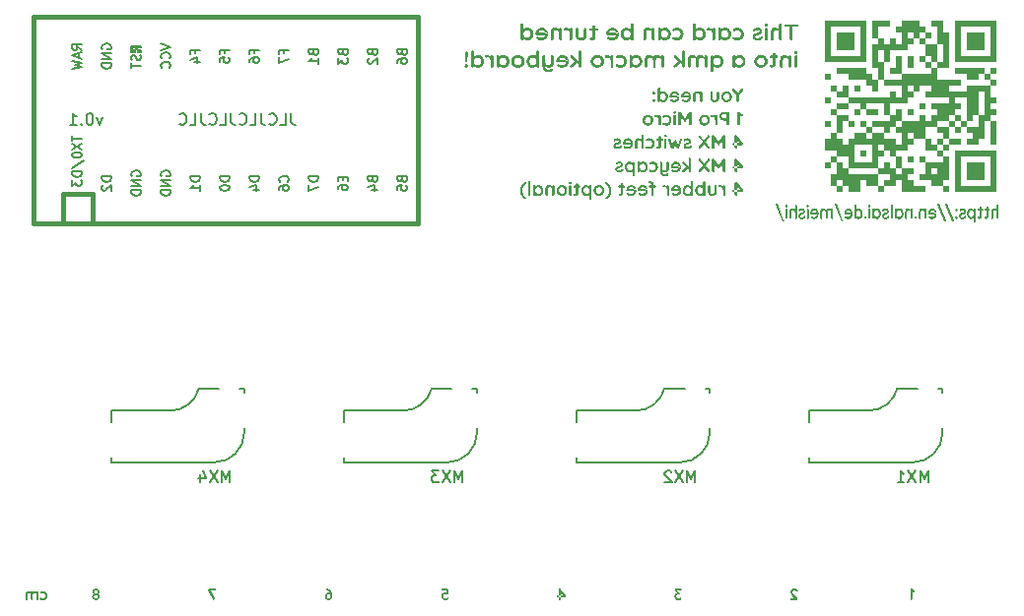
<source format=gbo>
%TF.GenerationSoftware,KiCad,Pcbnew,7.0.6*%
%TF.CreationDate,2023-08-10T22:17:19+02:00*%
%TF.ProjectId,pcb,7063622e-6b69-4636-9164-5f7063625858,rev?*%
%TF.SameCoordinates,Original*%
%TF.FileFunction,Legend,Bot*%
%TF.FilePolarity,Positive*%
%FSLAX46Y46*%
G04 Gerber Fmt 4.6, Leading zero omitted, Abs format (unit mm)*
G04 Created by KiCad (PCBNEW 7.0.6) date 2023-08-10 22:17:19*
%MOMM*%
%LPD*%
G01*
G04 APERTURE LIST*
%ADD10C,0.000000*%
%ADD11C,0.200000*%
%ADD12C,0.240000*%
%ADD13C,0.180000*%
%ADD14C,0.150000*%
%ADD15C,0.381000*%
%ADD16R,1.752600X1.752600*%
%ADD17C,1.752600*%
%ADD18C,1.701800*%
%ADD19C,3.000000*%
%ADD20C,3.987800*%
%ADD21R,2.550000X2.500000*%
%ADD22C,2.286000*%
G04 APERTURE END LIST*
D10*
G36*
X90792001Y-30143239D02*
G01*
X90268761Y-30143239D01*
X90268761Y-29620000D01*
X90792001Y-29620000D01*
X90792001Y-30143239D01*
G37*
G36*
X97396001Y-26587240D02*
G01*
X96872760Y-26587240D01*
X96872760Y-26064000D01*
X97396001Y-26064000D01*
X97396001Y-26587240D01*
G37*
G36*
X98920000Y-30651239D02*
G01*
X98396760Y-30651239D01*
X98396760Y-30128000D01*
X98920000Y-30128000D01*
X98920000Y-30651239D01*
G37*
G36*
X103492000Y-27603239D02*
G01*
X102968760Y-27603239D01*
X102968760Y-27080000D01*
X103492000Y-27080000D01*
X103492000Y-27603239D01*
G37*
G36*
X101968000Y-29127240D02*
G01*
X101444760Y-29127240D01*
X101444760Y-28603999D01*
X101968000Y-28603999D01*
X101968000Y-29127240D01*
G37*
G36*
X96380000Y-35223239D02*
G01*
X95856760Y-35223239D01*
X95856760Y-34699999D01*
X96380000Y-34699999D01*
X96380000Y-35223239D01*
G37*
G36*
X99936000Y-25571240D02*
G01*
X99412760Y-25571240D01*
X99412760Y-25048000D01*
X99936000Y-25048000D01*
X99936000Y-25571240D01*
G37*
G36*
X102984000Y-24032000D02*
G01*
X101460000Y-24032000D01*
X101460000Y-22508000D01*
X102984000Y-22508000D01*
X102984000Y-24032000D01*
G37*
G36*
X99936000Y-32683239D02*
G01*
X99412760Y-32683239D01*
X99412760Y-32159999D01*
X99936000Y-32159999D01*
X99936000Y-32683239D01*
G37*
G36*
X94856001Y-30651239D02*
G01*
X94332760Y-30651239D01*
X94332760Y-30128000D01*
X94856001Y-30128000D01*
X94856001Y-30651239D01*
G37*
G36*
X97904000Y-35223239D02*
G01*
X97380760Y-35223239D01*
X97380760Y-34699999D01*
X97904000Y-34699999D01*
X97904000Y-35223239D01*
G37*
G36*
X90284000Y-35731238D02*
G01*
X89760762Y-35731238D01*
X89760762Y-35208000D01*
X90284000Y-35208000D01*
X90284000Y-35731238D01*
G37*
G36*
X102476000Y-32175238D02*
G01*
X101952760Y-32175238D01*
X101952760Y-31652000D01*
X102476000Y-31652000D01*
X102476000Y-32175238D01*
G37*
G36*
X94856001Y-35731238D02*
G01*
X94332760Y-35731238D01*
X94332760Y-35208000D01*
X94856001Y-35208000D01*
X94856001Y-35731238D01*
G37*
G36*
X96380000Y-28619240D02*
G01*
X95856760Y-28619240D01*
X95856760Y-28095999D01*
X96380000Y-28095999D01*
X96380000Y-28619240D01*
G37*
G36*
X102984000Y-30651239D02*
G01*
X102460760Y-30651239D01*
X102460760Y-30128000D01*
X102984000Y-30128000D01*
X102984000Y-30651239D01*
G37*
G36*
X96888001Y-35731238D02*
G01*
X96364760Y-35731238D01*
X96364760Y-35208000D01*
X96888001Y-35208000D01*
X96888001Y-35731238D01*
G37*
G36*
X104000000Y-25048000D02*
G01*
X100444000Y-25048000D01*
X100444000Y-24540000D01*
X100952000Y-24540000D01*
X103492000Y-24540000D01*
X103492000Y-22000000D01*
X100952000Y-22000000D01*
X100952000Y-24540000D01*
X100444000Y-24540000D01*
X100444000Y-21492000D01*
X104000000Y-21492000D01*
X104000000Y-22000000D01*
X104000000Y-25048000D01*
G37*
G36*
X90792001Y-30651239D02*
G01*
X90268761Y-30651239D01*
X90268761Y-30128000D01*
X90792001Y-30128000D01*
X90792001Y-30651239D01*
G37*
G36*
X93332001Y-29635240D02*
G01*
X92808761Y-29635240D01*
X92808761Y-29112000D01*
X93332001Y-29112000D01*
X93332001Y-29635240D01*
G37*
G36*
X93332001Y-35223239D02*
G01*
X92808761Y-35223239D01*
X92808761Y-34699999D01*
X93332001Y-34699999D01*
X93332001Y-35223239D01*
G37*
G36*
X103492000Y-28111240D02*
G01*
X102968760Y-28111240D01*
X102968760Y-27588000D01*
X103492000Y-27588000D01*
X103492000Y-28111240D01*
G37*
G36*
X101968000Y-28111240D02*
G01*
X101444760Y-28111240D01*
X101444760Y-27588000D01*
X101968000Y-27588000D01*
X101968000Y-28111240D01*
G37*
G36*
X91808001Y-32175238D02*
G01*
X91284761Y-32175238D01*
X91284761Y-31652000D01*
X91808001Y-31652000D01*
X91808001Y-32175238D01*
G37*
G36*
X90792001Y-32683239D02*
G01*
X90268761Y-32683239D01*
X90268761Y-32159999D01*
X90792001Y-32159999D01*
X90792001Y-32683239D01*
G37*
G36*
X95872000Y-35223239D02*
G01*
X95348761Y-35223239D01*
X95348761Y-34699999D01*
X95872000Y-34699999D01*
X95872000Y-35223239D01*
G37*
G36*
X94856001Y-28619240D02*
G01*
X94332760Y-28619240D01*
X94332760Y-28095999D01*
X94856001Y-28095999D01*
X94856001Y-28619240D01*
G37*
G36*
X100952000Y-29127240D02*
G01*
X100428760Y-29127240D01*
X100428760Y-28603999D01*
X100952000Y-28603999D01*
X100952000Y-29127240D01*
G37*
G36*
X96380000Y-22523240D02*
G01*
X95856760Y-22523240D01*
X95856760Y-22000000D01*
X96380000Y-22000000D01*
X96380000Y-22523240D01*
G37*
G36*
X90792001Y-34207239D02*
G01*
X90268761Y-34207239D01*
X90268761Y-33683999D01*
X90792001Y-33683999D01*
X90792001Y-34207239D01*
G37*
G36*
X104000000Y-30651239D02*
G01*
X103476760Y-30651239D01*
X103476760Y-30128000D01*
X104000000Y-30128000D01*
X104000000Y-30651239D01*
G37*
G36*
X94348001Y-36239239D02*
G01*
X93824761Y-36239239D01*
X93824761Y-35715999D01*
X94348001Y-35715999D01*
X94348001Y-36239239D01*
G37*
G36*
X95364000Y-32175238D02*
G01*
X94840761Y-32175238D01*
X94840761Y-31652000D01*
X95364000Y-31652000D01*
X95364000Y-32175238D01*
G37*
G36*
X97904000Y-31159240D02*
G01*
X97380760Y-31159240D01*
X97380760Y-30635999D01*
X97904000Y-30635999D01*
X97904000Y-31159240D01*
G37*
G36*
X94856001Y-29635240D02*
G01*
X94332760Y-29635240D01*
X94332760Y-29112000D01*
X94856001Y-29112000D01*
X94856001Y-29635240D01*
G37*
G36*
X96888001Y-30651239D02*
G01*
X96364760Y-30651239D01*
X96364760Y-30128000D01*
X96888001Y-30128000D01*
X96888001Y-30651239D01*
G37*
G36*
X96888001Y-31159240D02*
G01*
X96364760Y-31159240D01*
X96364760Y-30635999D01*
X96888001Y-30635999D01*
X96888001Y-31159240D01*
G37*
G36*
X92316001Y-36239239D02*
G01*
X91792761Y-36239239D01*
X91792761Y-35715999D01*
X92316001Y-35715999D01*
X92316001Y-36239239D01*
G37*
G36*
X91808001Y-35731238D02*
G01*
X91284761Y-35731238D01*
X91284761Y-35208000D01*
X91808001Y-35208000D01*
X91808001Y-35731238D01*
G37*
G36*
X96380000Y-23539240D02*
G01*
X95856760Y-23539240D01*
X95856760Y-23016000D01*
X96380000Y-23016000D01*
X96380000Y-23539240D01*
G37*
G36*
X93840000Y-30651239D02*
G01*
X93316762Y-30651239D01*
X93316762Y-30128000D01*
X93840000Y-30128000D01*
X93840000Y-30651239D01*
G37*
G36*
X98920000Y-26587240D02*
G01*
X98396760Y-26587240D01*
X98396760Y-26064000D01*
X98920000Y-26064000D01*
X98920000Y-26587240D01*
G37*
G36*
X96380000Y-30651239D02*
G01*
X95856760Y-30651239D01*
X95856760Y-30128000D01*
X96380000Y-30128000D01*
X96380000Y-30651239D01*
G37*
G36*
X93840000Y-25571240D02*
G01*
X93316762Y-25571240D01*
X93316762Y-25048000D01*
X93840000Y-25048000D01*
X93840000Y-25571240D01*
G37*
G36*
X93840000Y-29635240D02*
G01*
X93316762Y-29635240D01*
X93316762Y-29112000D01*
X93840000Y-29112000D01*
X93840000Y-29635240D01*
G37*
G36*
X98920000Y-29127240D02*
G01*
X98396760Y-29127240D01*
X98396760Y-28603999D01*
X98920000Y-28603999D01*
X98920000Y-29127240D01*
G37*
G36*
X91808001Y-33191239D02*
G01*
X91284761Y-33191239D01*
X91284761Y-32668000D01*
X91808001Y-32668000D01*
X91808001Y-33191239D01*
G37*
G36*
X100444000Y-28111240D02*
G01*
X99920760Y-28111240D01*
X99920760Y-27588000D01*
X100444000Y-27588000D01*
X100444000Y-28111240D01*
G37*
G36*
X98920000Y-25063240D02*
G01*
X98396760Y-25063240D01*
X98396760Y-24540000D01*
X98920000Y-24540000D01*
X98920000Y-25063240D01*
G37*
G36*
X93840000Y-27603239D02*
G01*
X93316762Y-27603239D01*
X93316762Y-27080000D01*
X93840000Y-27080000D01*
X93840000Y-27603239D01*
G37*
G36*
X97396001Y-36239239D02*
G01*
X96872760Y-36239239D01*
X96872760Y-35715999D01*
X97396001Y-35715999D01*
X97396001Y-36239239D01*
G37*
G36*
X90792001Y-36239239D02*
G01*
X90268761Y-36239239D01*
X90268761Y-35715999D01*
X90792001Y-35715999D01*
X90792001Y-36239239D01*
G37*
G36*
X98920000Y-35731238D02*
G01*
X98396760Y-35731238D01*
X98396760Y-35208000D01*
X98920000Y-35208000D01*
X98920000Y-35731238D01*
G37*
G36*
X99428000Y-31159240D02*
G01*
X98904760Y-31159240D01*
X98904760Y-30635999D01*
X99428000Y-30635999D01*
X99428000Y-31159240D01*
G37*
G36*
X104000000Y-28619240D02*
G01*
X103476760Y-28619240D01*
X103476760Y-28095999D01*
X104000000Y-28095999D01*
X104000000Y-28619240D01*
G37*
G36*
X95364000Y-35731238D02*
G01*
X94840761Y-35731238D01*
X94840761Y-35208000D01*
X95364000Y-35208000D01*
X95364000Y-35731238D01*
G37*
G36*
X95364000Y-34715238D02*
G01*
X94840761Y-34715238D01*
X94840761Y-34192000D01*
X95364000Y-34192000D01*
X95364000Y-34715238D01*
G37*
G36*
X97904000Y-29127240D02*
G01*
X97380760Y-29127240D01*
X97380760Y-28603999D01*
X97904000Y-28603999D01*
X97904000Y-29127240D01*
G37*
G36*
X90792001Y-29127240D02*
G01*
X90268761Y-29127240D01*
X90268761Y-28603999D01*
X90792001Y-28603999D01*
X90792001Y-29127240D01*
G37*
G36*
X99428000Y-23031240D02*
G01*
X98904760Y-23031240D01*
X98904760Y-22508000D01*
X99428000Y-22508000D01*
X99428000Y-23031240D01*
G37*
G36*
X90792001Y-32175238D02*
G01*
X90268761Y-32175238D01*
X90268761Y-31652000D01*
X90792001Y-31652000D01*
X90792001Y-32175238D01*
G37*
G36*
X96888001Y-28111240D02*
G01*
X96364760Y-28111240D01*
X96364760Y-27588000D01*
X96888001Y-27588000D01*
X96888001Y-28111240D01*
G37*
G36*
X91300000Y-29127240D02*
G01*
X90776762Y-29127240D01*
X90776762Y-28603999D01*
X91300000Y-28603999D01*
X91300000Y-29127240D01*
G37*
G36*
X99936000Y-29127240D02*
G01*
X99412760Y-29127240D01*
X99412760Y-28603999D01*
X99936000Y-28603999D01*
X99936000Y-29127240D01*
G37*
G36*
X98412000Y-32175238D02*
G01*
X97888761Y-32175238D01*
X97888761Y-31652000D01*
X98412000Y-31652000D01*
X98412000Y-32175238D01*
G37*
G36*
X98412000Y-34715238D02*
G01*
X97888761Y-34715238D01*
X97888761Y-34192000D01*
X98412000Y-34192000D01*
X98412000Y-34715238D01*
G37*
G36*
X94348001Y-32175238D02*
G01*
X93824761Y-32175238D01*
X93824761Y-31652000D01*
X94348001Y-31652000D01*
X94348001Y-32175238D01*
G37*
G36*
X92824000Y-32175238D02*
G01*
X92300761Y-32175238D01*
X92300761Y-31652000D01*
X92824000Y-31652000D01*
X92824000Y-32175238D01*
G37*
G36*
X89776001Y-34207239D02*
G01*
X89252761Y-34207239D01*
X89252761Y-33683999D01*
X89776001Y-33683999D01*
X89776001Y-34207239D01*
G37*
G36*
X97904000Y-23539240D02*
G01*
X97380760Y-23539240D01*
X97380760Y-23016000D01*
X97904000Y-23016000D01*
X97904000Y-23539240D01*
G37*
G36*
X96380000Y-34715238D02*
G01*
X95856760Y-34715238D01*
X95856760Y-34192000D01*
X96380000Y-34192000D01*
X96380000Y-34715238D01*
G37*
G36*
X90284000Y-29635240D02*
G01*
X89760762Y-29635240D01*
X89760762Y-29112000D01*
X90284000Y-29112000D01*
X90284000Y-29635240D01*
G37*
G36*
X94348001Y-30651239D02*
G01*
X93824761Y-30651239D01*
X93824761Y-30128000D01*
X94348001Y-30128000D01*
X94348001Y-30651239D01*
G37*
G36*
X92824000Y-29127240D02*
G01*
X92300761Y-29127240D01*
X92300761Y-28603999D01*
X92824000Y-28603999D01*
X92824000Y-29127240D01*
G37*
G36*
X99936000Y-23031240D02*
G01*
X99412760Y-23031240D01*
X99412760Y-22508000D01*
X99936000Y-22508000D01*
X99936000Y-23031240D01*
G37*
G36*
X90792001Y-35223239D02*
G01*
X90268761Y-35223239D01*
X90268761Y-34699999D01*
X90792001Y-34699999D01*
X90792001Y-35223239D01*
G37*
G36*
X94856001Y-32175238D02*
G01*
X94332760Y-32175238D01*
X94332760Y-31652000D01*
X94856001Y-31652000D01*
X94856001Y-32175238D01*
G37*
G36*
X96380000Y-22015240D02*
G01*
X95856760Y-22015240D01*
X95856760Y-21492000D01*
X96380000Y-21492000D01*
X96380000Y-22015240D01*
G37*
G36*
X95364000Y-30143239D02*
G01*
X94840761Y-30143239D01*
X94840761Y-29620000D01*
X95364000Y-29620000D01*
X95364000Y-30143239D01*
G37*
G36*
X98920000Y-34207239D02*
G01*
X98396760Y-34207239D01*
X98396760Y-33683999D01*
X98920000Y-33683999D01*
X98920000Y-34207239D01*
G37*
G36*
X92824000Y-30651239D02*
G01*
X92300761Y-30651239D01*
X92300761Y-30128000D01*
X92824000Y-30128000D01*
X92824000Y-30651239D01*
G37*
G36*
X92316001Y-26587240D02*
G01*
X91792761Y-26587240D01*
X91792761Y-26064000D01*
X92316001Y-26064000D01*
X92316001Y-26587240D01*
G37*
G36*
X95364000Y-24047240D02*
G01*
X94840761Y-24047240D01*
X94840761Y-23524000D01*
X95364000Y-23524000D01*
X95364000Y-24047240D01*
G37*
G36*
X99936000Y-24047240D02*
G01*
X99412760Y-24047240D01*
X99412760Y-23524000D01*
X99936000Y-23524000D01*
X99936000Y-24047240D01*
G37*
G36*
X91300000Y-32683239D02*
G01*
X90776762Y-32683239D01*
X90776762Y-32159999D01*
X91300000Y-32159999D01*
X91300000Y-32683239D01*
G37*
G36*
X93840000Y-22015240D02*
G01*
X93316762Y-22015240D01*
X93316762Y-21492000D01*
X93840000Y-21492000D01*
X93840000Y-22015240D01*
G37*
G36*
X97904000Y-22523240D02*
G01*
X97380760Y-22523240D01*
X97380760Y-22000000D01*
X97904000Y-22000000D01*
X97904000Y-22523240D01*
G37*
G36*
X94348001Y-24047240D02*
G01*
X93824761Y-24047240D01*
X93824761Y-23524000D01*
X94348001Y-23524000D01*
X94348001Y-24047240D01*
G37*
G36*
X102476000Y-31159240D02*
G01*
X101952760Y-31159240D01*
X101952760Y-30635999D01*
X102476000Y-30635999D01*
X102476000Y-31159240D01*
G37*
G36*
X99936000Y-30143239D02*
G01*
X99412760Y-30143239D01*
X99412760Y-29620000D01*
X99936000Y-29620000D01*
X99936000Y-30143239D01*
G37*
G36*
X94856001Y-34715238D02*
G01*
X94332760Y-34715238D01*
X94332760Y-34192000D01*
X94856001Y-34192000D01*
X94856001Y-34715238D01*
G37*
G36*
X96380000Y-35731238D02*
G01*
X95856760Y-35731238D01*
X95856760Y-35208000D01*
X96380000Y-35208000D01*
X96380000Y-35731238D01*
G37*
G36*
X96888001Y-22015240D02*
G01*
X96364760Y-22015240D01*
X96364760Y-21492000D01*
X96888001Y-21492000D01*
X96888001Y-22015240D01*
G37*
G36*
X92824000Y-33191239D02*
G01*
X92300761Y-33191239D01*
X92300761Y-32668000D01*
X92824000Y-32668000D01*
X92824000Y-33191239D01*
G37*
G36*
X96380000Y-32683239D02*
G01*
X95856760Y-32683239D01*
X95856760Y-32159999D01*
X96380000Y-32159999D01*
X96380000Y-32683239D01*
G37*
G36*
X94348001Y-26587240D02*
G01*
X93824761Y-26587240D01*
X93824761Y-26064000D01*
X94348001Y-26064000D01*
X94348001Y-26587240D01*
G37*
G36*
X91808001Y-30651239D02*
G01*
X91284761Y-30651239D01*
X91284761Y-30128000D01*
X91808001Y-30128000D01*
X91808001Y-30651239D01*
G37*
G36*
X98920000Y-30143239D02*
G01*
X98396760Y-30143239D01*
X98396760Y-29620000D01*
X98920000Y-29620000D01*
X98920000Y-30143239D01*
G37*
G36*
X92824000Y-28619240D02*
G01*
X92300761Y-28619240D01*
X92300761Y-28095999D01*
X92824000Y-28095999D01*
X92824000Y-28619240D01*
G37*
G36*
X99428000Y-34715238D02*
G01*
X98904760Y-34715238D01*
X98904760Y-34192000D01*
X99428000Y-34192000D01*
X99428000Y-34715238D01*
G37*
G36*
X96380000Y-24047240D02*
G01*
X95856760Y-24047240D01*
X95856760Y-23524000D01*
X96380000Y-23524000D01*
X96380000Y-24047240D01*
G37*
G36*
X94856001Y-24047240D02*
G01*
X94332760Y-24047240D01*
X94332760Y-23524000D01*
X94856001Y-23524000D01*
X94856001Y-24047240D01*
G37*
G36*
X96888001Y-36239239D02*
G01*
X96364760Y-36239239D01*
X96364760Y-35715999D01*
X96888001Y-35715999D01*
X96888001Y-36239239D01*
G37*
G36*
X97904000Y-27095240D02*
G01*
X97380760Y-27095240D01*
X97380760Y-26572000D01*
X97904000Y-26572000D01*
X97904000Y-27095240D01*
G37*
G36*
X92824000Y-26587240D02*
G01*
X92300761Y-26587240D01*
X92300761Y-26064000D01*
X92824000Y-26064000D01*
X92824000Y-26587240D01*
G37*
G36*
X92824000Y-26079240D02*
G01*
X92300761Y-26079240D01*
X92300761Y-25556000D01*
X92824000Y-25556000D01*
X92824000Y-26079240D01*
G37*
G36*
X94856001Y-29127240D02*
G01*
X94332760Y-29127240D01*
X94332760Y-28603999D01*
X94856001Y-28603999D01*
X94856001Y-29127240D01*
G37*
G36*
X90792001Y-33191239D02*
G01*
X90268761Y-33191239D01*
X90268761Y-32668000D01*
X90792001Y-32668000D01*
X90792001Y-33191239D01*
G37*
G36*
X96380000Y-36239239D02*
G01*
X95856760Y-36239239D01*
X95856760Y-35715999D01*
X96380000Y-35715999D01*
X96380000Y-36239239D01*
G37*
G36*
X102984000Y-31667239D02*
G01*
X102460760Y-31667239D01*
X102460760Y-31143999D01*
X102984000Y-31143999D01*
X102984000Y-31667239D01*
G37*
G36*
X92316001Y-35223239D02*
G01*
X91792761Y-35223239D01*
X91792761Y-34699999D01*
X92316001Y-34699999D01*
X92316001Y-35223239D01*
G37*
G36*
X104000000Y-26079240D02*
G01*
X103476760Y-26079240D01*
X103476760Y-25556000D01*
X104000000Y-25556000D01*
X104000000Y-26079240D01*
G37*
G36*
X97396001Y-27603239D02*
G01*
X96872760Y-27603239D01*
X96872760Y-27080000D01*
X97396001Y-27080000D01*
X97396001Y-27603239D01*
G37*
G36*
X100444000Y-29635240D02*
G01*
X99920760Y-29635240D01*
X99920760Y-29112000D01*
X100444000Y-29112000D01*
X100444000Y-29635240D01*
G37*
G36*
X101968000Y-30143239D02*
G01*
X101444760Y-30143239D01*
X101444760Y-29620000D01*
X101968000Y-29620000D01*
X101968000Y-30143239D01*
G37*
G36*
X92316001Y-32175238D02*
G01*
X91792761Y-32175238D01*
X91792761Y-31652000D01*
X92316001Y-31652000D01*
X92316001Y-32175238D01*
G37*
G36*
X94856001Y-31159240D02*
G01*
X94332760Y-31159240D01*
X94332760Y-30635999D01*
X94856001Y-30635999D01*
X94856001Y-31159240D01*
G37*
G36*
X98920000Y-27603239D02*
G01*
X98396760Y-27603239D01*
X98396760Y-27080000D01*
X98920000Y-27080000D01*
X98920000Y-27603239D01*
G37*
G36*
X95364000Y-28111240D02*
G01*
X94840761Y-28111240D01*
X94840761Y-27588000D01*
X95364000Y-27588000D01*
X95364000Y-28111240D01*
G37*
G36*
X100444000Y-30651239D02*
G01*
X99920760Y-30651239D01*
X99920760Y-30128000D01*
X100444000Y-30128000D01*
X100444000Y-30651239D01*
G37*
G36*
X91300000Y-35731238D02*
G01*
X90776762Y-35731238D01*
X90776762Y-35208000D01*
X91300000Y-35208000D01*
X91300000Y-35731238D01*
G37*
G36*
X92316001Y-31667239D02*
G01*
X91792761Y-31667239D01*
X91792761Y-31143999D01*
X92316001Y-31143999D01*
X92316001Y-31667239D01*
G37*
G36*
X100444000Y-28619240D02*
G01*
X99920760Y-28619240D01*
X99920760Y-28095999D01*
X100444000Y-28095999D01*
X100444000Y-28619240D01*
G37*
G36*
X90284000Y-32683239D02*
G01*
X89760762Y-32683239D01*
X89760762Y-32159999D01*
X90284000Y-32159999D01*
X90284000Y-32683239D01*
G37*
G36*
X100952000Y-26079240D02*
G01*
X100428760Y-26079240D01*
X100428760Y-25556000D01*
X100952000Y-25556000D01*
X100952000Y-26079240D01*
G37*
G36*
X104000000Y-31159240D02*
G01*
X103476760Y-31159240D01*
X103476760Y-30635999D01*
X104000000Y-30635999D01*
X104000000Y-31159240D01*
G37*
G36*
X89776001Y-32683239D02*
G01*
X89252761Y-32683239D01*
X89252761Y-32159999D01*
X89776001Y-32159999D01*
X89776001Y-32683239D01*
G37*
G36*
X96888001Y-25063240D02*
G01*
X96364760Y-25063240D01*
X96364760Y-24540000D01*
X96888001Y-24540000D01*
X96888001Y-25063240D01*
G37*
G36*
X94856001Y-34207239D02*
G01*
X94332760Y-34207239D01*
X94332760Y-33683999D01*
X94856001Y-33683999D01*
X94856001Y-34207239D01*
G37*
G36*
X95872000Y-27095240D02*
G01*
X95348761Y-27095240D01*
X95348761Y-26572000D01*
X95872000Y-26572000D01*
X95872000Y-27095240D01*
G37*
G36*
X89776001Y-28619240D02*
G01*
X89252761Y-28619240D01*
X89252761Y-28095999D01*
X89776001Y-28095999D01*
X89776001Y-28619240D01*
G37*
G36*
X99936000Y-35223239D02*
G01*
X99412760Y-35223239D01*
X99412760Y-34699999D01*
X99936000Y-34699999D01*
X99936000Y-35223239D01*
G37*
G36*
X95872000Y-22523240D02*
G01*
X95348761Y-22523240D01*
X95348761Y-22000000D01*
X95872000Y-22000000D01*
X95872000Y-22523240D01*
G37*
G36*
X95872000Y-30143239D02*
G01*
X95348761Y-30143239D01*
X95348761Y-29620000D01*
X95872000Y-29620000D01*
X95872000Y-30143239D01*
G37*
G36*
X99428000Y-33191239D02*
G01*
X98904760Y-33191239D01*
X98904760Y-32668000D01*
X99428000Y-32668000D01*
X99428000Y-33191239D01*
G37*
G36*
X95364000Y-32683239D02*
G01*
X94840761Y-32683239D01*
X94840761Y-32159999D01*
X95364000Y-32159999D01*
X95364000Y-32683239D01*
G37*
G36*
X97396001Y-31159240D02*
G01*
X96872760Y-31159240D01*
X96872760Y-30635999D01*
X97396001Y-30635999D01*
X97396001Y-31159240D01*
G37*
G36*
X95872000Y-24047240D02*
G01*
X95348761Y-24047240D01*
X95348761Y-23524000D01*
X95872000Y-23524000D01*
X95872000Y-24047240D01*
G37*
G36*
X93332001Y-32175238D02*
G01*
X92808761Y-32175238D01*
X92808761Y-31652000D01*
X93332001Y-31652000D01*
X93332001Y-32175238D01*
G37*
G36*
X102984000Y-30143239D02*
G01*
X102460760Y-30143239D01*
X102460760Y-29620000D01*
X102984000Y-29620000D01*
X102984000Y-30143239D01*
G37*
G36*
X93840000Y-35731238D02*
G01*
X93316762Y-35731238D01*
X93316762Y-35208000D01*
X93840000Y-35208000D01*
X93840000Y-35731238D01*
G37*
G36*
X100444000Y-32175238D02*
G01*
X99920760Y-32175238D01*
X99920760Y-31652000D01*
X100444000Y-31652000D01*
X100444000Y-32175238D01*
G37*
G36*
X91808001Y-28619240D02*
G01*
X91284761Y-28619240D01*
X91284761Y-28095999D01*
X91808001Y-28095999D01*
X91808001Y-28619240D01*
G37*
G36*
X96888001Y-25571240D02*
G01*
X96364760Y-25571240D01*
X96364760Y-25048000D01*
X96888001Y-25048000D01*
X96888001Y-25571240D01*
G37*
G36*
X91808001Y-26587240D02*
G01*
X91284761Y-26587240D01*
X91284761Y-26064000D01*
X91808001Y-26064000D01*
X91808001Y-26587240D01*
G37*
G36*
X96380000Y-32175238D02*
G01*
X95856760Y-32175238D01*
X95856760Y-31652000D01*
X96380000Y-31652000D01*
X96380000Y-32175238D01*
G37*
G36*
X92316001Y-28619240D02*
G01*
X91792761Y-28619240D01*
X91792761Y-28095999D01*
X92316001Y-28095999D01*
X92316001Y-28619240D01*
G37*
G36*
X93840000Y-33699239D02*
G01*
X93316762Y-33699239D01*
X93316762Y-33175999D01*
X93840000Y-33175999D01*
X93840000Y-33699239D01*
G37*
G36*
X96888001Y-27095240D02*
G01*
X96364760Y-27095240D01*
X96364760Y-26572000D01*
X96888001Y-26572000D01*
X96888001Y-27095240D01*
G37*
G36*
X100952000Y-27095240D02*
G01*
X100428760Y-27095240D01*
X100428760Y-26572000D01*
X100952000Y-26572000D01*
X100952000Y-27095240D01*
G37*
G36*
X96380000Y-28111240D02*
G01*
X95856760Y-28111240D01*
X95856760Y-27588000D01*
X96380000Y-27588000D01*
X96380000Y-28111240D01*
G37*
G36*
X91808001Y-33699239D02*
G01*
X91284761Y-33699239D01*
X91284761Y-33175999D01*
X91808001Y-33175999D01*
X91808001Y-33699239D01*
G37*
G36*
X95872000Y-28619240D02*
G01*
X95348761Y-28619240D01*
X95348761Y-28095999D01*
X95872000Y-28095999D01*
X95872000Y-28619240D01*
G37*
G36*
X94348001Y-34715238D02*
G01*
X93824761Y-34715238D01*
X93824761Y-34192000D01*
X94348001Y-34192000D01*
X94348001Y-34715238D01*
G37*
G36*
X91300000Y-34715238D02*
G01*
X90776762Y-34715238D01*
X90776762Y-34192000D01*
X91300000Y-34192000D01*
X91300000Y-34715238D01*
G37*
G36*
X95364000Y-35223239D02*
G01*
X94840761Y-35223239D01*
X94840761Y-34699999D01*
X95364000Y-34699999D01*
X95364000Y-35223239D01*
G37*
G36*
X96888001Y-33699239D02*
G01*
X96364760Y-33699239D01*
X96364760Y-33175999D01*
X96888001Y-33175999D01*
X96888001Y-33699239D01*
G37*
G36*
X92824000Y-25048000D02*
G01*
X89268001Y-25048000D01*
X89268001Y-24540000D01*
X89776001Y-24540000D01*
X92316001Y-24540000D01*
X92316001Y-22000000D01*
X89776001Y-22000000D01*
X89776001Y-24540000D01*
X89268001Y-24540000D01*
X89268001Y-21492000D01*
X92824000Y-21492000D01*
X92824000Y-22000000D01*
X92824000Y-25048000D01*
G37*
G36*
X101968000Y-32175238D02*
G01*
X101444760Y-32175238D01*
X101444760Y-31652000D01*
X101968000Y-31652000D01*
X101968000Y-32175238D01*
G37*
G36*
X102984000Y-26079240D02*
G01*
X102460760Y-26079240D01*
X102460760Y-25556000D01*
X102984000Y-25556000D01*
X102984000Y-26079240D01*
G37*
G36*
X104000000Y-31667239D02*
G01*
X103476760Y-31667239D01*
X103476760Y-31143999D01*
X104000000Y-31143999D01*
X104000000Y-31667239D01*
G37*
G36*
X97904000Y-26587240D02*
G01*
X97380760Y-26587240D01*
X97380760Y-26064000D01*
X97904000Y-26064000D01*
X97904000Y-26587240D01*
G37*
G36*
X91300000Y-26079240D02*
G01*
X90776762Y-26079240D01*
X90776762Y-25556000D01*
X91300000Y-25556000D01*
X91300000Y-26079240D01*
G37*
G36*
X95364000Y-26079240D02*
G01*
X94840761Y-26079240D01*
X94840761Y-25556000D01*
X95364000Y-25556000D01*
X95364000Y-26079240D01*
G37*
G36*
X94856001Y-27095240D02*
G01*
X94332760Y-27095240D01*
X94332760Y-26572000D01*
X94856001Y-26572000D01*
X94856001Y-27095240D01*
G37*
G36*
X96888001Y-32175238D02*
G01*
X96364760Y-32175238D01*
X96364760Y-31652000D01*
X96888001Y-31652000D01*
X96888001Y-32175238D01*
G37*
G36*
X95872000Y-34207239D02*
G01*
X95348761Y-34207239D01*
X95348761Y-33683999D01*
X95872000Y-33683999D01*
X95872000Y-34207239D01*
G37*
G36*
X99936000Y-28111240D02*
G01*
X99412760Y-28111240D01*
X99412760Y-27588000D01*
X99936000Y-27588000D01*
X99936000Y-28111240D01*
G37*
G36*
X96888001Y-22523240D02*
G01*
X96364760Y-22523240D01*
X96364760Y-22000000D01*
X96888001Y-22000000D01*
X96888001Y-22523240D01*
G37*
G36*
X94348001Y-26079240D02*
G01*
X93824761Y-26079240D01*
X93824761Y-25556000D01*
X94348001Y-25556000D01*
X94348001Y-26079240D01*
G37*
G36*
X100952000Y-28111240D02*
G01*
X100428760Y-28111240D01*
X100428760Y-27588000D01*
X100952000Y-27588000D01*
X100952000Y-28111240D01*
G37*
G36*
X98412000Y-23031240D02*
G01*
X97888761Y-23031240D01*
X97888761Y-22508000D01*
X98412000Y-22508000D01*
X98412000Y-23031240D01*
G37*
G36*
X97904000Y-36239239D02*
G01*
X97380760Y-36239239D01*
X97380760Y-35715999D01*
X97904000Y-35715999D01*
X97904000Y-36239239D01*
G37*
G36*
X99428000Y-22523240D02*
G01*
X98904760Y-22523240D01*
X98904760Y-22000000D01*
X99428000Y-22000000D01*
X99428000Y-22523240D01*
G37*
G36*
X92824000Y-31667239D02*
G01*
X92300761Y-31667239D01*
X92300761Y-31143999D01*
X92824000Y-31143999D01*
X92824000Y-31667239D01*
G37*
G36*
X95364000Y-23539240D02*
G01*
X94840761Y-23539240D01*
X94840761Y-23016000D01*
X95364000Y-23016000D01*
X95364000Y-23539240D01*
G37*
G36*
X99428000Y-29127240D02*
G01*
X98904760Y-29127240D01*
X98904760Y-28603999D01*
X99428000Y-28603999D01*
X99428000Y-29127240D01*
G37*
G36*
X98412000Y-35223239D02*
G01*
X97888761Y-35223239D01*
X97888761Y-34699999D01*
X98412000Y-34699999D01*
X98412000Y-35223239D01*
G37*
G36*
X92316001Y-35731238D02*
G01*
X91792761Y-35731238D01*
X91792761Y-35208000D01*
X92316001Y-35208000D01*
X92316001Y-35731238D01*
G37*
G36*
X99428000Y-27603239D02*
G01*
X98904760Y-27603239D01*
X98904760Y-27080000D01*
X99428000Y-27080000D01*
X99428000Y-27603239D01*
G37*
G36*
X100444000Y-27095240D02*
G01*
X99920760Y-27095240D01*
X99920760Y-26572000D01*
X100444000Y-26572000D01*
X100444000Y-27095240D01*
G37*
G36*
X99936000Y-27603239D02*
G01*
X99412760Y-27603239D01*
X99412760Y-27080000D01*
X99936000Y-27080000D01*
X99936000Y-27603239D01*
G37*
G36*
X100952000Y-32175238D02*
G01*
X100428760Y-32175238D01*
X100428760Y-31652000D01*
X100952000Y-31652000D01*
X100952000Y-32175238D01*
G37*
G36*
X99428000Y-29635240D02*
G01*
X98904760Y-29635240D01*
X98904760Y-29112000D01*
X99428000Y-29112000D01*
X99428000Y-29635240D01*
G37*
G36*
X99428000Y-34207239D02*
G01*
X98904760Y-34207239D01*
X98904760Y-33683999D01*
X99428000Y-33683999D01*
X99428000Y-34207239D01*
G37*
G36*
X92316001Y-29635240D02*
G01*
X91792761Y-29635240D01*
X91792761Y-29112000D01*
X92316001Y-29112000D01*
X92316001Y-29635240D01*
G37*
G36*
X95364000Y-27095240D02*
G01*
X94840761Y-27095240D01*
X94840761Y-26572000D01*
X95364000Y-26572000D01*
X95364000Y-27095240D01*
G37*
G36*
X96380000Y-31159240D02*
G01*
X95856760Y-31159240D01*
X95856760Y-30635999D01*
X96380000Y-30635999D01*
X96380000Y-31159240D01*
G37*
G36*
X98412000Y-30651239D02*
G01*
X97888761Y-30651239D01*
X97888761Y-30128000D01*
X98412000Y-30128000D01*
X98412000Y-30651239D01*
G37*
G36*
X101968000Y-29635240D02*
G01*
X101444760Y-29635240D01*
X101444760Y-29112000D01*
X101968000Y-29112000D01*
X101968000Y-29635240D01*
G37*
G36*
X99936000Y-25063240D02*
G01*
X99412760Y-25063240D01*
X99412760Y-24540000D01*
X99936000Y-24540000D01*
X99936000Y-25063240D01*
G37*
G36*
X93840000Y-32175238D02*
G01*
X93316762Y-32175238D01*
X93316762Y-31652000D01*
X93840000Y-31652000D01*
X93840000Y-32175238D01*
G37*
G36*
X90284000Y-35223239D02*
G01*
X89760762Y-35223239D01*
X89760762Y-34699999D01*
X90284000Y-34699999D01*
X90284000Y-35223239D01*
G37*
G36*
X102476000Y-31667239D02*
G01*
X101952760Y-31667239D01*
X101952760Y-31143999D01*
X102476000Y-31143999D01*
X102476000Y-31667239D01*
G37*
G36*
X91300000Y-30143239D02*
G01*
X90776762Y-30143239D01*
X90776762Y-29620000D01*
X91300000Y-29620000D01*
X91300000Y-30143239D01*
G37*
G36*
X96888001Y-29635240D02*
G01*
X96364760Y-29635240D01*
X96364760Y-29112000D01*
X96888001Y-29112000D01*
X96888001Y-29635240D01*
G37*
G36*
X101460000Y-28111240D02*
G01*
X100936760Y-28111240D01*
X100936760Y-27588000D01*
X101460000Y-27588000D01*
X101460000Y-28111240D01*
G37*
G36*
X92316001Y-34207239D02*
G01*
X91792761Y-34207239D01*
X91792761Y-33683999D01*
X92316001Y-33683999D01*
X92316001Y-34207239D01*
G37*
G36*
X93840000Y-34207239D02*
G01*
X93316762Y-34207239D01*
X93316762Y-33683999D01*
X93840000Y-33683999D01*
X93840000Y-34207239D01*
G37*
G36*
X101968000Y-26079240D02*
G01*
X101444760Y-26079240D01*
X101444760Y-25556000D01*
X101968000Y-25556000D01*
X101968000Y-26079240D01*
G37*
G36*
X94856001Y-22015240D02*
G01*
X94332760Y-22015240D01*
X94332760Y-21492000D01*
X94856001Y-21492000D01*
X94856001Y-22015240D01*
G37*
G36*
X95872000Y-32683239D02*
G01*
X95348761Y-32683239D01*
X95348761Y-32159999D01*
X95872000Y-32159999D01*
X95872000Y-32683239D01*
G37*
G36*
X101968000Y-28619240D02*
G01*
X101444760Y-28619240D01*
X101444760Y-28095999D01*
X101968000Y-28095999D01*
X101968000Y-28619240D01*
G37*
G36*
X96380000Y-27603239D02*
G01*
X95856760Y-27603239D01*
X95856760Y-27080000D01*
X96380000Y-27080000D01*
X96380000Y-27603239D01*
G37*
G36*
X99936000Y-34715238D02*
G01*
X99412760Y-34715238D01*
X99412760Y-34192000D01*
X99936000Y-34192000D01*
X99936000Y-34715238D01*
G37*
G36*
X93840000Y-23031240D02*
G01*
X93316762Y-23031240D01*
X93316762Y-22508000D01*
X93840000Y-22508000D01*
X93840000Y-23031240D01*
G37*
G36*
X94856001Y-32683239D02*
G01*
X94332760Y-32683239D01*
X94332760Y-32159999D01*
X94856001Y-32159999D01*
X94856001Y-32683239D01*
G37*
G36*
X102476000Y-28619240D02*
G01*
X101952760Y-28619240D01*
X101952760Y-28095999D01*
X102476000Y-28095999D01*
X102476000Y-28619240D01*
G37*
G36*
X95872000Y-25571240D02*
G01*
X95348761Y-25571240D01*
X95348761Y-25048000D01*
X95872000Y-25048000D01*
X95872000Y-25571240D01*
G37*
G36*
X91300000Y-33191239D02*
G01*
X90776762Y-33191239D01*
X90776762Y-32668000D01*
X91300000Y-32668000D01*
X91300000Y-33191239D01*
G37*
G36*
X98412000Y-28111240D02*
G01*
X97888761Y-28111240D01*
X97888761Y-27588000D01*
X98412000Y-27588000D01*
X98412000Y-28111240D01*
G37*
G36*
X91808001Y-36239239D02*
G01*
X91284761Y-36239239D01*
X91284761Y-35715999D01*
X91808001Y-35715999D01*
X91808001Y-36239239D01*
G37*
G36*
X93332001Y-34207239D02*
G01*
X92808761Y-34207239D01*
X92808761Y-33683999D01*
X93332001Y-33683999D01*
X93332001Y-34207239D01*
G37*
G36*
X93840000Y-32683239D02*
G01*
X93316762Y-32683239D01*
X93316762Y-32159999D01*
X93840000Y-32159999D01*
X93840000Y-32683239D01*
G37*
G36*
X99936000Y-33699239D02*
G01*
X99412760Y-33699239D01*
X99412760Y-33175999D01*
X99936000Y-33175999D01*
X99936000Y-33699239D01*
G37*
G36*
X99936000Y-31667239D02*
G01*
X99412760Y-31667239D01*
X99412760Y-31143999D01*
X99936000Y-31143999D01*
X99936000Y-31667239D01*
G37*
G36*
X96888001Y-34715238D02*
G01*
X96364760Y-34715238D01*
X96364760Y-34192000D01*
X96888001Y-34192000D01*
X96888001Y-34715238D01*
G37*
G36*
X90284000Y-33699239D02*
G01*
X89760762Y-33699239D01*
X89760762Y-33175999D01*
X90284000Y-33175999D01*
X90284000Y-33699239D01*
G37*
G36*
X104000000Y-36223999D02*
G01*
X100444000Y-36223999D01*
X100444000Y-35715999D01*
X100952000Y-35715999D01*
X103492000Y-35715999D01*
X103492000Y-33175999D01*
X100952000Y-33175999D01*
X100952000Y-35715999D01*
X100444000Y-35715999D01*
X100444000Y-32668000D01*
X104000000Y-32668000D01*
X104000000Y-33175999D01*
X104000000Y-36223999D01*
G37*
G36*
X98412000Y-24047240D02*
G01*
X97888761Y-24047240D01*
X97888761Y-23524000D01*
X98412000Y-23524000D01*
X98412000Y-24047240D01*
G37*
G36*
X95364000Y-28619240D02*
G01*
X94840761Y-28619240D01*
X94840761Y-28095999D01*
X95364000Y-28095999D01*
X95364000Y-28619240D01*
G37*
G36*
X99428000Y-35731238D02*
G01*
X98904760Y-35731238D01*
X98904760Y-35208000D01*
X99428000Y-35208000D01*
X99428000Y-35731238D01*
G37*
G36*
X95872000Y-31159240D02*
G01*
X95348761Y-31159240D01*
X95348761Y-30635999D01*
X95872000Y-30635999D01*
X95872000Y-31159240D01*
G37*
G36*
X97904000Y-25063240D02*
G01*
X97380760Y-25063240D01*
X97380760Y-24540000D01*
X97904000Y-24540000D01*
X97904000Y-25063240D01*
G37*
G36*
X103492000Y-28619240D02*
G01*
X102968760Y-28619240D01*
X102968760Y-28095999D01*
X103492000Y-28095999D01*
X103492000Y-28619240D01*
G37*
G36*
X94348001Y-25571240D02*
G01*
X93824761Y-25571240D01*
X93824761Y-25048000D01*
X94348001Y-25048000D01*
X94348001Y-25571240D01*
G37*
G36*
X89776001Y-32175238D02*
G01*
X89252761Y-32175238D01*
X89252761Y-31652000D01*
X89776001Y-31652000D01*
X89776001Y-32175238D01*
G37*
G36*
X93840000Y-31667239D02*
G01*
X93316762Y-31667239D01*
X93316762Y-31143999D01*
X93840000Y-31143999D01*
X93840000Y-31667239D01*
G37*
G36*
X91808001Y-34207239D02*
G01*
X91284761Y-34207239D01*
X91284761Y-33683999D01*
X91808001Y-33683999D01*
X91808001Y-34207239D01*
G37*
G36*
X101968000Y-26587240D02*
G01*
X101444760Y-26587240D01*
X101444760Y-26064000D01*
X101968000Y-26064000D01*
X101968000Y-26587240D01*
G37*
G36*
X93840000Y-35223239D02*
G01*
X93316762Y-35223239D01*
X93316762Y-34699999D01*
X93840000Y-34699999D01*
X93840000Y-35223239D01*
G37*
G36*
X98920000Y-24047240D02*
G01*
X98396760Y-24047240D01*
X98396760Y-23524000D01*
X98920000Y-23524000D01*
X98920000Y-24047240D01*
G37*
G36*
X99428000Y-25571240D02*
G01*
X98904760Y-25571240D01*
X98904760Y-25048000D01*
X99428000Y-25048000D01*
X99428000Y-25571240D01*
G37*
G36*
X99428000Y-23539240D02*
G01*
X98904760Y-23539240D01*
X98904760Y-23016000D01*
X99428000Y-23016000D01*
X99428000Y-23539240D01*
G37*
G36*
X93332001Y-28619240D02*
G01*
X92808761Y-28619240D01*
X92808761Y-28095999D01*
X93332001Y-28095999D01*
X93332001Y-28619240D01*
G37*
G36*
X98412000Y-32683239D02*
G01*
X97888761Y-32683239D01*
X97888761Y-32159999D01*
X98412000Y-32159999D01*
X98412000Y-32683239D01*
G37*
G36*
X102984000Y-27603239D02*
G01*
X102460760Y-27603239D01*
X102460760Y-27080000D01*
X102984000Y-27080000D01*
X102984000Y-27603239D01*
G37*
G36*
X104000000Y-32175238D02*
G01*
X103476760Y-32175238D01*
X103476760Y-31652000D01*
X104000000Y-31652000D01*
X104000000Y-32175238D01*
G37*
G36*
X94348001Y-22015240D02*
G01*
X93824761Y-22015240D01*
X93824761Y-21492000D01*
X94348001Y-21492000D01*
X94348001Y-22015240D01*
G37*
G36*
X102476000Y-27603239D02*
G01*
X101952760Y-27603239D01*
X101952760Y-27080000D01*
X102476000Y-27080000D01*
X102476000Y-27603239D01*
G37*
G36*
X102476000Y-29127240D02*
G01*
X101952760Y-29127240D01*
X101952760Y-28603999D01*
X102476000Y-28603999D01*
X102476000Y-29127240D01*
G37*
G36*
X99936000Y-23539240D02*
G01*
X99412760Y-23539240D01*
X99412760Y-23016000D01*
X99936000Y-23016000D01*
X99936000Y-23539240D01*
G37*
G36*
X97396001Y-27095240D02*
G01*
X96872760Y-27095240D01*
X96872760Y-26572000D01*
X97396001Y-26572000D01*
X97396001Y-27095240D01*
G37*
G36*
X98412000Y-24555240D02*
G01*
X97888761Y-24555240D01*
X97888761Y-24032000D01*
X98412000Y-24032000D01*
X98412000Y-24555240D01*
G37*
G36*
X96380000Y-26587240D02*
G01*
X95856760Y-26587240D01*
X95856760Y-26064000D01*
X96380000Y-26064000D01*
X96380000Y-26587240D01*
G37*
G36*
X97396001Y-22523240D02*
G01*
X96872760Y-22523240D01*
X96872760Y-22000000D01*
X97396001Y-22000000D01*
X97396001Y-22523240D01*
G37*
G36*
X95364000Y-33191239D02*
G01*
X94840761Y-33191239D01*
X94840761Y-32668000D01*
X95364000Y-32668000D01*
X95364000Y-33191239D01*
G37*
G36*
X91808001Y-35223239D02*
G01*
X91284761Y-35223239D01*
X91284761Y-34699999D01*
X91808001Y-34699999D01*
X91808001Y-35223239D01*
G37*
G36*
X99428000Y-30143239D02*
G01*
X98904760Y-30143239D01*
X98904760Y-29620000D01*
X99428000Y-29620000D01*
X99428000Y-30143239D01*
G37*
G36*
X97396001Y-30651239D02*
G01*
X96872760Y-30651239D01*
X96872760Y-30128000D01*
X97396001Y-30128000D01*
X97396001Y-30651239D01*
G37*
G36*
X90284000Y-27603239D02*
G01*
X89760762Y-27603239D01*
X89760762Y-27080000D01*
X90284000Y-27080000D01*
X90284000Y-27603239D01*
G37*
G36*
X90284000Y-31667239D02*
G01*
X89760762Y-31667239D01*
X89760762Y-31143999D01*
X90284000Y-31143999D01*
X90284000Y-31667239D01*
G37*
G36*
X96380000Y-27095240D02*
G01*
X95856760Y-27095240D01*
X95856760Y-26572000D01*
X96380000Y-26572000D01*
X96380000Y-27095240D01*
G37*
G36*
X102476000Y-26587240D02*
G01*
X101952760Y-26587240D01*
X101952760Y-26064000D01*
X102476000Y-26064000D01*
X102476000Y-26587240D01*
G37*
G36*
X93332001Y-26587240D02*
G01*
X92808761Y-26587240D01*
X92808761Y-26064000D01*
X93332001Y-26064000D01*
X93332001Y-26587240D01*
G37*
G36*
X91808001Y-24032000D02*
G01*
X90284000Y-24032000D01*
X90284000Y-22508000D01*
X91808001Y-22508000D01*
X91808001Y-24032000D01*
G37*
G36*
X93840000Y-24555240D02*
G01*
X93316762Y-24555240D01*
X93316762Y-24032000D01*
X93840000Y-24032000D01*
X93840000Y-24555240D01*
G37*
G36*
X93840000Y-27095240D02*
G01*
X93316762Y-27095240D01*
X93316762Y-26572000D01*
X93840000Y-26572000D01*
X93840000Y-27095240D01*
G37*
G36*
X95872000Y-25063240D02*
G01*
X95348761Y-25063240D01*
X95348761Y-24540000D01*
X95872000Y-24540000D01*
X95872000Y-25063240D01*
G37*
G36*
X95872000Y-26079240D02*
G01*
X95348761Y-26079240D01*
X95348761Y-25556000D01*
X95872000Y-25556000D01*
X95872000Y-26079240D01*
G37*
G36*
X99936000Y-36239239D02*
G01*
X99412760Y-36239239D01*
X99412760Y-35715999D01*
X99936000Y-35715999D01*
X99936000Y-36239239D01*
G37*
G36*
X103492000Y-29127240D02*
G01*
X102968760Y-29127240D01*
X102968760Y-28603999D01*
X103492000Y-28603999D01*
X103492000Y-29127240D01*
G37*
G36*
X97396001Y-31667239D02*
G01*
X96872760Y-31667239D01*
X96872760Y-31143999D01*
X97396001Y-31143999D01*
X97396001Y-31667239D01*
G37*
G36*
X90792001Y-31159240D02*
G01*
X90268761Y-31159240D01*
X90268761Y-30635999D01*
X90792001Y-30635999D01*
X90792001Y-31159240D01*
G37*
G36*
X99428000Y-35223239D02*
G01*
X98904760Y-35223239D01*
X98904760Y-34699999D01*
X99428000Y-34699999D01*
X99428000Y-35223239D01*
G37*
G36*
X90792001Y-26079240D02*
G01*
X90268761Y-26079240D01*
X90268761Y-25556000D01*
X90792001Y-25556000D01*
X90792001Y-26079240D01*
G37*
G36*
X97396001Y-23031240D02*
G01*
X96872760Y-23031240D01*
X96872760Y-22508000D01*
X97396001Y-22508000D01*
X97396001Y-23031240D01*
G37*
G36*
X98920000Y-26079240D02*
G01*
X98396760Y-26079240D01*
X98396760Y-25556000D01*
X98920000Y-25556000D01*
X98920000Y-26079240D01*
G37*
G36*
X102984000Y-31159240D02*
G01*
X102460760Y-31159240D01*
X102460760Y-30635999D01*
X102984000Y-30635999D01*
X102984000Y-31159240D01*
G37*
G36*
X98920000Y-22015240D02*
G01*
X98396760Y-22015240D01*
X98396760Y-21492000D01*
X98920000Y-21492000D01*
X98920000Y-22015240D01*
G37*
G36*
X102984000Y-35208000D02*
G01*
X101460000Y-35208000D01*
X101460000Y-33683999D01*
X102984000Y-33683999D01*
X102984000Y-35208000D01*
G37*
G36*
X93840000Y-28619240D02*
G01*
X93316762Y-28619240D01*
X93316762Y-28095999D01*
X93840000Y-28095999D01*
X93840000Y-28619240D01*
G37*
G36*
X103492000Y-26587240D02*
G01*
X102968760Y-26587240D01*
X102968760Y-26064000D01*
X103492000Y-26064000D01*
X103492000Y-26587240D01*
G37*
G36*
X101460000Y-30651239D02*
G01*
X100936760Y-30651239D01*
X100936760Y-30128000D01*
X101460000Y-30128000D01*
X101460000Y-30651239D01*
G37*
G36*
X96888001Y-23539240D02*
G01*
X96364760Y-23539240D01*
X96364760Y-23016000D01*
X96888001Y-23016000D01*
X96888001Y-23539240D01*
G37*
G36*
X103492000Y-30143239D02*
G01*
X102968760Y-30143239D01*
X102968760Y-29620000D01*
X103492000Y-29620000D01*
X103492000Y-30143239D01*
G37*
G36*
X102476000Y-26079240D02*
G01*
X101952760Y-26079240D01*
X101952760Y-25556000D01*
X102476000Y-25556000D01*
X102476000Y-26079240D01*
G37*
G36*
X90792001Y-34715238D02*
G01*
X90268761Y-34715238D01*
X90268761Y-34192000D01*
X90792001Y-34192000D01*
X90792001Y-34715238D01*
G37*
G36*
X89776001Y-30651239D02*
G01*
X89252761Y-30651239D01*
X89252761Y-30128000D01*
X89776001Y-30128000D01*
X89776001Y-30651239D01*
G37*
G36*
X89776001Y-26587240D02*
G01*
X89252761Y-26587240D01*
X89252761Y-26064000D01*
X89776001Y-26064000D01*
X89776001Y-26587240D01*
G37*
G36*
X100444000Y-29127240D02*
G01*
X99920760Y-29127240D01*
X99920760Y-28603999D01*
X100444000Y-28603999D01*
X100444000Y-29127240D01*
G37*
G36*
X98412000Y-26587240D02*
G01*
X97888761Y-26587240D01*
X97888761Y-26064000D01*
X98412000Y-26064000D01*
X98412000Y-26587240D01*
G37*
G36*
X97904000Y-30143239D02*
G01*
X97380760Y-30143239D01*
X97380760Y-29620000D01*
X97904000Y-29620000D01*
X97904000Y-30143239D01*
G37*
G36*
X101968000Y-27603239D02*
G01*
X101444760Y-27603239D01*
X101444760Y-27080000D01*
X101968000Y-27080000D01*
X101968000Y-27603239D01*
G37*
G36*
X90284000Y-32175238D02*
G01*
X89760762Y-32175238D01*
X89760762Y-31652000D01*
X90284000Y-31652000D01*
X90284000Y-32175238D01*
G37*
G36*
X99936000Y-29635240D02*
G01*
X99412760Y-29635240D01*
X99412760Y-29112000D01*
X99936000Y-29112000D01*
X99936000Y-29635240D01*
G37*
G36*
X101460000Y-26079240D02*
G01*
X100936760Y-26079240D01*
X100936760Y-25556000D01*
X101460000Y-25556000D01*
X101460000Y-26079240D01*
G37*
G36*
X99428000Y-27095240D02*
G01*
X98904760Y-27095240D01*
X98904760Y-26572000D01*
X99428000Y-26572000D01*
X99428000Y-27095240D01*
G37*
G36*
X91300000Y-28111240D02*
G01*
X90776762Y-28111240D01*
X90776762Y-27588000D01*
X91300000Y-27588000D01*
X91300000Y-28111240D01*
G37*
G36*
X100952000Y-31159240D02*
G01*
X100428760Y-31159240D01*
X100428760Y-30635999D01*
X100952000Y-30635999D01*
X100952000Y-31159240D01*
G37*
G36*
X103492000Y-29635240D02*
G01*
X102968760Y-29635240D01*
X102968760Y-29112000D01*
X103492000Y-29112000D01*
X103492000Y-29635240D01*
G37*
G36*
X101968000Y-31159240D02*
G01*
X101444760Y-31159240D01*
X101444760Y-30635999D01*
X101968000Y-30635999D01*
X101968000Y-31159240D01*
G37*
G36*
X99936000Y-34207239D02*
G01*
X99412760Y-34207239D01*
X99412760Y-33683999D01*
X99936000Y-33683999D01*
X99936000Y-34207239D01*
G37*
G36*
X99936000Y-24555240D02*
G01*
X99412760Y-24555240D01*
X99412760Y-24032000D01*
X99936000Y-24032000D01*
X99936000Y-24555240D01*
G37*
G36*
X91808001Y-26079240D02*
G01*
X91284761Y-26079240D01*
X91284761Y-25556000D01*
X91808001Y-25556000D01*
X91808001Y-26079240D01*
G37*
G36*
X94856001Y-24555240D02*
G01*
X94332760Y-24555240D01*
X94332760Y-24032000D01*
X94856001Y-24032000D01*
X94856001Y-24555240D01*
G37*
G36*
X100952000Y-30143239D02*
G01*
X100428760Y-30143239D01*
X100428760Y-29620000D01*
X100952000Y-29620000D01*
X100952000Y-30143239D01*
G37*
G36*
X97904000Y-33699239D02*
G01*
X97380760Y-33699239D01*
X97380760Y-33175999D01*
X97904000Y-33175999D01*
X97904000Y-33699239D01*
G37*
G36*
X91808001Y-32683239D02*
G01*
X91284761Y-32683239D01*
X91284761Y-32159999D01*
X91808001Y-32159999D01*
X91808001Y-32683239D01*
G37*
G36*
X91300000Y-27603239D02*
G01*
X90776762Y-27603239D01*
X90776762Y-27080000D01*
X91300000Y-27080000D01*
X91300000Y-27603239D01*
G37*
G36*
X94348001Y-31667239D02*
G01*
X93824761Y-31667239D01*
X93824761Y-31143999D01*
X94348001Y-31143999D01*
X94348001Y-31667239D01*
G37*
G36*
X99428000Y-22015240D02*
G01*
X98904760Y-22015240D01*
X98904760Y-21492000D01*
X99428000Y-21492000D01*
X99428000Y-22015240D01*
G37*
G36*
X90792001Y-28111240D02*
G01*
X90268761Y-28111240D01*
X90268761Y-27588000D01*
X90792001Y-27588000D01*
X90792001Y-28111240D01*
G37*
G36*
X92824000Y-35223239D02*
G01*
X92300761Y-35223239D01*
X92300761Y-34699999D01*
X92824000Y-34699999D01*
X92824000Y-35223239D01*
G37*
G36*
X95364000Y-30651239D02*
G01*
X94840761Y-30651239D01*
X94840761Y-30128000D01*
X95364000Y-30128000D01*
X95364000Y-30651239D01*
G37*
G36*
X93332001Y-31159240D02*
G01*
X92808761Y-31159240D01*
X92808761Y-30635999D01*
X93332001Y-30635999D01*
X93332001Y-31159240D01*
G37*
G36*
X96380000Y-23031240D02*
G01*
X95856760Y-23031240D01*
X95856760Y-22508000D01*
X96380000Y-22508000D01*
X96380000Y-23031240D01*
G37*
G36*
X99428000Y-32175238D02*
G01*
X98904760Y-32175238D01*
X98904760Y-31652000D01*
X99428000Y-31652000D01*
X99428000Y-32175238D01*
G37*
G36*
X98412000Y-34207239D02*
G01*
X97888761Y-34207239D01*
X97888761Y-33683999D01*
X98412000Y-33683999D01*
X98412000Y-34207239D01*
G37*
G36*
X95872000Y-29635240D02*
G01*
X95348761Y-29635240D01*
X95348761Y-29112000D01*
X95872000Y-29112000D01*
X95872000Y-29635240D01*
G37*
G36*
X93332001Y-35731238D02*
G01*
X92808761Y-35731238D01*
X92808761Y-35208000D01*
X93332001Y-35208000D01*
X93332001Y-35731238D01*
G37*
G36*
X98920000Y-27095240D02*
G01*
X98396760Y-27095240D01*
X98396760Y-26572000D01*
X98920000Y-26572000D01*
X98920000Y-27095240D01*
G37*
G36*
X93332001Y-27095240D02*
G01*
X92808761Y-27095240D01*
X92808761Y-26572000D01*
X93332001Y-26572000D01*
X93332001Y-27095240D01*
G37*
G36*
X98412000Y-27095240D02*
G01*
X97888761Y-27095240D01*
X97888761Y-26572000D01*
X98412000Y-26572000D01*
X98412000Y-27095240D01*
G37*
G36*
X93840000Y-33191239D02*
G01*
X93316762Y-33191239D01*
X93316762Y-32668000D01*
X93840000Y-32668000D01*
X93840000Y-33191239D01*
G37*
G36*
X97904000Y-30651239D02*
G01*
X97380760Y-30651239D01*
X97380760Y-30128000D01*
X97904000Y-30128000D01*
X97904000Y-30651239D01*
G37*
G36*
X96888001Y-26587240D02*
G01*
X96364760Y-26587240D01*
X96364760Y-26064000D01*
X96888001Y-26064000D01*
X96888001Y-26587240D01*
G37*
G36*
X104000000Y-29635240D02*
G01*
X103476760Y-29635240D01*
X103476760Y-29112000D01*
X104000000Y-29112000D01*
X104000000Y-29635240D01*
G37*
G36*
X99936000Y-27095240D02*
G01*
X99412760Y-27095240D01*
X99412760Y-26572000D01*
X99936000Y-26572000D01*
X99936000Y-27095240D01*
G37*
G36*
X95872000Y-33699239D02*
G01*
X95348761Y-33699239D01*
X95348761Y-33175999D01*
X95872000Y-33175999D01*
X95872000Y-33699239D01*
G37*
G36*
X96380000Y-31667239D02*
G01*
X95856760Y-31667239D01*
X95856760Y-31143999D01*
X96380000Y-31143999D01*
X96380000Y-31667239D01*
G37*
G36*
X97904000Y-31667239D02*
G01*
X97380760Y-31667239D01*
X97380760Y-31143999D01*
X97904000Y-31143999D01*
X97904000Y-31667239D01*
G37*
G36*
X94348001Y-23539240D02*
G01*
X93824761Y-23539240D01*
X93824761Y-23016000D01*
X94348001Y-23016000D01*
X94348001Y-23539240D01*
G37*
G36*
X98920000Y-32683239D02*
G01*
X98396760Y-32683239D01*
X98396760Y-32159999D01*
X98920000Y-32159999D01*
X98920000Y-32683239D01*
G37*
G36*
X99936000Y-31159240D02*
G01*
X99412760Y-31159240D01*
X99412760Y-30635999D01*
X99936000Y-30635999D01*
X99936000Y-31159240D01*
G37*
G36*
X98412000Y-25571240D02*
G01*
X97888761Y-25571240D01*
X97888761Y-25048000D01*
X98412000Y-25048000D01*
X98412000Y-25571240D01*
G37*
G36*
X94348001Y-28619240D02*
G01*
X93824761Y-28619240D01*
X93824761Y-28095999D01*
X94348001Y-28095999D01*
X94348001Y-28619240D01*
G37*
G36*
X102476000Y-29635240D02*
G01*
X101952760Y-29635240D01*
X101952760Y-29112000D01*
X102476000Y-29112000D01*
X102476000Y-29635240D01*
G37*
G36*
X92316001Y-27603239D02*
G01*
X91792761Y-27603239D01*
X91792761Y-27080000D01*
X92316001Y-27080000D01*
X92316001Y-27603239D01*
G37*
G36*
X93840000Y-22523240D02*
G01*
X93316762Y-22523240D01*
X93316762Y-22000000D01*
X93840000Y-22000000D01*
X93840000Y-22523240D01*
G37*
G36*
X98920000Y-28111240D02*
G01*
X98396760Y-28111240D01*
X98396760Y-27588000D01*
X98920000Y-27588000D01*
X98920000Y-28111240D01*
G37*
G36*
X98920000Y-24555240D02*
G01*
X98396760Y-24555240D01*
X98396760Y-24032000D01*
X98920000Y-24032000D01*
X98920000Y-24555240D01*
G37*
G36*
X92824000Y-34207239D02*
G01*
X92300761Y-34207239D01*
X92300761Y-33683999D01*
X92824000Y-33683999D01*
X92824000Y-34207239D01*
G37*
G36*
X94348001Y-33191239D02*
G01*
X93824761Y-33191239D01*
X93824761Y-32668000D01*
X94348001Y-32668000D01*
X94348001Y-33191239D01*
G37*
G36*
X92316001Y-26079240D02*
G01*
X91792761Y-26079240D01*
X91792761Y-25556000D01*
X92316001Y-25556000D01*
X92316001Y-26079240D01*
G37*
G36*
X94856001Y-25063240D02*
G01*
X94332760Y-25063240D01*
X94332760Y-24540000D01*
X94856001Y-24540000D01*
X94856001Y-25063240D01*
G37*
G36*
X102476000Y-28111240D02*
G01*
X101952760Y-28111240D01*
X101952760Y-27588000D01*
X102476000Y-27588000D01*
X102476000Y-28111240D01*
G37*
G36*
X91300000Y-35223239D02*
G01*
X90776762Y-35223239D01*
X90776762Y-34699999D01*
X91300000Y-34699999D01*
X91300000Y-35223239D01*
G37*
G36*
X98920000Y-35223239D02*
G01*
X98396760Y-35223239D01*
X98396760Y-34699999D01*
X98920000Y-34699999D01*
X98920000Y-35223239D01*
G37*
G36*
X99428000Y-28111240D02*
G01*
X98904760Y-28111240D01*
X98904760Y-27588000D01*
X99428000Y-27588000D01*
X99428000Y-28111240D01*
G37*
G36*
X104000000Y-27095240D02*
G01*
X103476760Y-27095240D01*
X103476760Y-26572000D01*
X104000000Y-26572000D01*
X104000000Y-27095240D01*
G37*
G36*
X97396001Y-22015240D02*
G01*
X96872760Y-22015240D01*
X96872760Y-21492000D01*
X97396001Y-21492000D01*
X97396001Y-22015240D01*
G37*
G36*
X93840000Y-24047240D02*
G01*
X93316762Y-24047240D01*
X93316762Y-23524000D01*
X93840000Y-23524000D01*
X93840000Y-24047240D01*
G37*
G36*
X93840000Y-25063240D02*
G01*
X93316762Y-25063240D01*
X93316762Y-24540000D01*
X93840000Y-24540000D01*
X93840000Y-25063240D01*
G37*
D11*
G36*
X76843196Y-71132651D02*
G01*
X76833395Y-71133235D01*
X76823046Y-71134987D01*
X76815840Y-71136803D01*
X76806347Y-71140233D01*
X76797233Y-71144748D01*
X76788676Y-71149896D01*
X76783112Y-71153656D01*
X76773827Y-71160297D01*
X76765617Y-71165620D01*
X76756978Y-71170753D01*
X76747909Y-71175695D01*
X76738412Y-71180447D01*
X76728484Y-71185007D01*
X76726448Y-71185896D01*
X76715887Y-71189907D01*
X76704814Y-71193238D01*
X76693228Y-71195889D01*
X76683590Y-71197520D01*
X76673624Y-71198717D01*
X76663329Y-71199478D01*
X76652706Y-71199804D01*
X76650000Y-71199818D01*
X76639211Y-71199478D01*
X76628582Y-71198459D01*
X76618114Y-71196761D01*
X76607807Y-71194384D01*
X76597659Y-71191327D01*
X76587672Y-71187591D01*
X76577845Y-71183175D01*
X76568178Y-71178080D01*
X76558740Y-71172364D01*
X76549723Y-71166082D01*
X76541124Y-71159236D01*
X76532946Y-71151824D01*
X76525188Y-71143848D01*
X76517849Y-71135307D01*
X76510930Y-71126202D01*
X76504431Y-71116531D01*
X76498535Y-71106323D01*
X76493425Y-71095603D01*
X76489101Y-71084371D01*
X76485563Y-71072629D01*
X76482811Y-71060374D01*
X76480846Y-71047609D01*
X76479888Y-71037699D01*
X76479372Y-71027502D01*
X76479274Y-71020544D01*
X76479465Y-71010721D01*
X76480314Y-70998126D01*
X76481842Y-70986102D01*
X76484050Y-70974652D01*
X76486937Y-70963773D01*
X76490503Y-70953467D01*
X76494749Y-70943734D01*
X76499674Y-70934573D01*
X76501011Y-70932372D01*
X76506610Y-70923904D01*
X76512659Y-70915962D01*
X76519158Y-70908547D01*
X76526107Y-70901659D01*
X76535427Y-70893789D01*
X76543390Y-70888085D01*
X76551803Y-70882908D01*
X76558408Y-70879371D01*
X76567400Y-70875078D01*
X76576543Y-70871357D01*
X76585840Y-70868209D01*
X76595289Y-70865633D01*
X76604891Y-70863629D01*
X76614645Y-70862198D01*
X76624552Y-70861339D01*
X76634612Y-70861053D01*
X76645783Y-70861251D01*
X76656216Y-70861843D01*
X76667455Y-70863034D01*
X76677688Y-70864762D01*
X76685659Y-70866671D01*
X76695719Y-70869525D01*
X76705626Y-70872472D01*
X76715380Y-70875509D01*
X76724982Y-70878639D01*
X76734782Y-70881310D01*
X76745376Y-70883218D01*
X76755297Y-70884262D01*
X76765826Y-70884721D01*
X76768946Y-70884745D01*
X76780521Y-70883963D01*
X76791065Y-70881619D01*
X76800579Y-70877712D01*
X76809063Y-70872243D01*
X76816516Y-70865210D01*
X76818771Y-70862519D01*
X76824665Y-70853800D01*
X76829339Y-70844498D01*
X76832793Y-70834612D01*
X76835029Y-70824142D01*
X76836045Y-70813088D01*
X76836113Y-70809274D01*
X76835514Y-70798493D01*
X76833717Y-70788408D01*
X76830722Y-70779019D01*
X76828541Y-70774103D01*
X76823546Y-70765235D01*
X76818100Y-70756996D01*
X76811708Y-70748420D01*
X76805338Y-70740642D01*
X76558897Y-70478813D01*
X76521284Y-70511053D01*
X76865666Y-70511053D01*
X76875854Y-70510505D01*
X76885506Y-70508859D01*
X76896379Y-70505436D01*
X76906480Y-70500432D01*
X76915808Y-70493849D01*
X76921598Y-70488583D01*
X76929234Y-70479770D01*
X76935290Y-70470185D01*
X76939767Y-70459826D01*
X76942663Y-70448695D01*
X76943870Y-70438829D01*
X76944068Y-70432651D01*
X76943519Y-70422833D01*
X76941413Y-70411727D01*
X76937726Y-70401360D01*
X76932460Y-70391732D01*
X76925613Y-70382842D01*
X76921598Y-70378674D01*
X76912785Y-70371286D01*
X76903199Y-70365427D01*
X76892841Y-70361097D01*
X76881710Y-70358295D01*
X76871843Y-70357127D01*
X76865666Y-70356936D01*
X76437264Y-70356936D01*
X76426735Y-70357310D01*
X76416885Y-70358432D01*
X76405528Y-70360886D01*
X76395232Y-70364509D01*
X76385998Y-70369301D01*
X76377825Y-70375262D01*
X76372051Y-70380872D01*
X76365789Y-70388585D01*
X76360588Y-70396919D01*
X76356448Y-70405873D01*
X76353370Y-70415447D01*
X76351354Y-70425642D01*
X76350398Y-70436456D01*
X76350314Y-70440956D01*
X76351106Y-70451202D01*
X76353482Y-70461332D01*
X76357443Y-70471346D01*
X76360327Y-70476859D01*
X76365472Y-70485316D01*
X76371135Y-70493346D01*
X76377318Y-70500948D01*
X76384019Y-70508122D01*
X76631681Y-70774103D01*
X76669539Y-70726720D01*
X76659956Y-70722851D01*
X76649881Y-70719608D01*
X76639863Y-70716919D01*
X76628724Y-70714372D01*
X76627041Y-70714019D01*
X76617100Y-70712110D01*
X76606306Y-70710382D01*
X76596377Y-70709191D01*
X76586088Y-70708489D01*
X76581367Y-70708401D01*
X76571133Y-70708568D01*
X76561068Y-70709069D01*
X76551174Y-70709904D01*
X76541449Y-70711073D01*
X76527180Y-70713452D01*
X76513293Y-70716583D01*
X76499788Y-70720465D01*
X76486666Y-70725098D01*
X76473925Y-70730482D01*
X76461567Y-70736618D01*
X76449591Y-70743505D01*
X76437997Y-70751144D01*
X76426797Y-70759379D01*
X76416095Y-70768057D01*
X76405891Y-70777177D01*
X76396185Y-70786739D01*
X76386978Y-70796743D01*
X76378268Y-70807189D01*
X76370056Y-70818078D01*
X76362342Y-70829409D01*
X76355127Y-70841182D01*
X76348409Y-70853397D01*
X76344207Y-70861786D01*
X76338315Y-70874609D01*
X76333002Y-70887618D01*
X76328268Y-70900810D01*
X76324115Y-70914188D01*
X76320540Y-70927749D01*
X76317546Y-70941496D01*
X76315131Y-70955427D01*
X76313295Y-70969543D01*
X76312040Y-70983843D01*
X76311363Y-70998328D01*
X76311235Y-71008087D01*
X76311415Y-71020924D01*
X76311956Y-71033542D01*
X76312858Y-71045943D01*
X76314120Y-71058127D01*
X76315743Y-71070093D01*
X76317726Y-71081841D01*
X76320070Y-71093372D01*
X76322775Y-71104685D01*
X76325841Y-71115781D01*
X76329267Y-71126660D01*
X76333053Y-71137321D01*
X76337201Y-71147764D01*
X76341709Y-71157990D01*
X76346577Y-71167998D01*
X76351807Y-71177789D01*
X76357397Y-71187362D01*
X76363315Y-71196659D01*
X76369529Y-71205684D01*
X76376038Y-71214435D01*
X76382844Y-71222914D01*
X76389945Y-71231120D01*
X76397342Y-71239053D01*
X76405034Y-71246714D01*
X76413023Y-71254101D01*
X76421307Y-71261216D01*
X76429887Y-71268057D01*
X76438763Y-71274626D01*
X76447934Y-71280922D01*
X76457402Y-71286945D01*
X76467165Y-71292695D01*
X76477223Y-71298173D01*
X76487578Y-71303377D01*
X76498190Y-71308287D01*
X76509022Y-71312880D01*
X76520073Y-71317156D01*
X76531343Y-71321115D01*
X76542833Y-71324758D01*
X76554543Y-71328084D01*
X76566471Y-71331093D01*
X76578620Y-71333785D01*
X76590987Y-71336161D01*
X76603574Y-71338220D01*
X76616381Y-71339962D01*
X76629407Y-71341387D01*
X76642652Y-71342496D01*
X76656117Y-71343288D01*
X76669801Y-71343763D01*
X76683705Y-71343921D01*
X76696627Y-71343723D01*
X76709503Y-71343128D01*
X76722334Y-71342135D01*
X76735118Y-71340746D01*
X76747857Y-71338960D01*
X76760550Y-71336777D01*
X76773197Y-71334197D01*
X76785799Y-71331221D01*
X76798160Y-71327973D01*
X76810085Y-71324458D01*
X76821576Y-71320676D01*
X76832632Y-71316627D01*
X76843253Y-71312311D01*
X76853439Y-71307728D01*
X76863189Y-71302877D01*
X76872505Y-71297759D01*
X76881627Y-71292409D01*
X76889759Y-71286893D01*
X76898211Y-71280052D01*
X76905238Y-71272971D01*
X76911634Y-71264406D01*
X76913782Y-71260635D01*
X76918377Y-71250636D01*
X76921659Y-71240912D01*
X76923782Y-71230301D01*
X76924284Y-71222288D01*
X76923724Y-71212303D01*
X76922042Y-71202496D01*
X76919240Y-71192868D01*
X76915316Y-71183419D01*
X76910271Y-71174149D01*
X76904106Y-71165058D01*
X76901325Y-71161472D01*
X76893788Y-71153169D01*
X76885679Y-71146274D01*
X76876997Y-71140785D01*
X76867742Y-71136704D01*
X76857915Y-71134030D01*
X76847516Y-71132764D01*
X76843196Y-71132651D01*
G37*
G36*
X81374829Y-27300841D02*
G01*
X81362925Y-27301564D01*
X81351393Y-27303732D01*
X81340233Y-27307345D01*
X81329445Y-27312404D01*
X81319030Y-27318909D01*
X81308986Y-27326859D01*
X81305073Y-27330443D01*
X81296123Y-27339996D01*
X81288689Y-27350336D01*
X81282773Y-27361463D01*
X81278374Y-27373377D01*
X81275492Y-27386078D01*
X81274126Y-27399566D01*
X81274005Y-27405182D01*
X81274682Y-27417520D01*
X81276510Y-27429253D01*
X81278108Y-27436249D01*
X81282051Y-27448037D01*
X81287186Y-27458698D01*
X81292470Y-27467317D01*
X81673782Y-28013346D01*
X81643593Y-27897282D01*
X81643593Y-28379418D01*
X81644309Y-28392721D01*
X81646456Y-28405338D01*
X81650033Y-28417268D01*
X81655042Y-28428510D01*
X81661482Y-28439066D01*
X81669353Y-28448935D01*
X81672903Y-28452690D01*
X81682291Y-28461134D01*
X81692137Y-28468146D01*
X81704556Y-28474672D01*
X81717636Y-28479137D01*
X81731374Y-28481542D01*
X81740900Y-28482000D01*
X81753774Y-28481284D01*
X81766019Y-28479137D01*
X81777633Y-28475560D01*
X81788619Y-28470551D01*
X81798974Y-28464111D01*
X81808700Y-28456240D01*
X81812414Y-28452690D01*
X81820858Y-28443096D01*
X81827870Y-28432815D01*
X81833451Y-28421847D01*
X81837602Y-28410192D01*
X81840321Y-28397850D01*
X81841609Y-28384821D01*
X81841723Y-28379418D01*
X81841723Y-27910764D01*
X81828241Y-27964693D01*
X82191088Y-27482265D01*
X82198947Y-27471512D01*
X82205523Y-27460942D01*
X82211388Y-27449270D01*
X82214829Y-27440353D01*
X82218383Y-27428057D01*
X82220622Y-27416447D01*
X82221563Y-27404471D01*
X82221570Y-27403423D01*
X82220711Y-27389641D01*
X82218135Y-27376690D01*
X82213842Y-27364568D01*
X82207831Y-27353277D01*
X82200103Y-27342816D01*
X82190658Y-27333184D01*
X82186399Y-27329564D01*
X82175280Y-27321289D01*
X82164091Y-27314417D01*
X82152829Y-27308947D01*
X82141496Y-27304880D01*
X82127802Y-27301851D01*
X82114005Y-27300841D01*
X82099552Y-27301993D01*
X82085686Y-27305449D01*
X82072407Y-27311209D01*
X82062206Y-27317477D01*
X82052381Y-27325218D01*
X82042931Y-27334435D01*
X82033856Y-27345126D01*
X82031646Y-27348029D01*
X81708953Y-27793235D01*
X81756140Y-27786494D01*
X81458653Y-27351253D01*
X81449649Y-27339438D01*
X81440225Y-27329198D01*
X81430379Y-27320533D01*
X81420111Y-27313444D01*
X81409422Y-27307930D01*
X81398312Y-27303992D01*
X81386781Y-27301629D01*
X81374829Y-27300841D01*
G37*
G36*
X80809764Y-27566615D02*
G01*
X80825420Y-27567316D01*
X80840887Y-27568484D01*
X80856167Y-27570119D01*
X80871259Y-27572221D01*
X80886163Y-27574790D01*
X80900879Y-27577826D01*
X80915408Y-27581330D01*
X80929749Y-27585300D01*
X80943902Y-27589738D01*
X80957867Y-27594642D01*
X80971645Y-27600014D01*
X80985234Y-27605853D01*
X80998637Y-27612159D01*
X81011851Y-27618932D01*
X81024877Y-27626173D01*
X81037611Y-27633788D01*
X81050019Y-27641761D01*
X81062102Y-27650092D01*
X81073860Y-27658779D01*
X81085293Y-27667824D01*
X81096401Y-27677225D01*
X81107183Y-27686984D01*
X81117641Y-27697101D01*
X81127773Y-27707574D01*
X81137580Y-27718405D01*
X81147062Y-27729593D01*
X81156219Y-27741138D01*
X81165051Y-27753040D01*
X81173557Y-27765299D01*
X81181739Y-27777916D01*
X81189595Y-27790890D01*
X81197012Y-27804134D01*
X81203952Y-27817635D01*
X81210412Y-27831392D01*
X81216394Y-27845405D01*
X81221898Y-27859675D01*
X81226923Y-27874201D01*
X81231469Y-27888984D01*
X81235537Y-27904023D01*
X81239126Y-27919319D01*
X81242237Y-27934871D01*
X81244869Y-27950680D01*
X81247022Y-27966745D01*
X81248697Y-27983066D01*
X81249894Y-27999644D01*
X81250612Y-28016479D01*
X81250851Y-28033570D01*
X81250612Y-28050661D01*
X81249894Y-28067495D01*
X81248697Y-28084073D01*
X81247022Y-28100394D01*
X81244869Y-28116460D01*
X81242237Y-28132268D01*
X81239126Y-28147820D01*
X81235537Y-28163116D01*
X81231469Y-28178155D01*
X81226923Y-28192938D01*
X81221898Y-28207464D01*
X81216394Y-28221734D01*
X81210412Y-28235748D01*
X81203952Y-28249505D01*
X81197012Y-28263005D01*
X81189595Y-28276249D01*
X81181739Y-28289185D01*
X81173557Y-28301762D01*
X81165051Y-28313979D01*
X81156219Y-28325837D01*
X81147062Y-28337335D01*
X81137580Y-28348473D01*
X81127773Y-28359253D01*
X81117641Y-28369672D01*
X81107183Y-28379732D01*
X81096401Y-28389433D01*
X81085293Y-28398774D01*
X81073860Y-28407756D01*
X81062102Y-28416378D01*
X81050019Y-28424641D01*
X81037611Y-28432544D01*
X81024877Y-28440087D01*
X81011851Y-28447186D01*
X80998637Y-28453826D01*
X80985234Y-28460008D01*
X80971645Y-28465733D01*
X80957867Y-28470999D01*
X80943902Y-28475808D01*
X80929749Y-28480159D01*
X80915408Y-28484051D01*
X80900879Y-28487486D01*
X80886163Y-28490463D01*
X80871259Y-28492981D01*
X80856167Y-28495042D01*
X80840887Y-28496645D01*
X80825420Y-28497790D01*
X80809764Y-28498477D01*
X80793921Y-28498706D01*
X80778044Y-28498477D01*
X80762359Y-28497790D01*
X80746866Y-28496645D01*
X80731566Y-28495042D01*
X80716458Y-28492981D01*
X80701543Y-28490463D01*
X80686819Y-28487486D01*
X80672288Y-28484051D01*
X80657950Y-28480159D01*
X80643804Y-28475808D01*
X80629850Y-28470999D01*
X80616088Y-28465733D01*
X80602519Y-28460008D01*
X80589142Y-28453826D01*
X80575957Y-28447186D01*
X80562965Y-28440087D01*
X80550198Y-28432544D01*
X80537759Y-28424641D01*
X80525651Y-28416378D01*
X80513872Y-28407756D01*
X80502424Y-28398774D01*
X80491304Y-28389433D01*
X80480515Y-28379732D01*
X80470055Y-28369672D01*
X80459925Y-28359253D01*
X80450125Y-28348473D01*
X80440655Y-28337335D01*
X80431514Y-28325837D01*
X80422703Y-28313979D01*
X80414221Y-28301762D01*
X80406070Y-28289185D01*
X80398248Y-28276249D01*
X80390830Y-28263005D01*
X80383891Y-28249505D01*
X80377430Y-28235748D01*
X80371448Y-28221734D01*
X80365945Y-28207464D01*
X80360920Y-28192938D01*
X80356374Y-28178155D01*
X80352306Y-28163116D01*
X80348717Y-28147820D01*
X80345606Y-28132268D01*
X80342974Y-28116460D01*
X80340820Y-28100394D01*
X80339145Y-28084073D01*
X80337949Y-28067495D01*
X80337231Y-28050661D01*
X80336992Y-28033570D01*
X80538346Y-28033570D01*
X80538481Y-28043966D01*
X80539190Y-28059257D01*
X80540507Y-28074181D01*
X80542432Y-28088740D01*
X80544965Y-28102933D01*
X80548106Y-28116760D01*
X80551855Y-28130221D01*
X80556212Y-28143317D01*
X80561177Y-28156046D01*
X80566750Y-28168410D01*
X80572930Y-28180408D01*
X80577310Y-28188178D01*
X80584226Y-28199428D01*
X80591560Y-28210194D01*
X80599311Y-28220476D01*
X80607480Y-28230273D01*
X80616066Y-28239586D01*
X80625069Y-28248415D01*
X80634489Y-28256759D01*
X80644327Y-28264620D01*
X80654582Y-28271995D01*
X80665254Y-28278887D01*
X80672557Y-28283146D01*
X80683697Y-28289019D01*
X80695058Y-28294274D01*
X80706640Y-28298911D01*
X80718445Y-28302930D01*
X80730470Y-28306330D01*
X80742717Y-28309112D01*
X80755186Y-28311276D01*
X80767876Y-28312822D01*
X80780788Y-28313749D01*
X80793921Y-28314058D01*
X80802666Y-28313921D01*
X80815603Y-28313199D01*
X80828323Y-28311860D01*
X80840827Y-28309902D01*
X80853114Y-28307326D01*
X80865185Y-28304132D01*
X80877040Y-28300319D01*
X80888679Y-28295889D01*
X80900101Y-28290840D01*
X80911306Y-28285173D01*
X80922295Y-28278887D01*
X80929458Y-28274347D01*
X80939858Y-28267132D01*
X80949846Y-28259433D01*
X80959422Y-28251250D01*
X80968586Y-28242583D01*
X80977337Y-28233431D01*
X80985676Y-28223795D01*
X80993604Y-28213675D01*
X81001119Y-28203070D01*
X81008222Y-28191982D01*
X81014912Y-28180408D01*
X81019065Y-28172450D01*
X81024791Y-28160208D01*
X81029915Y-28147601D01*
X81034436Y-28134627D01*
X81038354Y-28121288D01*
X81041669Y-28107582D01*
X81044382Y-28093511D01*
X81046491Y-28079075D01*
X81047998Y-28064272D01*
X81048903Y-28049104D01*
X81049204Y-28033570D01*
X81049070Y-28022924D01*
X81048367Y-28007292D01*
X81047061Y-27992061D01*
X81045152Y-27977231D01*
X81042640Y-27962804D01*
X81039526Y-27948779D01*
X81035809Y-27935155D01*
X81031489Y-27921933D01*
X81026566Y-27909113D01*
X81021041Y-27896695D01*
X81014912Y-27884679D01*
X81010498Y-27876911D01*
X81003532Y-27865667D01*
X80996154Y-27854912D01*
X80988365Y-27844647D01*
X80980163Y-27834871D01*
X80971548Y-27825584D01*
X80962522Y-27816787D01*
X80953084Y-27808480D01*
X80943233Y-27800662D01*
X80932970Y-27793333D01*
X80922295Y-27786494D01*
X80914993Y-27782235D01*
X80903860Y-27776361D01*
X80892510Y-27771106D01*
X80880944Y-27766469D01*
X80869161Y-27762451D01*
X80857162Y-27759051D01*
X80844947Y-27756269D01*
X80832515Y-27754105D01*
X80819867Y-27752559D01*
X80807002Y-27751632D01*
X80793921Y-27751323D01*
X80785141Y-27751460D01*
X80772156Y-27752181D01*
X80759392Y-27753521D01*
X80746849Y-27755479D01*
X80734528Y-27758055D01*
X80722429Y-27761249D01*
X80710551Y-27765061D01*
X80698894Y-27769492D01*
X80687459Y-27774541D01*
X80676246Y-27780208D01*
X80665254Y-27786494D01*
X80658093Y-27790999D01*
X80647699Y-27798164D01*
X80637722Y-27805819D01*
X80628162Y-27813964D01*
X80619020Y-27822598D01*
X80610295Y-27831721D01*
X80601988Y-27841334D01*
X80594097Y-27851436D01*
X80586624Y-27862028D01*
X80579569Y-27873109D01*
X80572930Y-27884679D01*
X80568742Y-27892645D01*
X80562967Y-27904929D01*
X80557800Y-27917615D01*
X80553240Y-27930703D01*
X80549288Y-27944193D01*
X80545945Y-27958084D01*
X80543209Y-27972378D01*
X80541081Y-27987073D01*
X80539561Y-28002170D01*
X80538650Y-28017669D01*
X80538346Y-28033570D01*
X80336992Y-28033570D01*
X80337231Y-28016479D01*
X80337949Y-27999644D01*
X80339145Y-27983066D01*
X80340820Y-27966745D01*
X80342974Y-27950680D01*
X80345606Y-27934871D01*
X80348717Y-27919319D01*
X80352306Y-27904023D01*
X80356374Y-27888984D01*
X80360920Y-27874201D01*
X80365945Y-27859675D01*
X80371448Y-27845405D01*
X80377430Y-27831392D01*
X80383891Y-27817635D01*
X80390830Y-27804134D01*
X80398248Y-27790890D01*
X80406070Y-27777916D01*
X80414221Y-27765299D01*
X80422703Y-27753040D01*
X80431514Y-27741138D01*
X80440655Y-27729593D01*
X80450125Y-27718405D01*
X80459925Y-27707574D01*
X80470055Y-27697101D01*
X80480515Y-27686984D01*
X80491304Y-27677225D01*
X80502424Y-27667824D01*
X80513872Y-27658779D01*
X80525651Y-27650092D01*
X80537759Y-27641761D01*
X80550198Y-27633788D01*
X80562965Y-27626173D01*
X80575957Y-27618932D01*
X80589142Y-27612159D01*
X80602519Y-27605853D01*
X80616088Y-27600014D01*
X80629850Y-27594642D01*
X80643804Y-27589738D01*
X80657950Y-27585300D01*
X80672288Y-27581330D01*
X80686819Y-27577826D01*
X80701543Y-27574790D01*
X80716458Y-27572221D01*
X80731566Y-27570119D01*
X80746866Y-27568484D01*
X80762359Y-27567316D01*
X80778044Y-27566615D01*
X80793921Y-27566382D01*
X80809764Y-27566615D01*
G37*
G36*
X79493768Y-27583088D02*
G01*
X79480493Y-27583811D01*
X79467962Y-27585979D01*
X79456175Y-27589593D01*
X79445133Y-27594651D01*
X79434835Y-27601156D01*
X79425281Y-27609106D01*
X79421667Y-27612690D01*
X79413393Y-27622200D01*
X79406520Y-27632411D01*
X79401051Y-27643323D01*
X79396984Y-27654937D01*
X79394319Y-27667251D01*
X79393057Y-27680267D01*
X79392944Y-27685670D01*
X79392944Y-28112411D01*
X79393331Y-28134397D01*
X79394492Y-28155802D01*
X79396427Y-28176629D01*
X79399136Y-28196877D01*
X79402619Y-28216545D01*
X79406875Y-28235633D01*
X79411906Y-28254143D01*
X79417711Y-28272073D01*
X79424289Y-28289424D01*
X79431642Y-28306195D01*
X79439768Y-28322387D01*
X79448668Y-28338000D01*
X79458343Y-28353034D01*
X79468791Y-28367488D01*
X79480013Y-28381363D01*
X79492009Y-28394658D01*
X79504735Y-28407258D01*
X79518145Y-28419044D01*
X79532240Y-28430018D01*
X79547019Y-28440179D01*
X79562483Y-28449527D01*
X79578632Y-28458062D01*
X79595465Y-28465784D01*
X79612983Y-28472694D01*
X79631185Y-28478790D01*
X79650073Y-28484074D01*
X79669644Y-28488545D01*
X79689901Y-28492203D01*
X79710842Y-28495048D01*
X79732468Y-28497080D01*
X79754778Y-28498299D01*
X79777773Y-28498706D01*
X79800730Y-28498299D01*
X79822996Y-28497080D01*
X79844574Y-28495048D01*
X79865463Y-28492203D01*
X79885662Y-28488545D01*
X79905172Y-28484074D01*
X79923993Y-28478790D01*
X79942124Y-28472694D01*
X79959567Y-28465784D01*
X79976320Y-28458062D01*
X79992384Y-28449527D01*
X80007759Y-28440179D01*
X80022444Y-28430018D01*
X80036440Y-28419044D01*
X80049747Y-28407258D01*
X80062365Y-28394658D01*
X80074255Y-28381363D01*
X80085377Y-28367488D01*
X80095733Y-28353034D01*
X80105321Y-28338000D01*
X80114143Y-28322387D01*
X80122197Y-28306195D01*
X80129484Y-28289424D01*
X80136004Y-28272073D01*
X80141757Y-28254143D01*
X80146743Y-28235633D01*
X80150962Y-28216545D01*
X80154414Y-28196877D01*
X80157099Y-28176629D01*
X80159017Y-28155802D01*
X80160167Y-28134397D01*
X80160551Y-28112411D01*
X80160551Y-27685670D01*
X80159857Y-27672374D01*
X80157774Y-27659778D01*
X80154304Y-27647885D01*
X80149445Y-27636692D01*
X80143199Y-27626200D01*
X80135564Y-27616410D01*
X80132121Y-27612690D01*
X80122865Y-27604162D01*
X80112864Y-27597080D01*
X80102119Y-27591443D01*
X80090630Y-27587251D01*
X80078397Y-27584505D01*
X80065420Y-27583204D01*
X80060020Y-27583088D01*
X80046661Y-27583811D01*
X80034060Y-27585979D01*
X80022218Y-27589593D01*
X80011134Y-27594651D01*
X80000808Y-27601156D01*
X79991241Y-27609106D01*
X79987627Y-27612690D01*
X79979437Y-27622200D01*
X79972635Y-27632411D01*
X79967221Y-27643323D01*
X79963195Y-27654937D01*
X79960557Y-27667251D01*
X79959308Y-27680267D01*
X79959197Y-27685670D01*
X79959197Y-28112411D01*
X79959020Y-28125027D01*
X79958487Y-28137228D01*
X79957600Y-28149014D01*
X79955603Y-28165917D01*
X79952809Y-28181888D01*
X79949215Y-28196925D01*
X79944823Y-28211031D01*
X79939632Y-28224204D01*
X79933643Y-28236444D01*
X79926855Y-28247752D01*
X79919269Y-28258127D01*
X79913768Y-28264526D01*
X79904853Y-28273378D01*
X79895145Y-28281359D01*
X79884644Y-28288470D01*
X79873349Y-28294710D01*
X79861260Y-28300079D01*
X79848379Y-28304577D01*
X79834704Y-28308205D01*
X79820235Y-28310962D01*
X79804973Y-28312849D01*
X79788918Y-28313865D01*
X79777773Y-28314058D01*
X79760825Y-28313623D01*
X79744711Y-28312317D01*
X79729432Y-28310140D01*
X79714988Y-28307093D01*
X79701378Y-28303175D01*
X79688603Y-28298386D01*
X79676662Y-28292726D01*
X79665556Y-28286196D01*
X79655285Y-28278795D01*
X79645848Y-28270524D01*
X79640020Y-28264526D01*
X79631902Y-28254772D01*
X79624582Y-28244086D01*
X79618060Y-28232467D01*
X79612337Y-28219916D01*
X79607413Y-28206433D01*
X79603287Y-28192016D01*
X79599959Y-28176668D01*
X79597431Y-28160387D01*
X79595700Y-28143173D01*
X79594991Y-28131179D01*
X79594636Y-28118771D01*
X79594591Y-28112411D01*
X79594591Y-27685670D01*
X79593897Y-27672374D01*
X79591815Y-27659778D01*
X79588344Y-27647885D01*
X79583486Y-27636692D01*
X79577239Y-27626200D01*
X79569604Y-27616410D01*
X79566161Y-27612690D01*
X79556821Y-27604162D01*
X79546750Y-27597080D01*
X79535949Y-27591443D01*
X79524419Y-27587251D01*
X79512158Y-27584505D01*
X79499168Y-27583204D01*
X79493768Y-27583088D01*
G37*
G36*
X78224096Y-27566382D02*
G01*
X78208796Y-27566586D01*
X78193962Y-27567197D01*
X78179596Y-27568216D01*
X78165697Y-27569643D01*
X78152266Y-27571477D01*
X78139301Y-27573718D01*
X78126803Y-27576368D01*
X78114773Y-27579424D01*
X78103209Y-27582889D01*
X78092113Y-27586761D01*
X78076345Y-27593333D01*
X78061627Y-27600822D01*
X78047960Y-27609229D01*
X78035345Y-27618552D01*
X78023555Y-27628586D01*
X78012477Y-27639232D01*
X78002109Y-27650492D01*
X77992453Y-27662365D01*
X77983507Y-27674851D01*
X77975273Y-27687950D01*
X77967749Y-27701662D01*
X77960936Y-27715987D01*
X77954835Y-27730925D01*
X77949444Y-27746476D01*
X77946245Y-27757184D01*
X77941845Y-27773566D01*
X77937878Y-27790288D01*
X77934344Y-27807349D01*
X77932228Y-27818913D01*
X77930305Y-27830627D01*
X77928574Y-27842493D01*
X77927035Y-27854510D01*
X77925689Y-27866678D01*
X77924535Y-27878997D01*
X77923573Y-27891467D01*
X77922804Y-27904088D01*
X77922227Y-27916860D01*
X77921842Y-27929784D01*
X77921650Y-27942858D01*
X77921625Y-27949452D01*
X77921625Y-28379418D01*
X77922327Y-28392721D01*
X77924430Y-28405338D01*
X77927937Y-28417268D01*
X77932845Y-28428510D01*
X77939157Y-28439066D01*
X77946870Y-28448935D01*
X77950348Y-28452690D01*
X77959605Y-28461134D01*
X77969605Y-28468146D01*
X77980350Y-28473728D01*
X77991839Y-28477878D01*
X78004072Y-28480597D01*
X78017050Y-28481885D01*
X78022449Y-28482000D01*
X78035731Y-28481284D01*
X78048283Y-28479137D01*
X78060106Y-28475560D01*
X78071198Y-28470551D01*
X78081561Y-28464111D01*
X78091194Y-28456240D01*
X78094842Y-28452690D01*
X78103033Y-28443096D01*
X78109835Y-28432815D01*
X78115249Y-28421847D01*
X78119274Y-28410192D01*
X78121912Y-28397850D01*
X78123161Y-28384821D01*
X78123272Y-28379418D01*
X78123272Y-27949452D01*
X78123497Y-27935773D01*
X78124170Y-27922433D01*
X78125292Y-27909432D01*
X78126863Y-27896769D01*
X78128882Y-27884446D01*
X78131351Y-27872461D01*
X78134268Y-27860815D01*
X78137634Y-27849508D01*
X78142673Y-27836023D01*
X78148814Y-27823410D01*
X78156057Y-27811671D01*
X78164401Y-27800805D01*
X78173848Y-27790811D01*
X78184397Y-27781691D01*
X78188925Y-27778287D01*
X78201245Y-27770519D01*
X78212225Y-27765252D01*
X78224203Y-27760829D01*
X78237179Y-27757247D01*
X78251153Y-27754509D01*
X78266126Y-27752613D01*
X78278011Y-27751744D01*
X78290457Y-27751349D01*
X78294731Y-27751323D01*
X78307133Y-27751560D01*
X78319168Y-27752271D01*
X78330839Y-27753456D01*
X78345830Y-27755773D01*
X78360171Y-27758933D01*
X78373861Y-27762935D01*
X78386902Y-27767780D01*
X78399291Y-27773468D01*
X78408157Y-27778287D01*
X78419327Y-27785234D01*
X78429828Y-27792740D01*
X78439660Y-27800805D01*
X78448824Y-27809428D01*
X78457319Y-27818610D01*
X78465145Y-27828351D01*
X78472303Y-27838650D01*
X78478792Y-27849508D01*
X78484494Y-27860815D01*
X78489435Y-27872461D01*
X78493616Y-27884446D01*
X78497037Y-27896769D01*
X78499698Y-27909432D01*
X78501598Y-27922433D01*
X78502739Y-27935773D01*
X78503119Y-27949452D01*
X78503119Y-28379418D01*
X78503813Y-28392721D01*
X78505895Y-28405338D01*
X78509366Y-28417268D01*
X78514224Y-28428510D01*
X78520471Y-28439066D01*
X78528106Y-28448935D01*
X78531549Y-28452690D01*
X78540812Y-28461134D01*
X78550834Y-28468146D01*
X78561615Y-28473728D01*
X78573154Y-28477878D01*
X78585451Y-28480597D01*
X78598507Y-28481885D01*
X78603942Y-28482000D01*
X78617217Y-28481284D01*
X78629748Y-28479137D01*
X78641535Y-28475560D01*
X78652577Y-28470551D01*
X78662875Y-28464111D01*
X78672429Y-28456240D01*
X78676043Y-28452690D01*
X78684233Y-28443096D01*
X78691035Y-28432815D01*
X78696449Y-28421847D01*
X78700475Y-28410192D01*
X78703112Y-28397850D01*
X78704362Y-28384821D01*
X78704473Y-28379418D01*
X78704473Y-27685670D01*
X78703779Y-27672374D01*
X78701696Y-27659778D01*
X78698226Y-27647885D01*
X78693367Y-27636692D01*
X78687120Y-27626200D01*
X78679485Y-27616410D01*
X78676043Y-27612690D01*
X78666786Y-27604162D01*
X78656786Y-27597080D01*
X78646041Y-27591443D01*
X78634552Y-27587251D01*
X78622319Y-27584505D01*
X78609342Y-27583204D01*
X78603942Y-27583088D01*
X78590583Y-27583811D01*
X78577982Y-27585979D01*
X78566139Y-27589593D01*
X78555056Y-27594651D01*
X78544730Y-27601156D01*
X78535163Y-27609106D01*
X78531549Y-27612690D01*
X78523358Y-27622200D01*
X78516556Y-27632411D01*
X78511142Y-27643323D01*
X78507117Y-27654937D01*
X78504479Y-27667251D01*
X78503230Y-27680267D01*
X78503119Y-27685670D01*
X78503119Y-27758064D01*
X78528325Y-27752788D01*
X78522146Y-27741972D01*
X78515039Y-27730847D01*
X78507006Y-27719413D01*
X78499603Y-27709649D01*
X78491555Y-27699670D01*
X78484654Y-27691532D01*
X78475435Y-27681381D01*
X78465729Y-27671445D01*
X78455537Y-27661723D01*
X78444858Y-27652216D01*
X78433692Y-27642924D01*
X78424409Y-27635645D01*
X78417243Y-27630276D01*
X78407415Y-27623269D01*
X78397276Y-27616610D01*
X78386826Y-27610300D01*
X78376064Y-27604337D01*
X78364990Y-27598723D01*
X78353606Y-27593456D01*
X78341909Y-27588538D01*
X78329902Y-27583967D01*
X78317606Y-27579846D01*
X78305044Y-27576274D01*
X78292217Y-27573251D01*
X78279124Y-27570778D01*
X78265765Y-27568855D01*
X78252141Y-27567481D01*
X78238251Y-27566657D01*
X78224096Y-27566382D01*
G37*
G36*
X77280048Y-28498706D02*
G01*
X77297744Y-28498473D01*
X77315146Y-28497776D01*
X77332255Y-28496614D01*
X77349071Y-28494987D01*
X77365594Y-28492895D01*
X77381824Y-28490339D01*
X77397761Y-28487318D01*
X77413405Y-28483831D01*
X77428756Y-28479880D01*
X77443813Y-28475464D01*
X77458578Y-28470584D01*
X77473049Y-28465238D01*
X77487227Y-28459428D01*
X77501113Y-28453153D01*
X77514705Y-28446413D01*
X77528004Y-28439208D01*
X77540929Y-28431568D01*
X77553475Y-28423596D01*
X77565641Y-28415293D01*
X77577426Y-28406657D01*
X77588832Y-28397689D01*
X77599857Y-28388389D01*
X77610502Y-28378757D01*
X77620767Y-28368793D01*
X77630652Y-28358497D01*
X77640157Y-28347869D01*
X77649282Y-28336909D01*
X77658026Y-28325617D01*
X77666391Y-28313993D01*
X77674375Y-28302037D01*
X77681980Y-28289749D01*
X77689204Y-28277129D01*
X77696018Y-28264202D01*
X77702393Y-28251066D01*
X77708328Y-28237723D01*
X77713824Y-28224171D01*
X77718879Y-28210410D01*
X77723496Y-28196441D01*
X77727672Y-28182264D01*
X77731409Y-28167879D01*
X77734706Y-28153285D01*
X77737564Y-28138483D01*
X77739982Y-28123472D01*
X77741960Y-28108253D01*
X77743499Y-28092826D01*
X77744598Y-28077190D01*
X77745258Y-28061346D01*
X77745478Y-28045293D01*
X77745238Y-28026563D01*
X77744520Y-28008181D01*
X77743324Y-27990146D01*
X77741649Y-27972460D01*
X77739495Y-27955122D01*
X77736863Y-27938132D01*
X77733753Y-27921490D01*
X77730163Y-27905196D01*
X77726096Y-27889250D01*
X77721549Y-27873652D01*
X77716524Y-27858402D01*
X77711021Y-27843500D01*
X77705039Y-27828946D01*
X77698578Y-27814740D01*
X77691639Y-27800883D01*
X77684221Y-27787373D01*
X77676381Y-27774231D01*
X77668248Y-27761475D01*
X77659822Y-27749107D01*
X77651102Y-27737126D01*
X77642090Y-27725532D01*
X77632784Y-27714324D01*
X77623185Y-27703504D01*
X77613293Y-27693071D01*
X77603108Y-27683024D01*
X77592630Y-27673365D01*
X77581859Y-27664092D01*
X77570795Y-27655207D01*
X77559438Y-27646708D01*
X77547787Y-27638597D01*
X77535844Y-27630872D01*
X77523607Y-27623535D01*
X77511178Y-27616614D01*
X77498658Y-27610140D01*
X77486046Y-27604112D01*
X77473342Y-27598530D01*
X77460547Y-27593396D01*
X77447660Y-27588707D01*
X77434682Y-27584465D01*
X77421612Y-27580670D01*
X77408450Y-27577321D01*
X77395197Y-27574419D01*
X77381852Y-27571963D01*
X77368415Y-27569954D01*
X77354887Y-27568391D01*
X77341268Y-27567275D01*
X77327557Y-27566605D01*
X77313754Y-27566382D01*
X77297737Y-27566694D01*
X77281890Y-27567629D01*
X77266214Y-27569187D01*
X77250707Y-27571369D01*
X77235371Y-27574174D01*
X77220204Y-27577603D01*
X77205207Y-27581655D01*
X77190381Y-27586330D01*
X77175724Y-27591629D01*
X77161238Y-27597551D01*
X77151674Y-27601846D01*
X77137486Y-27608670D01*
X77123606Y-27615952D01*
X77110036Y-27623693D01*
X77096775Y-27631892D01*
X77083823Y-27640550D01*
X77071179Y-27649667D01*
X77058846Y-27659242D01*
X77046821Y-27669275D01*
X77035105Y-27679767D01*
X77023699Y-27690718D01*
X77016266Y-27698273D01*
X77005437Y-27709931D01*
X76995040Y-27721934D01*
X76985076Y-27734283D01*
X76975545Y-27746977D01*
X76966446Y-27760015D01*
X76957781Y-27773399D01*
X76949548Y-27787129D01*
X76941748Y-27801203D01*
X76934380Y-27815623D01*
X76927446Y-27830387D01*
X76923063Y-27840422D01*
X76916882Y-27855622D01*
X76911310Y-27870998D01*
X76906345Y-27886548D01*
X76901988Y-27902274D01*
X76898239Y-27918175D01*
X76895098Y-27934251D01*
X76892565Y-27950502D01*
X76890640Y-27966928D01*
X76889323Y-27983529D01*
X76888613Y-28000306D01*
X76888478Y-28011588D01*
X76889722Y-28023855D01*
X76892354Y-28035379D01*
X76897344Y-28048224D01*
X76904334Y-28059998D01*
X76913322Y-28070701D01*
X76920425Y-28077240D01*
X76930110Y-28084502D01*
X76940295Y-28090532D01*
X76953178Y-28096145D01*
X76964465Y-28099468D01*
X76976253Y-28101560D01*
X76988542Y-28102422D01*
X76991060Y-28102446D01*
X77632930Y-28102446D01*
X77683342Y-27934212D01*
X77066678Y-27934212D01*
X77103607Y-27967917D01*
X77103607Y-27922488D01*
X77104917Y-27910480D01*
X77107088Y-27898784D01*
X77110119Y-27887399D01*
X77114012Y-27876326D01*
X77118766Y-27865564D01*
X77124380Y-27855114D01*
X77130856Y-27844974D01*
X77138192Y-27835147D01*
X77146197Y-27825727D01*
X77154678Y-27816810D01*
X77163636Y-27808398D01*
X77173070Y-27800489D01*
X77182980Y-27793084D01*
X77193367Y-27786182D01*
X77204229Y-27779785D01*
X77215568Y-27773891D01*
X77227168Y-27768601D01*
X77238961Y-27764017D01*
X77250945Y-27760138D01*
X77263122Y-27756965D01*
X77275492Y-27754496D01*
X77288053Y-27752733D01*
X77300807Y-27751675D01*
X77313754Y-27751323D01*
X77326251Y-27751533D01*
X77338538Y-27752165D01*
X77350615Y-27753219D01*
X77362480Y-27754693D01*
X77374135Y-27756589D01*
X77388408Y-27759551D01*
X77402351Y-27763172D01*
X77407836Y-27764805D01*
X77421197Y-27769384D01*
X77433985Y-27774880D01*
X77446201Y-27781291D01*
X77457845Y-27788618D01*
X77468916Y-27796862D01*
X77479415Y-27806021D01*
X77483454Y-27809941D01*
X77493031Y-27820461D01*
X77501978Y-27832054D01*
X77508683Y-27842102D01*
X77514984Y-27852836D01*
X77520882Y-27864258D01*
X77526378Y-27876366D01*
X77531470Y-27889161D01*
X77533866Y-27895817D01*
X77538193Y-27909674D01*
X77541944Y-27924430D01*
X77544378Y-27936085D01*
X77546488Y-27948246D01*
X77548273Y-27960911D01*
X77549734Y-27974081D01*
X77550870Y-27987756D01*
X77551681Y-28001936D01*
X77552168Y-28016621D01*
X77552330Y-28031811D01*
X77551998Y-28048550D01*
X77551001Y-28064804D01*
X77549340Y-28080575D01*
X77547013Y-28095861D01*
X77544023Y-28110662D01*
X77540367Y-28124980D01*
X77536047Y-28138813D01*
X77531063Y-28152162D01*
X77525414Y-28165026D01*
X77519100Y-28177407D01*
X77514521Y-28185391D01*
X77507242Y-28196941D01*
X77499581Y-28207960D01*
X77491538Y-28218449D01*
X77483115Y-28228407D01*
X77474310Y-28237834D01*
X77465124Y-28246731D01*
X77455557Y-28255097D01*
X77445608Y-28262932D01*
X77435279Y-28270237D01*
X77424568Y-28277011D01*
X77417215Y-28281232D01*
X77405937Y-28287098D01*
X77394526Y-28292388D01*
X77382980Y-28297100D01*
X77371301Y-28301235D01*
X77359487Y-28304794D01*
X77347540Y-28307775D01*
X77335458Y-28310179D01*
X77323243Y-28312006D01*
X77310893Y-28313257D01*
X77298410Y-28313930D01*
X77290013Y-28314058D01*
X77274873Y-28313902D01*
X77260521Y-28313435D01*
X77246956Y-28312657D01*
X77234180Y-28311567D01*
X77222190Y-28310165D01*
X77208311Y-28307976D01*
X77195663Y-28305300D01*
X77190949Y-28304093D01*
X77177605Y-28300112D01*
X77165271Y-28295864D01*
X77153947Y-28291347D01*
X77142012Y-28285739D01*
X77131451Y-28279766D01*
X77120295Y-28272842D01*
X77109689Y-28266431D01*
X77098414Y-28259831D01*
X77090125Y-28255147D01*
X77078918Y-28250067D01*
X77066129Y-28245469D01*
X77053649Y-28242301D01*
X77041477Y-28240564D01*
X77032972Y-28240199D01*
X77019567Y-28241085D01*
X77007047Y-28243744D01*
X76995414Y-28248174D01*
X76984667Y-28254377D01*
X76974806Y-28262353D01*
X76971716Y-28265405D01*
X76963449Y-28275146D01*
X76956892Y-28285463D01*
X76952046Y-28296358D01*
X76948910Y-28307830D01*
X76947485Y-28319879D01*
X76947390Y-28324023D01*
X76948542Y-28338012D01*
X76951998Y-28351586D01*
X76957758Y-28364745D01*
X76964025Y-28374974D01*
X76971767Y-28384937D01*
X76980983Y-28394634D01*
X76991674Y-28404066D01*
X76994577Y-28406382D01*
X77006045Y-28415472D01*
X77018611Y-28424279D01*
X77028757Y-28430697D01*
X77039521Y-28436956D01*
X77050904Y-28443055D01*
X77062904Y-28448995D01*
X77075523Y-28454774D01*
X77088760Y-28460394D01*
X77102616Y-28465855D01*
X77117090Y-28471155D01*
X77131919Y-28476079D01*
X77146841Y-28480518D01*
X77161855Y-28484473D01*
X77176963Y-28487944D01*
X77192163Y-28490930D01*
X77207456Y-28493432D01*
X77222841Y-28495450D01*
X77238319Y-28496984D01*
X77253891Y-28498033D01*
X77269554Y-28498598D01*
X77280048Y-28498706D01*
G37*
G36*
X76289399Y-28498706D02*
G01*
X76307095Y-28498473D01*
X76324497Y-28497776D01*
X76341606Y-28496614D01*
X76358422Y-28494987D01*
X76374945Y-28492895D01*
X76391175Y-28490339D01*
X76407112Y-28487318D01*
X76422756Y-28483831D01*
X76438107Y-28479880D01*
X76453164Y-28475464D01*
X76467929Y-28470584D01*
X76482400Y-28465238D01*
X76496578Y-28459428D01*
X76510464Y-28453153D01*
X76524056Y-28446413D01*
X76537355Y-28439208D01*
X76550280Y-28431568D01*
X76562826Y-28423596D01*
X76574992Y-28415293D01*
X76586777Y-28406657D01*
X76598183Y-28397689D01*
X76609208Y-28388389D01*
X76619853Y-28378757D01*
X76630118Y-28368793D01*
X76640003Y-28358497D01*
X76649508Y-28347869D01*
X76658633Y-28336909D01*
X76667377Y-28325617D01*
X76675742Y-28313993D01*
X76683726Y-28302037D01*
X76691331Y-28289749D01*
X76698555Y-28277129D01*
X76705369Y-28264202D01*
X76711744Y-28251066D01*
X76717679Y-28237723D01*
X76723175Y-28224171D01*
X76728230Y-28210410D01*
X76732847Y-28196441D01*
X76737023Y-28182264D01*
X76740760Y-28167879D01*
X76744057Y-28153285D01*
X76746915Y-28138483D01*
X76749333Y-28123472D01*
X76751311Y-28108253D01*
X76752850Y-28092826D01*
X76753949Y-28077190D01*
X76754609Y-28061346D01*
X76754829Y-28045293D01*
X76754589Y-28026563D01*
X76753871Y-28008181D01*
X76752675Y-27990146D01*
X76751000Y-27972460D01*
X76748846Y-27955122D01*
X76746214Y-27938132D01*
X76743104Y-27921490D01*
X76739515Y-27905196D01*
X76735447Y-27889250D01*
X76730900Y-27873652D01*
X76725875Y-27858402D01*
X76720372Y-27843500D01*
X76714390Y-27828946D01*
X76707929Y-27814740D01*
X76700990Y-27800883D01*
X76693572Y-27787373D01*
X76685732Y-27774231D01*
X76677599Y-27761475D01*
X76669173Y-27749107D01*
X76660453Y-27737126D01*
X76651441Y-27725532D01*
X76642135Y-27714324D01*
X76632536Y-27703504D01*
X76622644Y-27693071D01*
X76612459Y-27683024D01*
X76601981Y-27673365D01*
X76591210Y-27664092D01*
X76580146Y-27655207D01*
X76568789Y-27646708D01*
X76557138Y-27638597D01*
X76545195Y-27630872D01*
X76532958Y-27623535D01*
X76520529Y-27616614D01*
X76508009Y-27610140D01*
X76495397Y-27604112D01*
X76482693Y-27598530D01*
X76469898Y-27593396D01*
X76457011Y-27588707D01*
X76444033Y-27584465D01*
X76430963Y-27580670D01*
X76417801Y-27577321D01*
X76404548Y-27574419D01*
X76391203Y-27571963D01*
X76377766Y-27569954D01*
X76364238Y-27568391D01*
X76350619Y-27567275D01*
X76336908Y-27566605D01*
X76323105Y-27566382D01*
X76307088Y-27566694D01*
X76291241Y-27567629D01*
X76275565Y-27569187D01*
X76260058Y-27571369D01*
X76244722Y-27574174D01*
X76229555Y-27577603D01*
X76214558Y-27581655D01*
X76199732Y-27586330D01*
X76185075Y-27591629D01*
X76170589Y-27597551D01*
X76161025Y-27601846D01*
X76146837Y-27608670D01*
X76132957Y-27615952D01*
X76119387Y-27623693D01*
X76106126Y-27631892D01*
X76093174Y-27640550D01*
X76080531Y-27649667D01*
X76068197Y-27659242D01*
X76056172Y-27669275D01*
X76044456Y-27679767D01*
X76033050Y-27690718D01*
X76025617Y-27698273D01*
X76014788Y-27709931D01*
X76004391Y-27721934D01*
X75994427Y-27734283D01*
X75984896Y-27746977D01*
X75975797Y-27760015D01*
X75967132Y-27773399D01*
X75958899Y-27787129D01*
X75951099Y-27801203D01*
X75943731Y-27815623D01*
X75936797Y-27830387D01*
X75932414Y-27840422D01*
X75926233Y-27855622D01*
X75920661Y-27870998D01*
X75915696Y-27886548D01*
X75911339Y-27902274D01*
X75907590Y-27918175D01*
X75904449Y-27934251D01*
X75901916Y-27950502D01*
X75899991Y-27966928D01*
X75898674Y-27983529D01*
X75897964Y-28000306D01*
X75897829Y-28011588D01*
X75899073Y-28023855D01*
X75901705Y-28035379D01*
X75906695Y-28048224D01*
X75913685Y-28059998D01*
X75922673Y-28070701D01*
X75929776Y-28077240D01*
X75939461Y-28084502D01*
X75949646Y-28090532D01*
X75962529Y-28096145D01*
X75973816Y-28099468D01*
X75985604Y-28101560D01*
X75997893Y-28102422D01*
X76000411Y-28102446D01*
X76642281Y-28102446D01*
X76692693Y-27934212D01*
X76076029Y-27934212D01*
X76112958Y-27967917D01*
X76112958Y-27922488D01*
X76114268Y-27910480D01*
X76116439Y-27898784D01*
X76119470Y-27887399D01*
X76123363Y-27876326D01*
X76128117Y-27865564D01*
X76133731Y-27855114D01*
X76140207Y-27844974D01*
X76147543Y-27835147D01*
X76155548Y-27825727D01*
X76164030Y-27816810D01*
X76172987Y-27808398D01*
X76182421Y-27800489D01*
X76192331Y-27793084D01*
X76202718Y-27786182D01*
X76213580Y-27779785D01*
X76224919Y-27773891D01*
X76236519Y-27768601D01*
X76248312Y-27764017D01*
X76260296Y-27760138D01*
X76272473Y-27756965D01*
X76284843Y-27754496D01*
X76297404Y-27752733D01*
X76310158Y-27751675D01*
X76323105Y-27751323D01*
X76335602Y-27751533D01*
X76347889Y-27752165D01*
X76359966Y-27753219D01*
X76371831Y-27754693D01*
X76383486Y-27756589D01*
X76397759Y-27759551D01*
X76411702Y-27763172D01*
X76417187Y-27764805D01*
X76430548Y-27769384D01*
X76443336Y-27774880D01*
X76455552Y-27781291D01*
X76467196Y-27788618D01*
X76478267Y-27796862D01*
X76488766Y-27806021D01*
X76492805Y-27809941D01*
X76502382Y-27820461D01*
X76511329Y-27832054D01*
X76518034Y-27842102D01*
X76524335Y-27852836D01*
X76530233Y-27864258D01*
X76535729Y-27876366D01*
X76540821Y-27889161D01*
X76543217Y-27895817D01*
X76547544Y-27909674D01*
X76551295Y-27924430D01*
X76553729Y-27936085D01*
X76555839Y-27948246D01*
X76557624Y-27960911D01*
X76559085Y-27974081D01*
X76560221Y-27987756D01*
X76561032Y-28001936D01*
X76561519Y-28016621D01*
X76561681Y-28031811D01*
X76561349Y-28048550D01*
X76560352Y-28064804D01*
X76558691Y-28080575D01*
X76556364Y-28095861D01*
X76553374Y-28110662D01*
X76549718Y-28124980D01*
X76545398Y-28138813D01*
X76540414Y-28152162D01*
X76534765Y-28165026D01*
X76528451Y-28177407D01*
X76523872Y-28185391D01*
X76516593Y-28196941D01*
X76508932Y-28207960D01*
X76500889Y-28218449D01*
X76492466Y-28228407D01*
X76483661Y-28237834D01*
X76474475Y-28246731D01*
X76464908Y-28255097D01*
X76454959Y-28262932D01*
X76444630Y-28270237D01*
X76433919Y-28277011D01*
X76426566Y-28281232D01*
X76415288Y-28287098D01*
X76403877Y-28292388D01*
X76392331Y-28297100D01*
X76380652Y-28301235D01*
X76368838Y-28304794D01*
X76356891Y-28307775D01*
X76344809Y-28310179D01*
X76332594Y-28312006D01*
X76320244Y-28313257D01*
X76307761Y-28313930D01*
X76299364Y-28314058D01*
X76284224Y-28313902D01*
X76269872Y-28313435D01*
X76256308Y-28312657D01*
X76243531Y-28311567D01*
X76231541Y-28310165D01*
X76217662Y-28307976D01*
X76205014Y-28305300D01*
X76200300Y-28304093D01*
X76186956Y-28300112D01*
X76174622Y-28295864D01*
X76163298Y-28291347D01*
X76151363Y-28285739D01*
X76140802Y-28279766D01*
X76129646Y-28272842D01*
X76119040Y-28266431D01*
X76107765Y-28259831D01*
X76099476Y-28255147D01*
X76088269Y-28250067D01*
X76075480Y-28245469D01*
X76063000Y-28242301D01*
X76050828Y-28240564D01*
X76042323Y-28240199D01*
X76028918Y-28241085D01*
X76016398Y-28243744D01*
X76004765Y-28248174D01*
X75994018Y-28254377D01*
X75984157Y-28262353D01*
X75981067Y-28265405D01*
X75972800Y-28275146D01*
X75966243Y-28285463D01*
X75961397Y-28296358D01*
X75958261Y-28307830D01*
X75956836Y-28319879D01*
X75956741Y-28324023D01*
X75957893Y-28338012D01*
X75961349Y-28351586D01*
X75967109Y-28364745D01*
X75973376Y-28374974D01*
X75981118Y-28384937D01*
X75990334Y-28394634D01*
X76001025Y-28404066D01*
X76003928Y-28406382D01*
X76015396Y-28415472D01*
X76027962Y-28424279D01*
X76038108Y-28430697D01*
X76048872Y-28436956D01*
X76060255Y-28443055D01*
X76072255Y-28448995D01*
X76084874Y-28454774D01*
X76098111Y-28460394D01*
X76111967Y-28465855D01*
X76126441Y-28471155D01*
X76141270Y-28476079D01*
X76156192Y-28480518D01*
X76171206Y-28484473D01*
X76186314Y-28487944D01*
X76201514Y-28490930D01*
X76216807Y-28493432D01*
X76232192Y-28495450D01*
X76247670Y-28496984D01*
X76263242Y-28498033D01*
X76278905Y-28498598D01*
X76289399Y-28498706D01*
G37*
G36*
X74991715Y-27238821D02*
G01*
X75004706Y-27240122D01*
X75016966Y-27242869D01*
X75028496Y-27247060D01*
X75039297Y-27252697D01*
X75049368Y-27259780D01*
X75058709Y-27268308D01*
X75062151Y-27272028D01*
X75069786Y-27281818D01*
X75076033Y-27292309D01*
X75080892Y-27303502D01*
X75084362Y-27315396D01*
X75086444Y-27327991D01*
X75087138Y-27341288D01*
X75087138Y-27671127D01*
X75089396Y-27668982D01*
X75098954Y-27660538D01*
X75109143Y-27652129D01*
X75119965Y-27643758D01*
X75125561Y-27639592D01*
X75137138Y-27631541D01*
X75149228Y-27623866D01*
X75161831Y-27616566D01*
X75174947Y-27609642D01*
X75188575Y-27603093D01*
X75202717Y-27596920D01*
X75213660Y-27592536D01*
X75224891Y-27588364D01*
X75232485Y-27585702D01*
X75244052Y-27582031D01*
X75255831Y-27578747D01*
X75267820Y-27575849D01*
X75280021Y-27573337D01*
X75292433Y-27571212D01*
X75305056Y-27569473D01*
X75317891Y-27568121D01*
X75330937Y-27567155D01*
X75344194Y-27566575D01*
X75357662Y-27566382D01*
X75371651Y-27566615D01*
X75385483Y-27567316D01*
X75399156Y-27568484D01*
X75412671Y-27570119D01*
X75426029Y-27572221D01*
X75439228Y-27574790D01*
X75452270Y-27577826D01*
X75465153Y-27581330D01*
X75477878Y-27585300D01*
X75490446Y-27589738D01*
X75502855Y-27594642D01*
X75515107Y-27600014D01*
X75527200Y-27605853D01*
X75539136Y-27612159D01*
X75550913Y-27618932D01*
X75562533Y-27626173D01*
X75573927Y-27633788D01*
X75585027Y-27641761D01*
X75595835Y-27650092D01*
X75606350Y-27658779D01*
X75616571Y-27667824D01*
X75626500Y-27677225D01*
X75636135Y-27686984D01*
X75645478Y-27697101D01*
X75654527Y-27707574D01*
X75663283Y-27718405D01*
X75671746Y-27729593D01*
X75679916Y-27741138D01*
X75687793Y-27753040D01*
X75695376Y-27765299D01*
X75702667Y-27777916D01*
X75709665Y-27790890D01*
X75716266Y-27804134D01*
X75722441Y-27817635D01*
X75728191Y-27831392D01*
X75733515Y-27845405D01*
X75738413Y-27859675D01*
X75742885Y-27874201D01*
X75746931Y-27888984D01*
X75750551Y-27904023D01*
X75753745Y-27919319D01*
X75756513Y-27934871D01*
X75758856Y-27950680D01*
X75760772Y-27966745D01*
X75762263Y-27983066D01*
X75763328Y-27999644D01*
X75763967Y-28016479D01*
X75764180Y-28033570D01*
X75763967Y-28050448D01*
X75763328Y-28067083D01*
X75762263Y-28083475D01*
X75760772Y-28099625D01*
X75758856Y-28115532D01*
X75756513Y-28131197D01*
X75753745Y-28146618D01*
X75750551Y-28161797D01*
X75746931Y-28176733D01*
X75742885Y-28191427D01*
X75738413Y-28205878D01*
X75733515Y-28220086D01*
X75728191Y-28234051D01*
X75722441Y-28247774D01*
X75716266Y-28261254D01*
X75709665Y-28274491D01*
X75702660Y-28287430D01*
X75695349Y-28300017D01*
X75687731Y-28312251D01*
X75679806Y-28324133D01*
X75671574Y-28335662D01*
X75663036Y-28346839D01*
X75654190Y-28357662D01*
X75645038Y-28368133D01*
X75635579Y-28378252D01*
X75625813Y-28388018D01*
X75615740Y-28397431D01*
X75605361Y-28406492D01*
X75594674Y-28415200D01*
X75583681Y-28423555D01*
X75572381Y-28431558D01*
X75560774Y-28439208D01*
X75548929Y-28446413D01*
X75536915Y-28453153D01*
X75524731Y-28459428D01*
X75512377Y-28465238D01*
X75499855Y-28470584D01*
X75487162Y-28475464D01*
X75474301Y-28479880D01*
X75461270Y-28483831D01*
X75448069Y-28487318D01*
X75434699Y-28490339D01*
X75421160Y-28492895D01*
X75407451Y-28494987D01*
X75393572Y-28496614D01*
X75379525Y-28497776D01*
X75365307Y-28498473D01*
X75350921Y-28498706D01*
X75346936Y-28498685D01*
X75335094Y-28498381D01*
X75319560Y-28497405D01*
X75304319Y-28495779D01*
X75289371Y-28493503D01*
X75274717Y-28490577D01*
X75260355Y-28487000D01*
X75246287Y-28482773D01*
X75232512Y-28477896D01*
X75219039Y-28472479D01*
X75206024Y-28466777D01*
X75193466Y-28460792D01*
X75181367Y-28454522D01*
X75169726Y-28447969D01*
X75158543Y-28441132D01*
X75147817Y-28434010D01*
X75137550Y-28426605D01*
X75130116Y-28420937D01*
X75120668Y-28413356D01*
X75109606Y-28403840D01*
X75099373Y-28394282D01*
X75089971Y-28384681D01*
X75087096Y-28381446D01*
X75087027Y-28384821D01*
X75085778Y-28397850D01*
X75083140Y-28410192D01*
X75079115Y-28421847D01*
X75073701Y-28432815D01*
X75066899Y-28443096D01*
X75058709Y-28452690D01*
X75055060Y-28456240D01*
X75045427Y-28464111D01*
X75035064Y-28470551D01*
X75023972Y-28475560D01*
X75012149Y-28479137D01*
X74999597Y-28481284D01*
X74986315Y-28482000D01*
X74980916Y-28481885D01*
X74967938Y-28480597D01*
X74955705Y-28477878D01*
X74944216Y-28473728D01*
X74933471Y-28468146D01*
X74923471Y-28461134D01*
X74914214Y-28452690D01*
X74910736Y-28448935D01*
X74903023Y-28439066D01*
X74896711Y-28428510D01*
X74891803Y-28417268D01*
X74888296Y-28405338D01*
X74886193Y-28392721D01*
X74885491Y-28379418D01*
X74885491Y-28033570D01*
X75078639Y-28033570D01*
X75078760Y-28043366D01*
X75079397Y-28057843D01*
X75080580Y-28072056D01*
X75082310Y-28086007D01*
X75084585Y-28099695D01*
X75087407Y-28113120D01*
X75090775Y-28126283D01*
X75094688Y-28139182D01*
X75099148Y-28151819D01*
X75104154Y-28164194D01*
X75109706Y-28176305D01*
X75113685Y-28184187D01*
X75120009Y-28195614D01*
X75126761Y-28206567D01*
X75133940Y-28217046D01*
X75141547Y-28227051D01*
X75149581Y-28236582D01*
X75158044Y-28245640D01*
X75166933Y-28254223D01*
X75176251Y-28262332D01*
X75185996Y-28269967D01*
X75196168Y-28277129D01*
X75203166Y-28281601D01*
X75213937Y-28287767D01*
X75225038Y-28293285D01*
X75236468Y-28298154D01*
X75248229Y-28302373D01*
X75260319Y-28305944D01*
X75272739Y-28308865D01*
X75285488Y-28311137D01*
X75298567Y-28312760D01*
X75311976Y-28313734D01*
X75325715Y-28314058D01*
X75334662Y-28313914D01*
X75347838Y-28313157D01*
X75360721Y-28311750D01*
X75373310Y-28309694D01*
X75385605Y-28306990D01*
X75397607Y-28303636D01*
X75409315Y-28299633D01*
X75420729Y-28294980D01*
X75431849Y-28289679D01*
X75442676Y-28283728D01*
X75453210Y-28277129D01*
X75460040Y-28272407D01*
X75469934Y-28264930D01*
X75479405Y-28256979D01*
X75488453Y-28248553D01*
X75497079Y-28239654D01*
X75505283Y-28230281D01*
X75513064Y-28220434D01*
X75520423Y-28210113D01*
X75527359Y-28199317D01*
X75533873Y-28188048D01*
X75539965Y-28176305D01*
X75543727Y-28168260D01*
X75548915Y-28155973D01*
X75553557Y-28143424D01*
X75557653Y-28130612D01*
X75561202Y-28117537D01*
X75564206Y-28104199D01*
X75566663Y-28090599D01*
X75568575Y-28076736D01*
X75569940Y-28062610D01*
X75570759Y-28048221D01*
X75571032Y-28033570D01*
X75570911Y-28023526D01*
X75570274Y-28008713D01*
X75569091Y-27994204D01*
X75567361Y-27979999D01*
X75565086Y-27966098D01*
X75562264Y-27952501D01*
X75558896Y-27939208D01*
X75554983Y-27926219D01*
X75550523Y-27913534D01*
X75545517Y-27901153D01*
X75539965Y-27889076D01*
X75535951Y-27881194D01*
X75529578Y-27869767D01*
X75522782Y-27858814D01*
X75515564Y-27848335D01*
X75507924Y-27838330D01*
X75499861Y-27828798D01*
X75491376Y-27819741D01*
X75482468Y-27811158D01*
X75473137Y-27803049D01*
X75463385Y-27795413D01*
X75453210Y-27788252D01*
X75446220Y-27783780D01*
X75435491Y-27777613D01*
X75424468Y-27772095D01*
X75413152Y-27767227D01*
X75401542Y-27763007D01*
X75389638Y-27759437D01*
X75377441Y-27756516D01*
X75364950Y-27754244D01*
X75352165Y-27752621D01*
X75339087Y-27751647D01*
X75325715Y-27751323D01*
X75316519Y-27751467D01*
X75303000Y-27752224D01*
X75289811Y-27753631D01*
X75276952Y-27755686D01*
X75264422Y-27758391D01*
X75252222Y-27761745D01*
X75240352Y-27765748D01*
X75228811Y-27770400D01*
X75217601Y-27775702D01*
X75206720Y-27781652D01*
X75196168Y-27788252D01*
X75189339Y-27792974D01*
X75179452Y-27800451D01*
X75169992Y-27808402D01*
X75160959Y-27816827D01*
X75152355Y-27825727D01*
X75144178Y-27835100D01*
X75136428Y-27844947D01*
X75129106Y-27855268D01*
X75122212Y-27866063D01*
X75115745Y-27877332D01*
X75109706Y-27889076D01*
X75105944Y-27897093D01*
X75100756Y-27909373D01*
X75096114Y-27921957D01*
X75092018Y-27934844D01*
X75088469Y-27948036D01*
X75085465Y-27961532D01*
X75083008Y-27975331D01*
X75081096Y-27989435D01*
X75079731Y-28003843D01*
X75078912Y-28018554D01*
X75078639Y-28033570D01*
X74885491Y-28033570D01*
X74885491Y-27341288D01*
X74885604Y-27335675D01*
X74886866Y-27322226D01*
X74889531Y-27309606D01*
X74893598Y-27297817D01*
X74899068Y-27286857D01*
X74905940Y-27276728D01*
X74914214Y-27267429D01*
X74917828Y-27263950D01*
X74927382Y-27256237D01*
X74937680Y-27249926D01*
X74948723Y-27245017D01*
X74960509Y-27241511D01*
X74973040Y-27239407D01*
X74986315Y-27238706D01*
X74991715Y-27238821D01*
G37*
G36*
X74557815Y-27825182D02*
G01*
X74569626Y-27824774D01*
X74583398Y-27823118D01*
X74596067Y-27820189D01*
X74607635Y-27815986D01*
X74618101Y-27810509D01*
X74629205Y-27802255D01*
X74632554Y-27799096D01*
X74641418Y-27788521D01*
X74648449Y-27776359D01*
X74652907Y-27765012D01*
X74656091Y-27752563D01*
X74658002Y-27739011D01*
X74658639Y-27724358D01*
X74658639Y-27695635D01*
X74658231Y-27683829D01*
X74656575Y-27670076D01*
X74653646Y-27657439D01*
X74649443Y-27645919D01*
X74643966Y-27635515D01*
X74635712Y-27624503D01*
X74632554Y-27621190D01*
X74621978Y-27612325D01*
X74609816Y-27605294D01*
X74598469Y-27600836D01*
X74586020Y-27597652D01*
X74572468Y-27595742D01*
X74557815Y-27595105D01*
X74535833Y-27595105D01*
X74524023Y-27595512D01*
X74510251Y-27597168D01*
X74497582Y-27600098D01*
X74486014Y-27604301D01*
X74475548Y-27609778D01*
X74464444Y-27618031D01*
X74461095Y-27621190D01*
X74452230Y-27631666D01*
X74445199Y-27643749D01*
X74440742Y-27655046D01*
X74437557Y-27667460D01*
X74435647Y-27680989D01*
X74435010Y-27695635D01*
X74435010Y-27724358D01*
X74435418Y-27736169D01*
X74437073Y-27749940D01*
X74440003Y-27762610D01*
X74444206Y-27774178D01*
X74449683Y-27784643D01*
X74457936Y-27795748D01*
X74461095Y-27799096D01*
X74471670Y-27807961D01*
X74483833Y-27814992D01*
X74495180Y-27819450D01*
X74507629Y-27822634D01*
X74521180Y-27824545D01*
X74535833Y-27825182D01*
X74557815Y-27825182D01*
G37*
G36*
X74557815Y-28482000D02*
G01*
X74569626Y-28481592D01*
X74583398Y-28479936D01*
X74596067Y-28477007D01*
X74607635Y-28472803D01*
X74618101Y-28467327D01*
X74629205Y-28459073D01*
X74632554Y-28455914D01*
X74641418Y-28445339D01*
X74648449Y-28433177D01*
X74652907Y-28421830D01*
X74656091Y-28409380D01*
X74658002Y-28395829D01*
X74658639Y-28381176D01*
X74658639Y-28352746D01*
X74658231Y-28340871D01*
X74656575Y-28327045D01*
X74653646Y-28314350D01*
X74649443Y-28302785D01*
X74643966Y-28292351D01*
X74635712Y-28281322D01*
X74632554Y-28278008D01*
X74621978Y-28269143D01*
X74609816Y-28262112D01*
X74598469Y-28257654D01*
X74586020Y-28254470D01*
X74572468Y-28252560D01*
X74557815Y-28251923D01*
X74535833Y-28251923D01*
X74524023Y-28252330D01*
X74510251Y-28253986D01*
X74497582Y-28256916D01*
X74486014Y-28261119D01*
X74475548Y-28266596D01*
X74464444Y-28274849D01*
X74461095Y-28278008D01*
X74452230Y-28288494D01*
X74445199Y-28300608D01*
X74440742Y-28311947D01*
X74437557Y-28324416D01*
X74435647Y-28338016D01*
X74435010Y-28352746D01*
X74435010Y-28381176D01*
X74435418Y-28392987D01*
X74437073Y-28406758D01*
X74440003Y-28419428D01*
X74444206Y-28430996D01*
X74449683Y-28441461D01*
X74457936Y-28452566D01*
X74461095Y-28455914D01*
X74471670Y-28464779D01*
X74483833Y-28471810D01*
X74495180Y-28476268D01*
X74507629Y-28479452D01*
X74521180Y-28481363D01*
X74535833Y-28482000D01*
X74557815Y-28482000D01*
G37*
G36*
X81850223Y-30498000D02*
G01*
X81864477Y-30497284D01*
X81877929Y-30495137D01*
X81890580Y-30491560D01*
X81902430Y-30486551D01*
X81913478Y-30480111D01*
X81923725Y-30472240D01*
X81927599Y-30468690D01*
X81936296Y-30459096D01*
X81943519Y-30448815D01*
X81949267Y-30437847D01*
X81953542Y-30426192D01*
X81956343Y-30413850D01*
X81957669Y-30400821D01*
X81957787Y-30395418D01*
X81957787Y-29548676D01*
X81934047Y-29585899D01*
X82056852Y-29676464D01*
X82067671Y-29683659D01*
X82079613Y-29689087D01*
X82092676Y-29692747D01*
X82104766Y-29694478D01*
X82115471Y-29694929D01*
X82127860Y-29694192D01*
X82139748Y-29691981D01*
X82151135Y-29688296D01*
X82162022Y-29683137D01*
X82172407Y-29676503D01*
X82182292Y-29668396D01*
X82186106Y-29664741D01*
X82194802Y-29655013D01*
X82202025Y-29644699D01*
X82207774Y-29633799D01*
X82212049Y-29622311D01*
X82214849Y-29610237D01*
X82216176Y-29597576D01*
X82216294Y-29592347D01*
X82215483Y-29579250D01*
X82213052Y-29566775D01*
X82208999Y-29554923D01*
X82203325Y-29543694D01*
X82196029Y-29533088D01*
X82187113Y-29523104D01*
X82176576Y-29513744D01*
X82164417Y-29505006D01*
X81922323Y-29343806D01*
X81911481Y-29337137D01*
X81899838Y-29331784D01*
X81888673Y-29328093D01*
X81884808Y-29327099D01*
X81873146Y-29324691D01*
X81860678Y-29322939D01*
X81848726Y-29322161D01*
X81845240Y-29322117D01*
X81833324Y-29322575D01*
X81819331Y-29324435D01*
X81806339Y-29327727D01*
X81794349Y-29332449D01*
X81783361Y-29338603D01*
X81773375Y-29346188D01*
X81767864Y-29351426D01*
X81759589Y-29360936D01*
X81752717Y-29371147D01*
X81747248Y-29382059D01*
X81743180Y-29393672D01*
X81740516Y-29405987D01*
X81739253Y-29419003D01*
X81739141Y-29424406D01*
X81739141Y-30395418D01*
X81739907Y-30408721D01*
X81742204Y-30421338D01*
X81746032Y-30433268D01*
X81751391Y-30444510D01*
X81758282Y-30455066D01*
X81766704Y-30464935D01*
X81770502Y-30468690D01*
X81780640Y-30477134D01*
X81791637Y-30484146D01*
X81803492Y-30489728D01*
X81816206Y-30493878D01*
X81829779Y-30496597D01*
X81844210Y-30497885D01*
X81850223Y-30498000D01*
G37*
G36*
X80903666Y-29322231D02*
G01*
X80916695Y-29323519D01*
X80929036Y-29326238D01*
X80940691Y-29330389D01*
X80951659Y-29335970D01*
X80961941Y-29342982D01*
X80971535Y-29351426D01*
X80975084Y-29355146D01*
X80982955Y-29364936D01*
X80989395Y-29375427D01*
X80994404Y-29386620D01*
X80997982Y-29398514D01*
X81000128Y-29411109D01*
X81000844Y-29424406D01*
X81000844Y-30395418D01*
X81000740Y-30400821D01*
X80999568Y-30413850D01*
X80997093Y-30426192D01*
X80993317Y-30437847D01*
X80988238Y-30448815D01*
X80981856Y-30459096D01*
X80974173Y-30468690D01*
X80972472Y-30470494D01*
X80963525Y-30478651D01*
X80953834Y-30485377D01*
X80941222Y-30491560D01*
X80929893Y-30495137D01*
X80917820Y-30497284D01*
X80905003Y-30498000D01*
X80899611Y-30497885D01*
X80886711Y-30496597D01*
X80874641Y-30493878D01*
X80863401Y-30489728D01*
X80852991Y-30484146D01*
X80843411Y-30477134D01*
X80834661Y-30468690D01*
X80831396Y-30464935D01*
X80824154Y-30455066D01*
X80818230Y-30444510D01*
X80813621Y-30433268D01*
X80810330Y-30421338D01*
X80808355Y-30408721D01*
X80807697Y-30395418D01*
X80807697Y-30078000D01*
X80515484Y-30078000D01*
X80504575Y-30077799D01*
X80488378Y-30076747D01*
X80472382Y-30074794D01*
X80456587Y-30071939D01*
X80440992Y-30068182D01*
X80425599Y-30063524D01*
X80410407Y-30057964D01*
X80395415Y-30051502D01*
X80380625Y-30044139D01*
X80366035Y-30035875D01*
X80351646Y-30026709D01*
X80346894Y-30023469D01*
X80332985Y-30013350D01*
X80319596Y-30002628D01*
X80306727Y-29991303D01*
X80294378Y-29979375D01*
X80282550Y-29966845D01*
X80271242Y-29953711D01*
X80260455Y-29939975D01*
X80253552Y-29930483D01*
X80246881Y-29920723D01*
X80240441Y-29910695D01*
X80234232Y-29900399D01*
X80228255Y-29889835D01*
X80222541Y-29879064D01*
X80217195Y-29868146D01*
X80212218Y-29857082D01*
X80207610Y-29845871D01*
X80203371Y-29834514D01*
X80199500Y-29823010D01*
X80195998Y-29811360D01*
X80192864Y-29799563D01*
X80190099Y-29787619D01*
X80187703Y-29775529D01*
X80185675Y-29763293D01*
X80184016Y-29750909D01*
X80182726Y-29738380D01*
X80181804Y-29725704D01*
X80181252Y-29712881D01*
X80181067Y-29699912D01*
X80382714Y-29699912D01*
X80382892Y-29708721D01*
X80383978Y-29723231D01*
X80386052Y-29737526D01*
X80389113Y-29751607D01*
X80393161Y-29765473D01*
X80398198Y-29779124D01*
X80402937Y-29789891D01*
X80405470Y-29795178D01*
X80412162Y-29807855D01*
X80419369Y-29819758D01*
X80427091Y-29830890D01*
X80435329Y-29841248D01*
X80444081Y-29850834D01*
X80453349Y-29859646D01*
X80459025Y-29864465D01*
X80468553Y-29871443D01*
X80480101Y-29878079D01*
X80491772Y-29882819D01*
X80503566Y-29885663D01*
X80515484Y-29886611D01*
X80807697Y-29886611D01*
X80807697Y-29515264D01*
X80515484Y-29515264D01*
X80509510Y-29515493D01*
X80497653Y-29517327D01*
X80485921Y-29520996D01*
X80474311Y-29526498D01*
X80462826Y-29533834D01*
X80453349Y-29541349D01*
X80449580Y-29544637D01*
X80440518Y-29553419D01*
X80431972Y-29563001D01*
X80423940Y-29573385D01*
X80416424Y-29584571D01*
X80409423Y-29596558D01*
X80402937Y-29609346D01*
X80397111Y-29622608D01*
X80392273Y-29636200D01*
X80388422Y-29650120D01*
X80385558Y-29664370D01*
X80383978Y-29676006D01*
X80383030Y-29687854D01*
X80382714Y-29699912D01*
X80181067Y-29699912D01*
X80181252Y-29686765D01*
X80181804Y-29673776D01*
X80182726Y-29660945D01*
X80184016Y-29648273D01*
X80185675Y-29635758D01*
X80187703Y-29623401D01*
X80190099Y-29611202D01*
X80192864Y-29599161D01*
X80195998Y-29587279D01*
X80199500Y-29575554D01*
X80203371Y-29563987D01*
X80207610Y-29552578D01*
X80212218Y-29541327D01*
X80217195Y-29530235D01*
X80222541Y-29519300D01*
X80228255Y-29508523D01*
X80234232Y-29497962D01*
X80240441Y-29487677D01*
X80246881Y-29477666D01*
X80253552Y-29467930D01*
X80263993Y-29453841D01*
X80274954Y-29440370D01*
X80286435Y-29427517D01*
X80298437Y-29415283D01*
X80310958Y-29403667D01*
X80324001Y-29392669D01*
X80337563Y-29382290D01*
X80351646Y-29372528D01*
X80361217Y-29366424D01*
X80375739Y-29358006D01*
X80390463Y-29350473D01*
X80405387Y-29343827D01*
X80420513Y-29338067D01*
X80435839Y-29333194D01*
X80451366Y-29329206D01*
X80467094Y-29326104D01*
X80483023Y-29323889D01*
X80499154Y-29322560D01*
X80515484Y-29322117D01*
X80898262Y-29322117D01*
X80903666Y-29322231D01*
G37*
G36*
X79904096Y-30498000D02*
G01*
X79917371Y-30497284D01*
X79929902Y-30495137D01*
X79941688Y-30491560D01*
X79952731Y-30486551D01*
X79963029Y-30480111D01*
X79972583Y-30472240D01*
X79976196Y-30468690D01*
X79984387Y-30459096D01*
X79991189Y-30448815D01*
X79996602Y-30437847D01*
X80000628Y-30426192D01*
X80003266Y-30413850D01*
X80004515Y-30400821D01*
X80004626Y-30395418D01*
X80004626Y-29701670D01*
X80003932Y-29688374D01*
X80001850Y-29675778D01*
X79998379Y-29663885D01*
X79993521Y-29652692D01*
X79987274Y-29642200D01*
X79979639Y-29632410D01*
X79976196Y-29628690D01*
X79966940Y-29620162D01*
X79956939Y-29613080D01*
X79946194Y-29607443D01*
X79934706Y-29603251D01*
X79922472Y-29600505D01*
X79909495Y-29599204D01*
X79904096Y-29599088D01*
X79890736Y-29599811D01*
X79878135Y-29601979D01*
X79866293Y-29605593D01*
X79855209Y-29610651D01*
X79844884Y-29617156D01*
X79835317Y-29625106D01*
X79831702Y-29628690D01*
X79823512Y-29638200D01*
X79816710Y-29648411D01*
X79811296Y-29659323D01*
X79807270Y-29670937D01*
X79804633Y-29683251D01*
X79803383Y-29696267D01*
X79803272Y-29701670D01*
X79803272Y-29859646D01*
X79814996Y-29747099D01*
X79808961Y-29734689D01*
X79802397Y-29722736D01*
X79795303Y-29711241D01*
X79787679Y-29700205D01*
X79779526Y-29689626D01*
X79770843Y-29679505D01*
X79767222Y-29675585D01*
X79757793Y-29666127D01*
X79748005Y-29657169D01*
X79737860Y-29648713D01*
X79727357Y-29640757D01*
X79716496Y-29633303D01*
X79705278Y-29626349D01*
X79700690Y-29623708D01*
X79689028Y-29617385D01*
X79677123Y-29611606D01*
X79664974Y-29606371D01*
X79652582Y-29601680D01*
X79639947Y-29597533D01*
X79627068Y-29593929D01*
X79621849Y-29592640D01*
X79608667Y-29589685D01*
X79595499Y-29587231D01*
X79582346Y-29585277D01*
X79569207Y-29583824D01*
X79556082Y-29582873D01*
X79542972Y-29582422D01*
X79537732Y-29582382D01*
X79525380Y-29582831D01*
X79513533Y-29584177D01*
X79499432Y-29587122D01*
X79486119Y-29591470D01*
X79473592Y-29597220D01*
X79461853Y-29604373D01*
X79453028Y-29611105D01*
X79443065Y-29620240D01*
X79434790Y-29629875D01*
X79428204Y-29640012D01*
X79422530Y-29652837D01*
X79419288Y-29666383D01*
X79418443Y-29678223D01*
X79418892Y-29691586D01*
X79420239Y-29703978D01*
X79423184Y-29718103D01*
X79427531Y-29730711D01*
X79433282Y-29741802D01*
X79440434Y-29751377D01*
X79447166Y-29757944D01*
X79458003Y-29766211D01*
X79469189Y-29772768D01*
X79480726Y-29777614D01*
X79492614Y-29780750D01*
X79504851Y-29782175D01*
X79509009Y-29782270D01*
X79520783Y-29781858D01*
X79533998Y-29780335D01*
X79546653Y-29777691D01*
X79558746Y-29773924D01*
X79567041Y-29770547D01*
X79578818Y-29765978D01*
X79591324Y-29762532D01*
X79604559Y-29760208D01*
X79616484Y-29759109D01*
X79626831Y-29758823D01*
X79640081Y-29759510D01*
X79653414Y-29761572D01*
X79664910Y-29764433D01*
X79676468Y-29768304D01*
X79688087Y-29773184D01*
X79699563Y-29779037D01*
X79710688Y-29786044D01*
X79721462Y-29794205D01*
X79731886Y-29803519D01*
X79740305Y-29812163D01*
X79745240Y-29817734D01*
X79753149Y-29827519D01*
X79760570Y-29838005D01*
X79767505Y-29849192D01*
X79773954Y-29861080D01*
X79779916Y-29873669D01*
X79785391Y-29886960D01*
X79787445Y-29892473D01*
X79791155Y-29903857D01*
X79794370Y-29915737D01*
X79797090Y-29928111D01*
X79799316Y-29940979D01*
X79801047Y-29954342D01*
X79802283Y-29968200D01*
X79803025Y-29982552D01*
X79803272Y-29997399D01*
X79803272Y-30395418D01*
X79803966Y-30408721D01*
X79806049Y-30421338D01*
X79809519Y-30433268D01*
X79814378Y-30444510D01*
X79820625Y-30455066D01*
X79828260Y-30464935D01*
X79831702Y-30468690D01*
X79840966Y-30477134D01*
X79850988Y-30484146D01*
X79861768Y-30489728D01*
X79873307Y-30493878D01*
X79885605Y-30496597D01*
X79898661Y-30497885D01*
X79904096Y-30498000D01*
G37*
G36*
X78914049Y-29582615D02*
G01*
X78929704Y-29583316D01*
X78945172Y-29584484D01*
X78960451Y-29586119D01*
X78975543Y-29588221D01*
X78990447Y-29590790D01*
X79005164Y-29593826D01*
X79019692Y-29597330D01*
X79034033Y-29601300D01*
X79048186Y-29605738D01*
X79062152Y-29610642D01*
X79075929Y-29616014D01*
X79089519Y-29621853D01*
X79102921Y-29628159D01*
X79116136Y-29634932D01*
X79129162Y-29642173D01*
X79141896Y-29649788D01*
X79154304Y-29657761D01*
X79166387Y-29666092D01*
X79178145Y-29674779D01*
X79189578Y-29683824D01*
X79200686Y-29693225D01*
X79211468Y-29702984D01*
X79221926Y-29713101D01*
X79232058Y-29723574D01*
X79241865Y-29734405D01*
X79251347Y-29745593D01*
X79260504Y-29757138D01*
X79269335Y-29769040D01*
X79277842Y-29781299D01*
X79286023Y-29793916D01*
X79293879Y-29806890D01*
X79301297Y-29820134D01*
X79308236Y-29833635D01*
X79314697Y-29847392D01*
X79320679Y-29861405D01*
X79326182Y-29875675D01*
X79331207Y-29890201D01*
X79335754Y-29904984D01*
X79339822Y-29920023D01*
X79343411Y-29935319D01*
X79346521Y-29950871D01*
X79349154Y-29966680D01*
X79351307Y-29982745D01*
X79352982Y-29999066D01*
X79354178Y-30015644D01*
X79354896Y-30032479D01*
X79355136Y-30049570D01*
X79354896Y-30066661D01*
X79354178Y-30083495D01*
X79352982Y-30100073D01*
X79351307Y-30116394D01*
X79349154Y-30132460D01*
X79346521Y-30148268D01*
X79343411Y-30163820D01*
X79339822Y-30179116D01*
X79335754Y-30194155D01*
X79331207Y-30208938D01*
X79326182Y-30223464D01*
X79320679Y-30237734D01*
X79314697Y-30251748D01*
X79308236Y-30265505D01*
X79301297Y-30279005D01*
X79293879Y-30292249D01*
X79286023Y-30305185D01*
X79277842Y-30317762D01*
X79269335Y-30329979D01*
X79260504Y-30341837D01*
X79251347Y-30353335D01*
X79241865Y-30364473D01*
X79232058Y-30375253D01*
X79221926Y-30385672D01*
X79211468Y-30395732D01*
X79200686Y-30405433D01*
X79189578Y-30414774D01*
X79178145Y-30423756D01*
X79166387Y-30432378D01*
X79154304Y-30440641D01*
X79141896Y-30448544D01*
X79129162Y-30456087D01*
X79116136Y-30463186D01*
X79102921Y-30469826D01*
X79089519Y-30476008D01*
X79075929Y-30481733D01*
X79062152Y-30486999D01*
X79048186Y-30491808D01*
X79034033Y-30496159D01*
X79019692Y-30500051D01*
X79005164Y-30503486D01*
X78990447Y-30506463D01*
X78975543Y-30508981D01*
X78960451Y-30511042D01*
X78945172Y-30512645D01*
X78929704Y-30513790D01*
X78914049Y-30514477D01*
X78898206Y-30514706D01*
X78882329Y-30514477D01*
X78866644Y-30513790D01*
X78851151Y-30512645D01*
X78835851Y-30511042D01*
X78820743Y-30508981D01*
X78805827Y-30506463D01*
X78791104Y-30503486D01*
X78776573Y-30500051D01*
X78762235Y-30496159D01*
X78748088Y-30491808D01*
X78734134Y-30486999D01*
X78720373Y-30481733D01*
X78706804Y-30476008D01*
X78693427Y-30469826D01*
X78680242Y-30463186D01*
X78667250Y-30456087D01*
X78654482Y-30448544D01*
X78642044Y-30440641D01*
X78629936Y-30432378D01*
X78618157Y-30423756D01*
X78606708Y-30414774D01*
X78595589Y-30405433D01*
X78584800Y-30395732D01*
X78574340Y-30385672D01*
X78564210Y-30375253D01*
X78554410Y-30364473D01*
X78544939Y-30353335D01*
X78535799Y-30341837D01*
X78526987Y-30329979D01*
X78518506Y-30317762D01*
X78510355Y-30305185D01*
X78502533Y-30292249D01*
X78495115Y-30279005D01*
X78488176Y-30265505D01*
X78481715Y-30251748D01*
X78475733Y-30237734D01*
X78470230Y-30223464D01*
X78465205Y-30208938D01*
X78460658Y-30194155D01*
X78456591Y-30179116D01*
X78453001Y-30163820D01*
X78449891Y-30148268D01*
X78447259Y-30132460D01*
X78445105Y-30116394D01*
X78443430Y-30100073D01*
X78442234Y-30083495D01*
X78441516Y-30066661D01*
X78441277Y-30049570D01*
X78642630Y-30049570D01*
X78642765Y-30059966D01*
X78643475Y-30075257D01*
X78644792Y-30090181D01*
X78646717Y-30104740D01*
X78649250Y-30118933D01*
X78652391Y-30132760D01*
X78656140Y-30146221D01*
X78660497Y-30159317D01*
X78665462Y-30172046D01*
X78671034Y-30184410D01*
X78677215Y-30196408D01*
X78681594Y-30204178D01*
X78688511Y-30215428D01*
X78695845Y-30226194D01*
X78703596Y-30236476D01*
X78711764Y-30246273D01*
X78720350Y-30255586D01*
X78729353Y-30264415D01*
X78738774Y-30272759D01*
X78748612Y-30280620D01*
X78758867Y-30287995D01*
X78769539Y-30294887D01*
X78776842Y-30299146D01*
X78787982Y-30305019D01*
X78799343Y-30310274D01*
X78810925Y-30314911D01*
X78822729Y-30318930D01*
X78834755Y-30322330D01*
X78847002Y-30325112D01*
X78859471Y-30327276D01*
X78872161Y-30328822D01*
X78885073Y-30329749D01*
X78898206Y-30330058D01*
X78906951Y-30329921D01*
X78919887Y-30329199D01*
X78932608Y-30327860D01*
X78945112Y-30325902D01*
X78957399Y-30323326D01*
X78969470Y-30320132D01*
X78981325Y-30316319D01*
X78992963Y-30311889D01*
X79004385Y-30306840D01*
X79015591Y-30301173D01*
X79026580Y-30294887D01*
X79033743Y-30290347D01*
X79044143Y-30283132D01*
X79054131Y-30275433D01*
X79063707Y-30267250D01*
X79072870Y-30258583D01*
X79081622Y-30249431D01*
X79089961Y-30239795D01*
X79097888Y-30229675D01*
X79105403Y-30219070D01*
X79112506Y-30207982D01*
X79119197Y-30196408D01*
X79123349Y-30188450D01*
X79129076Y-30176208D01*
X79134200Y-30163601D01*
X79138720Y-30150627D01*
X79142639Y-30137288D01*
X79145954Y-30123582D01*
X79148666Y-30109511D01*
X79150776Y-30095075D01*
X79152283Y-30080272D01*
X79153187Y-30065104D01*
X79153489Y-30049570D01*
X79153355Y-30038924D01*
X79152651Y-30023292D01*
X79151345Y-30008061D01*
X79149437Y-29993231D01*
X79146925Y-29978804D01*
X79143811Y-29964779D01*
X79140093Y-29951155D01*
X79135774Y-29937933D01*
X79130851Y-29925113D01*
X79125325Y-29912695D01*
X79119197Y-29900679D01*
X79114782Y-29892911D01*
X79107817Y-29881667D01*
X79100439Y-29870912D01*
X79092649Y-29860647D01*
X79084447Y-29850871D01*
X79075833Y-29841584D01*
X79066807Y-29832787D01*
X79057368Y-29824480D01*
X79047518Y-29816662D01*
X79037255Y-29809333D01*
X79026580Y-29802494D01*
X79019278Y-29798235D01*
X79008145Y-29792361D01*
X78996795Y-29787106D01*
X78985228Y-29782469D01*
X78973446Y-29778451D01*
X78961447Y-29775051D01*
X78949231Y-29772269D01*
X78936800Y-29770105D01*
X78924152Y-29768559D01*
X78911287Y-29767632D01*
X78898206Y-29767323D01*
X78889426Y-29767460D01*
X78876440Y-29768181D01*
X78863676Y-29769521D01*
X78851134Y-29771479D01*
X78838813Y-29774055D01*
X78826713Y-29777249D01*
X78814835Y-29781061D01*
X78803179Y-29785492D01*
X78791744Y-29790541D01*
X78780531Y-29796208D01*
X78769539Y-29802494D01*
X78762378Y-29806999D01*
X78751983Y-29814164D01*
X78742007Y-29821819D01*
X78732447Y-29829964D01*
X78723305Y-29838598D01*
X78714580Y-29847721D01*
X78706272Y-29857334D01*
X78698382Y-29867436D01*
X78690909Y-29878028D01*
X78683853Y-29889109D01*
X78677215Y-29900679D01*
X78673027Y-29908645D01*
X78667252Y-29920929D01*
X78662084Y-29933615D01*
X78657525Y-29946703D01*
X78653573Y-29960193D01*
X78650230Y-29974084D01*
X78647494Y-29988378D01*
X78645366Y-30003073D01*
X78643846Y-30018170D01*
X78642934Y-30033669D01*
X78642630Y-30049570D01*
X78441277Y-30049570D01*
X78441516Y-30032479D01*
X78442234Y-30015644D01*
X78443430Y-29999066D01*
X78445105Y-29982745D01*
X78447259Y-29966680D01*
X78449891Y-29950871D01*
X78453001Y-29935319D01*
X78456591Y-29920023D01*
X78460658Y-29904984D01*
X78465205Y-29890201D01*
X78470230Y-29875675D01*
X78475733Y-29861405D01*
X78481715Y-29847392D01*
X78488176Y-29833635D01*
X78495115Y-29820134D01*
X78502533Y-29806890D01*
X78510355Y-29793916D01*
X78518506Y-29781299D01*
X78526987Y-29769040D01*
X78535799Y-29757138D01*
X78544939Y-29745593D01*
X78554410Y-29734405D01*
X78564210Y-29723574D01*
X78574340Y-29713101D01*
X78584800Y-29702984D01*
X78595589Y-29693225D01*
X78606708Y-29683824D01*
X78618157Y-29674779D01*
X78629936Y-29666092D01*
X78642044Y-29657761D01*
X78654482Y-29649788D01*
X78667250Y-29642173D01*
X78680242Y-29634932D01*
X78693427Y-29628159D01*
X78706804Y-29621853D01*
X78720373Y-29616014D01*
X78734134Y-29610642D01*
X78748088Y-29605738D01*
X78762235Y-29601300D01*
X78776573Y-29597330D01*
X78791104Y-29593826D01*
X78805827Y-29590790D01*
X78820743Y-29588221D01*
X78835851Y-29586119D01*
X78851151Y-29584484D01*
X78866644Y-29583316D01*
X78882329Y-29582615D01*
X78898206Y-29582382D01*
X78914049Y-29582615D01*
G37*
G36*
X77672205Y-29320358D02*
G01*
X77660316Y-29321146D01*
X77648098Y-29323509D01*
X77635550Y-29327447D01*
X77624300Y-29332186D01*
X77622672Y-29332961D01*
X77611863Y-29338840D01*
X77600987Y-29346451D01*
X77591686Y-29355015D01*
X77583960Y-29364531D01*
X77583105Y-29365787D01*
X77174829Y-29993882D01*
X77258946Y-29990658D01*
X76840704Y-29365787D01*
X76832429Y-29355140D01*
X76823577Y-29345912D01*
X76814147Y-29338104D01*
X76804141Y-29331715D01*
X76790822Y-29325726D01*
X76779517Y-29322532D01*
X76767636Y-29320757D01*
X76758346Y-29320358D01*
X76745914Y-29321059D01*
X76733897Y-29323163D01*
X76722295Y-29326669D01*
X76711108Y-29331578D01*
X76700336Y-29337889D01*
X76689979Y-29345603D01*
X76685952Y-29349081D01*
X76676749Y-29358381D01*
X76669105Y-29368510D01*
X76663021Y-29379469D01*
X76658498Y-29391259D01*
X76655534Y-29403878D01*
X76654130Y-29417328D01*
X76654005Y-29422940D01*
X76654005Y-30395418D01*
X76654706Y-30408721D01*
X76656810Y-30421338D01*
X76660316Y-30433268D01*
X76665225Y-30444510D01*
X76671536Y-30455066D01*
X76679250Y-30464935D01*
X76682728Y-30468690D01*
X76692070Y-30477134D01*
X76702329Y-30484146D01*
X76713503Y-30489728D01*
X76725593Y-30493878D01*
X76738599Y-30496597D01*
X76752520Y-30497885D01*
X76758346Y-30498000D01*
X76772578Y-30497284D01*
X76785966Y-30495137D01*
X76798510Y-30491560D01*
X76810209Y-30486551D01*
X76821064Y-30480111D01*
X76831075Y-30472240D01*
X76834842Y-30468690D01*
X76843286Y-30459096D01*
X76850298Y-30448815D01*
X76855880Y-30437847D01*
X76860030Y-30426192D01*
X76862749Y-30413850D01*
X76864037Y-30400821D01*
X76864152Y-30395418D01*
X76864152Y-29604364D01*
X76798499Y-29619311D01*
X77141416Y-30141893D01*
X77149385Y-30150814D01*
X77158342Y-30159113D01*
X77168289Y-30166788D01*
X77179225Y-30173840D01*
X77190564Y-30179629D01*
X77202013Y-30183512D01*
X77213572Y-30185491D01*
X77225240Y-30185564D01*
X77237675Y-30185348D01*
X77250248Y-30182720D01*
X77261541Y-30178360D01*
X77270083Y-30173840D01*
X77280891Y-30166788D01*
X77290746Y-30159113D01*
X77299649Y-30150814D01*
X77307599Y-30141893D01*
X77628534Y-29634552D01*
X77584863Y-29545452D01*
X77584863Y-30395418D01*
X77585522Y-30408721D01*
X77587497Y-30421338D01*
X77590788Y-30433268D01*
X77595396Y-30444510D01*
X77601321Y-30455066D01*
X77608563Y-30464935D01*
X77611828Y-30468690D01*
X77620578Y-30477134D01*
X77630157Y-30484146D01*
X77640567Y-30489728D01*
X77651807Y-30493878D01*
X77663877Y-30496597D01*
X77676777Y-30497885D01*
X77682170Y-30498000D01*
X77694987Y-30497284D01*
X77707060Y-30495137D01*
X77718388Y-30491560D01*
X77731000Y-30485377D01*
X77740692Y-30478651D01*
X77749639Y-30470494D01*
X77751339Y-30468690D01*
X77759023Y-30459096D01*
X77765404Y-30448815D01*
X77770483Y-30437847D01*
X77774260Y-30426192D01*
X77776734Y-30413850D01*
X77777906Y-30400821D01*
X77778011Y-30395418D01*
X77778011Y-29422940D01*
X77777252Y-29410044D01*
X77774977Y-29397735D01*
X77771184Y-29386013D01*
X77765875Y-29374878D01*
X77759048Y-29364329D01*
X77750705Y-29354367D01*
X77746943Y-29350547D01*
X77736927Y-29341850D01*
X77726295Y-29334627D01*
X77715048Y-29328878D01*
X77703185Y-29324603D01*
X77690707Y-29321803D01*
X77677614Y-29320476D01*
X77672205Y-29320358D01*
G37*
G36*
X76229902Y-30395418D02*
G01*
X76230603Y-30408721D01*
X76232707Y-30421338D01*
X76236213Y-30433268D01*
X76241122Y-30444510D01*
X76247433Y-30455066D01*
X76255147Y-30464935D01*
X76258625Y-30468690D01*
X76267881Y-30477134D01*
X76277882Y-30484146D01*
X76288627Y-30489728D01*
X76300116Y-30493878D01*
X76312349Y-30496597D01*
X76325326Y-30497885D01*
X76330725Y-30498000D01*
X76344007Y-30497284D01*
X76356560Y-30495137D01*
X76368382Y-30491560D01*
X76379475Y-30486551D01*
X76389837Y-30480111D01*
X76399470Y-30472240D01*
X76403119Y-30468690D01*
X76411309Y-30459096D01*
X76418111Y-30448815D01*
X76423525Y-30437847D01*
X76427551Y-30426192D01*
X76430188Y-30413850D01*
X76431438Y-30400821D01*
X76431549Y-30395418D01*
X76431549Y-29701670D01*
X76430855Y-29688374D01*
X76428772Y-29675778D01*
X76425302Y-29663885D01*
X76420443Y-29652692D01*
X76414196Y-29642200D01*
X76406562Y-29632410D01*
X76403119Y-29628690D01*
X76393778Y-29620162D01*
X76383707Y-29613080D01*
X76372907Y-29607443D01*
X76361376Y-29603251D01*
X76349116Y-29600505D01*
X76336126Y-29599204D01*
X76330725Y-29599088D01*
X76317450Y-29599811D01*
X76304919Y-29601979D01*
X76293133Y-29605593D01*
X76282090Y-29610651D01*
X76271792Y-29617156D01*
X76262238Y-29625106D01*
X76258625Y-29628690D01*
X76250350Y-29638200D01*
X76243478Y-29648411D01*
X76238008Y-29659323D01*
X76233941Y-29670937D01*
X76231276Y-29683251D01*
X76230014Y-29696267D01*
X76229902Y-29701670D01*
X76229902Y-30395418D01*
G37*
G36*
X76332191Y-29490058D02*
G01*
X76345952Y-29489770D01*
X76358661Y-29488904D01*
X76370315Y-29487462D01*
X76383403Y-29484847D01*
X76394845Y-29481331D01*
X76406402Y-29475921D01*
X76412791Y-29471593D01*
X76421927Y-29462141D01*
X76427972Y-29451850D01*
X76432368Y-29439540D01*
X76434773Y-29427740D01*
X76436032Y-29414536D01*
X76436238Y-29405941D01*
X76436238Y-29373994D01*
X76435608Y-29359548D01*
X76433719Y-29346620D01*
X76430571Y-29335208D01*
X76425130Y-29323516D01*
X76417876Y-29314009D01*
X76410446Y-29307755D01*
X76399685Y-29301779D01*
X76386967Y-29297039D01*
X76374872Y-29294034D01*
X76361419Y-29291887D01*
X76349677Y-29290788D01*
X76337064Y-29290238D01*
X76330432Y-29290170D01*
X76316327Y-29290458D01*
X76303321Y-29291324D01*
X76291414Y-29292766D01*
X76278076Y-29295381D01*
X76266456Y-29298897D01*
X76254778Y-29304307D01*
X76248367Y-29308635D01*
X76239116Y-29318073D01*
X76232996Y-29328329D01*
X76228544Y-29340584D01*
X76226110Y-29352323D01*
X76224835Y-29365451D01*
X76224626Y-29373994D01*
X76224626Y-29405941D01*
X76225242Y-29420394D01*
X76227088Y-29433344D01*
X76230165Y-29444791D01*
X76235481Y-29456545D01*
X76242571Y-29466134D01*
X76249832Y-29472473D01*
X76260407Y-29478449D01*
X76273229Y-29483189D01*
X76285630Y-29486194D01*
X76299590Y-29488341D01*
X76311882Y-29489440D01*
X76325171Y-29489989D01*
X76332191Y-29490058D01*
G37*
G36*
X75623496Y-29582382D02*
G01*
X75611612Y-29582461D01*
X75594146Y-29582876D01*
X75577114Y-29583646D01*
X75560514Y-29584772D01*
X75544347Y-29586253D01*
X75528613Y-29588089D01*
X75513312Y-29590282D01*
X75498443Y-29592829D01*
X75484007Y-29595732D01*
X75470004Y-29598991D01*
X75456434Y-29602605D01*
X75443308Y-29606536D01*
X75430749Y-29610745D01*
X75418757Y-29615233D01*
X75407332Y-29619998D01*
X75396473Y-29625042D01*
X75382876Y-29632200D01*
X75370287Y-29639852D01*
X75358705Y-29647999D01*
X75348131Y-29656641D01*
X75345645Y-29658879D01*
X75336371Y-29668116D01*
X75328334Y-29677801D01*
X75321534Y-29687936D01*
X75315969Y-29698519D01*
X75311642Y-29709552D01*
X75308551Y-29721032D01*
X75306696Y-29732962D01*
X75306078Y-29745341D01*
X75306789Y-29757826D01*
X75308922Y-29770002D01*
X75312476Y-29781868D01*
X75317453Y-29793426D01*
X75323852Y-29804675D01*
X75326301Y-29808355D01*
X75334434Y-29818316D01*
X75343886Y-29826216D01*
X75354658Y-29832055D01*
X75366748Y-29835833D01*
X75380157Y-29837550D01*
X75384919Y-29837665D01*
X75397815Y-29837207D01*
X75409539Y-29835833D01*
X75421327Y-29833192D01*
X75429469Y-29830337D01*
X75440059Y-29825174D01*
X75450783Y-29818568D01*
X75460537Y-29810993D01*
X75470395Y-29802974D01*
X75480378Y-29796105D01*
X75491335Y-29789636D01*
X75492484Y-29789011D01*
X75503295Y-29783731D01*
X75515280Y-29779581D01*
X75527600Y-29776372D01*
X75539522Y-29773933D01*
X75543775Y-29773184D01*
X75556026Y-29771192D01*
X75568783Y-29769389D01*
X75581335Y-29768015D01*
X75593986Y-29767328D01*
X75595066Y-29767323D01*
X75610886Y-29767647D01*
X75626253Y-29768621D01*
X75641166Y-29770244D01*
X75655626Y-29772516D01*
X75669632Y-29775437D01*
X75683186Y-29779007D01*
X75696285Y-29783227D01*
X75708932Y-29788095D01*
X75721125Y-29793613D01*
X75732865Y-29799780D01*
X75740439Y-29804252D01*
X75751353Y-29811406D01*
X75761782Y-29819018D01*
X75771727Y-29827088D01*
X75781188Y-29835617D01*
X75790165Y-29844605D01*
X75798657Y-29854051D01*
X75806665Y-29863956D01*
X75814188Y-29874319D01*
X75821228Y-29885141D01*
X75827783Y-29896421D01*
X75831884Y-29904196D01*
X75837593Y-29916182D01*
X75842741Y-29928507D01*
X75847327Y-29941172D01*
X75851351Y-29954178D01*
X75854814Y-29967523D01*
X75857716Y-29981208D01*
X75860056Y-29995234D01*
X75861834Y-30009599D01*
X75863051Y-30024305D01*
X75863706Y-30039350D01*
X75863831Y-30049570D01*
X75863542Y-30064528D01*
X75862677Y-30079176D01*
X75861234Y-30093516D01*
X75859214Y-30107547D01*
X75856618Y-30121268D01*
X75853444Y-30134681D01*
X75849694Y-30147784D01*
X75845366Y-30160578D01*
X75840461Y-30173063D01*
X75834979Y-30185239D01*
X75831004Y-30193184D01*
X75824631Y-30204770D01*
X75817819Y-30215898D01*
X75810569Y-30226567D01*
X75802881Y-30236777D01*
X75794756Y-30246529D01*
X75786192Y-30255822D01*
X75777191Y-30264657D01*
X75767752Y-30273034D01*
X75757874Y-30280951D01*
X75747559Y-30288411D01*
X75740439Y-30293129D01*
X75729404Y-30299728D01*
X75718059Y-30305679D01*
X75706405Y-30310980D01*
X75694442Y-30315633D01*
X75682170Y-30319636D01*
X75669589Y-30322990D01*
X75656699Y-30325694D01*
X75643499Y-30327750D01*
X75629991Y-30329157D01*
X75616173Y-30329914D01*
X75606789Y-30330058D01*
X75593978Y-30329936D01*
X75581739Y-30329572D01*
X75567808Y-30328812D01*
X75554702Y-30327703D01*
X75542419Y-30326243D01*
X75534689Y-30325076D01*
X75521844Y-30322543D01*
X75509981Y-30319562D01*
X75497625Y-30315605D01*
X75486552Y-30311062D01*
X75483984Y-30309835D01*
X75472572Y-30303002D01*
X75461782Y-30295986D01*
X75451616Y-30288787D01*
X75442072Y-30281405D01*
X75431686Y-30274737D01*
X75420704Y-30270466D01*
X75407956Y-30267653D01*
X75395622Y-30266402D01*
X75386678Y-30266164D01*
X75373524Y-30266844D01*
X75361359Y-30268883D01*
X75348063Y-30273125D01*
X75336189Y-30279325D01*
X75325738Y-30287482D01*
X75319560Y-30294008D01*
X75311492Y-30304793D01*
X75305093Y-30316484D01*
X75300364Y-30329083D01*
X75297303Y-30342588D01*
X75296028Y-30354535D01*
X75295819Y-30362005D01*
X75296972Y-30374924D01*
X75300428Y-30387485D01*
X75306188Y-30399688D01*
X75314252Y-30411533D01*
X75322363Y-30420752D01*
X75331948Y-30429741D01*
X75343007Y-30438502D01*
X75355193Y-30446869D01*
X75368305Y-30454823D01*
X75378745Y-30460519D01*
X75389706Y-30465983D01*
X75401187Y-30471215D01*
X75413189Y-30476215D01*
X75425711Y-30480983D01*
X75438753Y-30485519D01*
X75452316Y-30489824D01*
X75466399Y-30493896D01*
X75480853Y-30497615D01*
X75495528Y-30500968D01*
X75510425Y-30503955D01*
X75525544Y-30506577D01*
X75540884Y-30508833D01*
X75556445Y-30510723D01*
X75572228Y-30512247D01*
X75588233Y-30513405D01*
X75604459Y-30514198D01*
X75620907Y-30514624D01*
X75631995Y-30514706D01*
X75648454Y-30514466D01*
X75664638Y-30513749D01*
X75680548Y-30512552D01*
X75696182Y-30510877D01*
X75711542Y-30508724D01*
X75726627Y-30506092D01*
X75741437Y-30502981D01*
X75755973Y-30499392D01*
X75770234Y-30495324D01*
X75784220Y-30490778D01*
X75797931Y-30485753D01*
X75811367Y-30480249D01*
X75824529Y-30474267D01*
X75837416Y-30467807D01*
X75850028Y-30460867D01*
X75862365Y-30453450D01*
X75874356Y-30445619D01*
X75886000Y-30437439D01*
X75897299Y-30428912D01*
X75908252Y-30420037D01*
X75918860Y-30410814D01*
X75929121Y-30401243D01*
X75939037Y-30391323D01*
X75948607Y-30381056D01*
X75957832Y-30370441D01*
X75966710Y-30359477D01*
X75975243Y-30348166D01*
X75983430Y-30336506D01*
X75991272Y-30324499D01*
X75998767Y-30312143D01*
X76005917Y-30299439D01*
X76012721Y-30286387D01*
X76019110Y-30273063D01*
X76025086Y-30259542D01*
X76030650Y-30245824D01*
X76035802Y-30231909D01*
X76040542Y-30217797D01*
X76044870Y-30203488D01*
X76048785Y-30188983D01*
X76052288Y-30174280D01*
X76055380Y-30159380D01*
X76058059Y-30144284D01*
X76060326Y-30128991D01*
X76062180Y-30113500D01*
X76063623Y-30097813D01*
X76064653Y-30081929D01*
X76065271Y-30065848D01*
X76065478Y-30049570D01*
X76065258Y-30032479D01*
X76064598Y-30015644D01*
X76063499Y-29999066D01*
X76061960Y-29982745D01*
X76059982Y-29966680D01*
X76057564Y-29950871D01*
X76054706Y-29935319D01*
X76051409Y-29920023D01*
X76047672Y-29904984D01*
X76043496Y-29890201D01*
X76038879Y-29875675D01*
X76033824Y-29861405D01*
X76028328Y-29847392D01*
X76022393Y-29833635D01*
X76016018Y-29820134D01*
X76009204Y-29806890D01*
X76001999Y-29793916D01*
X75994453Y-29781299D01*
X75986566Y-29769040D01*
X75978338Y-29757138D01*
X75969768Y-29745593D01*
X75960858Y-29734405D01*
X75951606Y-29723574D01*
X75942013Y-29713101D01*
X75932079Y-29702984D01*
X75921803Y-29693225D01*
X75911187Y-29683824D01*
X75900229Y-29674779D01*
X75888930Y-29666092D01*
X75877290Y-29657761D01*
X75865309Y-29649788D01*
X75852986Y-29642173D01*
X75840378Y-29634932D01*
X75827538Y-29628159D01*
X75814466Y-29621853D01*
X75801164Y-29616014D01*
X75787630Y-29610642D01*
X75773865Y-29605738D01*
X75759869Y-29601300D01*
X75745642Y-29597330D01*
X75731183Y-29593826D01*
X75716493Y-29590790D01*
X75701571Y-29588221D01*
X75686419Y-29586119D01*
X75671035Y-29584484D01*
X75655420Y-29583316D01*
X75639573Y-29582615D01*
X75623496Y-29582382D01*
G37*
G36*
X75049330Y-30498000D02*
G01*
X75062605Y-30497284D01*
X75075135Y-30495137D01*
X75086922Y-30491560D01*
X75097964Y-30486551D01*
X75108263Y-30480111D01*
X75117817Y-30472240D01*
X75121430Y-30468690D01*
X75129620Y-30459096D01*
X75136422Y-30448815D01*
X75141836Y-30437847D01*
X75145862Y-30426192D01*
X75148500Y-30413850D01*
X75149749Y-30400821D01*
X75149860Y-30395418D01*
X75149860Y-29701670D01*
X75149166Y-29688374D01*
X75147084Y-29675778D01*
X75143613Y-29663885D01*
X75138755Y-29652692D01*
X75132508Y-29642200D01*
X75124873Y-29632410D01*
X75121430Y-29628690D01*
X75112174Y-29620162D01*
X75102173Y-29613080D01*
X75091428Y-29607443D01*
X75079939Y-29603251D01*
X75067706Y-29600505D01*
X75054729Y-29599204D01*
X75049330Y-29599088D01*
X75035970Y-29599811D01*
X75023369Y-29601979D01*
X75011527Y-29605593D01*
X75000443Y-29610651D01*
X74990117Y-29617156D01*
X74980550Y-29625106D01*
X74976936Y-29628690D01*
X74968746Y-29638200D01*
X74961944Y-29648411D01*
X74956530Y-29659323D01*
X74952504Y-29670937D01*
X74949867Y-29683251D01*
X74948617Y-29696267D01*
X74948506Y-29701670D01*
X74948506Y-29859646D01*
X74960230Y-29747099D01*
X74954195Y-29734689D01*
X74947630Y-29722736D01*
X74940536Y-29711241D01*
X74932913Y-29700205D01*
X74924760Y-29689626D01*
X74916077Y-29679505D01*
X74912456Y-29675585D01*
X74903026Y-29666127D01*
X74893239Y-29657169D01*
X74883094Y-29648713D01*
X74872591Y-29640757D01*
X74861730Y-29633303D01*
X74850512Y-29626349D01*
X74845924Y-29623708D01*
X74834262Y-29617385D01*
X74822357Y-29611606D01*
X74810208Y-29606371D01*
X74797816Y-29601680D01*
X74785181Y-29597533D01*
X74772302Y-29593929D01*
X74767083Y-29592640D01*
X74753901Y-29589685D01*
X74740733Y-29587231D01*
X74727580Y-29585277D01*
X74714441Y-29583824D01*
X74701316Y-29582873D01*
X74688205Y-29582422D01*
X74682965Y-29582382D01*
X74670614Y-29582831D01*
X74658767Y-29584177D01*
X74644666Y-29587122D01*
X74631353Y-29591470D01*
X74618826Y-29597220D01*
X74607087Y-29604373D01*
X74598262Y-29611105D01*
X74588298Y-29620240D01*
X74580024Y-29629875D01*
X74573438Y-29640012D01*
X74567764Y-29652837D01*
X74564521Y-29666383D01*
X74563677Y-29678223D01*
X74564126Y-29691586D01*
X74565472Y-29703978D01*
X74568418Y-29718103D01*
X74572765Y-29730711D01*
X74578515Y-29741802D01*
X74585668Y-29751377D01*
X74592400Y-29757944D01*
X74603236Y-29766211D01*
X74614423Y-29772768D01*
X74625960Y-29777614D01*
X74637848Y-29780750D01*
X74650085Y-29782175D01*
X74654242Y-29782270D01*
X74666016Y-29781858D01*
X74679232Y-29780335D01*
X74691886Y-29777691D01*
X74703980Y-29773924D01*
X74712274Y-29770547D01*
X74724051Y-29765978D01*
X74736558Y-29762532D01*
X74749793Y-29760208D01*
X74761718Y-29759109D01*
X74772065Y-29758823D01*
X74785315Y-29759510D01*
X74798648Y-29761572D01*
X74810144Y-29764433D01*
X74821702Y-29768304D01*
X74833321Y-29773184D01*
X74844796Y-29779037D01*
X74855921Y-29786044D01*
X74866696Y-29794205D01*
X74877120Y-29803519D01*
X74885539Y-29812163D01*
X74890474Y-29817734D01*
X74898382Y-29827519D01*
X74905804Y-29838005D01*
X74912739Y-29849192D01*
X74919188Y-29861080D01*
X74925150Y-29873669D01*
X74930625Y-29886960D01*
X74932679Y-29892473D01*
X74936389Y-29903857D01*
X74939603Y-29915737D01*
X74942324Y-29928111D01*
X74944549Y-29940979D01*
X74946280Y-29954342D01*
X74947517Y-29968200D01*
X74948259Y-29982552D01*
X74948506Y-29997399D01*
X74948506Y-30395418D01*
X74949200Y-30408721D01*
X74951282Y-30421338D01*
X74954753Y-30433268D01*
X74959612Y-30444510D01*
X74965858Y-30455066D01*
X74973493Y-30464935D01*
X74976936Y-30468690D01*
X74986200Y-30477134D01*
X74996222Y-30484146D01*
X75007002Y-30489728D01*
X75018541Y-30493878D01*
X75030839Y-30496597D01*
X75043895Y-30497885D01*
X75049330Y-30498000D01*
G37*
G36*
X74059283Y-29582615D02*
G01*
X74074938Y-29583316D01*
X74090405Y-29584484D01*
X74105685Y-29586119D01*
X74120777Y-29588221D01*
X74135681Y-29590790D01*
X74150398Y-29593826D01*
X74164926Y-29597330D01*
X74179267Y-29601300D01*
X74193420Y-29605738D01*
X74207386Y-29610642D01*
X74221163Y-29616014D01*
X74234753Y-29621853D01*
X74248155Y-29628159D01*
X74261369Y-29634932D01*
X74274396Y-29642173D01*
X74287129Y-29649788D01*
X74299538Y-29657761D01*
X74311621Y-29666092D01*
X74323379Y-29674779D01*
X74334812Y-29683824D01*
X74345919Y-29693225D01*
X74356702Y-29702984D01*
X74367159Y-29713101D01*
X74377292Y-29723574D01*
X74387099Y-29734405D01*
X74396581Y-29745593D01*
X74405737Y-29757138D01*
X74414569Y-29769040D01*
X74423076Y-29781299D01*
X74431257Y-29793916D01*
X74439113Y-29806890D01*
X74446531Y-29820134D01*
X74453470Y-29833635D01*
X74459931Y-29847392D01*
X74465913Y-29861405D01*
X74471416Y-29875675D01*
X74476441Y-29890201D01*
X74480988Y-29904984D01*
X74485055Y-29920023D01*
X74488645Y-29935319D01*
X74491755Y-29950871D01*
X74494387Y-29966680D01*
X74496541Y-29982745D01*
X74498216Y-29999066D01*
X74499412Y-30015644D01*
X74500130Y-30032479D01*
X74500369Y-30049570D01*
X74500130Y-30066661D01*
X74499412Y-30083495D01*
X74498216Y-30100073D01*
X74496541Y-30116394D01*
X74494387Y-30132460D01*
X74491755Y-30148268D01*
X74488645Y-30163820D01*
X74485055Y-30179116D01*
X74480988Y-30194155D01*
X74476441Y-30208938D01*
X74471416Y-30223464D01*
X74465913Y-30237734D01*
X74459931Y-30251748D01*
X74453470Y-30265505D01*
X74446531Y-30279005D01*
X74439113Y-30292249D01*
X74431257Y-30305185D01*
X74423076Y-30317762D01*
X74414569Y-30329979D01*
X74405737Y-30341837D01*
X74396581Y-30353335D01*
X74387099Y-30364473D01*
X74377292Y-30375253D01*
X74367159Y-30385672D01*
X74356702Y-30395732D01*
X74345919Y-30405433D01*
X74334812Y-30414774D01*
X74323379Y-30423756D01*
X74311621Y-30432378D01*
X74299538Y-30440641D01*
X74287129Y-30448544D01*
X74274396Y-30456087D01*
X74261369Y-30463186D01*
X74248155Y-30469826D01*
X74234753Y-30476008D01*
X74221163Y-30481733D01*
X74207386Y-30486999D01*
X74193420Y-30491808D01*
X74179267Y-30496159D01*
X74164926Y-30500051D01*
X74150398Y-30503486D01*
X74135681Y-30506463D01*
X74120777Y-30508981D01*
X74105685Y-30511042D01*
X74090405Y-30512645D01*
X74074938Y-30513790D01*
X74059283Y-30514477D01*
X74043440Y-30514706D01*
X74027563Y-30514477D01*
X74011878Y-30513790D01*
X73996385Y-30512645D01*
X73981085Y-30511042D01*
X73965977Y-30508981D01*
X73951061Y-30506463D01*
X73936338Y-30503486D01*
X73921807Y-30500051D01*
X73907468Y-30496159D01*
X73893322Y-30491808D01*
X73879368Y-30486999D01*
X73865607Y-30481733D01*
X73852037Y-30476008D01*
X73838661Y-30469826D01*
X73825476Y-30463186D01*
X73812484Y-30456087D01*
X73799716Y-30448544D01*
X73787278Y-30440641D01*
X73775170Y-30432378D01*
X73763391Y-30423756D01*
X73751942Y-30414774D01*
X73740823Y-30405433D01*
X73730034Y-30395732D01*
X73719574Y-30385672D01*
X73709444Y-30375253D01*
X73699644Y-30364473D01*
X73690173Y-30353335D01*
X73681032Y-30341837D01*
X73672221Y-30329979D01*
X73663740Y-30317762D01*
X73655588Y-30305185D01*
X73647766Y-30292249D01*
X73640349Y-30279005D01*
X73633410Y-30265505D01*
X73626949Y-30251748D01*
X73620967Y-30237734D01*
X73615463Y-30223464D01*
X73610438Y-30208938D01*
X73605892Y-30194155D01*
X73601824Y-30179116D01*
X73598235Y-30163820D01*
X73595124Y-30148268D01*
X73592492Y-30132460D01*
X73590339Y-30116394D01*
X73588664Y-30100073D01*
X73587467Y-30083495D01*
X73586750Y-30066661D01*
X73586510Y-30049570D01*
X73787864Y-30049570D01*
X73787999Y-30059966D01*
X73788708Y-30075257D01*
X73790026Y-30090181D01*
X73791951Y-30104740D01*
X73794484Y-30118933D01*
X73797625Y-30132760D01*
X73801374Y-30146221D01*
X73805731Y-30159317D01*
X73810695Y-30172046D01*
X73816268Y-30184410D01*
X73822449Y-30196408D01*
X73826828Y-30204178D01*
X73833745Y-30215428D01*
X73841079Y-30226194D01*
X73848830Y-30236476D01*
X73856998Y-30246273D01*
X73865584Y-30255586D01*
X73874587Y-30264415D01*
X73884008Y-30272759D01*
X73893845Y-30280620D01*
X73904100Y-30287995D01*
X73914773Y-30294887D01*
X73922076Y-30299146D01*
X73933215Y-30305019D01*
X73944576Y-30310274D01*
X73956159Y-30314911D01*
X73967963Y-30318930D01*
X73979989Y-30322330D01*
X73992236Y-30325112D01*
X74004705Y-30327276D01*
X74017395Y-30328822D01*
X74030307Y-30329749D01*
X74043440Y-30330058D01*
X74052184Y-30329921D01*
X74065121Y-30329199D01*
X74077841Y-30327860D01*
X74090345Y-30325902D01*
X74102633Y-30323326D01*
X74114704Y-30320132D01*
X74126559Y-30316319D01*
X74138197Y-30311889D01*
X74149619Y-30306840D01*
X74160825Y-30301173D01*
X74171814Y-30294887D01*
X74178976Y-30290347D01*
X74189376Y-30283132D01*
X74199364Y-30275433D01*
X74208940Y-30267250D01*
X74218104Y-30258583D01*
X74226856Y-30249431D01*
X74235195Y-30239795D01*
X74243122Y-30229675D01*
X74250637Y-30219070D01*
X74257740Y-30207982D01*
X74264431Y-30196408D01*
X74268583Y-30188450D01*
X74274310Y-30176208D01*
X74279433Y-30163601D01*
X74283954Y-30150627D01*
X74287872Y-30137288D01*
X74291188Y-30123582D01*
X74293900Y-30109511D01*
X74296010Y-30095075D01*
X74297517Y-30080272D01*
X74298421Y-30065104D01*
X74298722Y-30049570D01*
X74298589Y-30038924D01*
X74297885Y-30023292D01*
X74296579Y-30008061D01*
X74294670Y-29993231D01*
X74292159Y-29978804D01*
X74289044Y-29964779D01*
X74285327Y-29951155D01*
X74281007Y-29937933D01*
X74276085Y-29925113D01*
X74270559Y-29912695D01*
X74264431Y-29900679D01*
X74260016Y-29892911D01*
X74253051Y-29881667D01*
X74245673Y-29870912D01*
X74237883Y-29860647D01*
X74229681Y-29850871D01*
X74221067Y-29841584D01*
X74212041Y-29832787D01*
X74202602Y-29824480D01*
X74192752Y-29816662D01*
X74182489Y-29809333D01*
X74171814Y-29802494D01*
X74164512Y-29798235D01*
X74153378Y-29792361D01*
X74142028Y-29787106D01*
X74130462Y-29782469D01*
X74118680Y-29778451D01*
X74106681Y-29775051D01*
X74094465Y-29772269D01*
X74082033Y-29770105D01*
X74069385Y-29768559D01*
X74056521Y-29767632D01*
X74043440Y-29767323D01*
X74034660Y-29767460D01*
X74021674Y-29768181D01*
X74008910Y-29769521D01*
X73996367Y-29771479D01*
X73984046Y-29774055D01*
X73971947Y-29777249D01*
X73960069Y-29781061D01*
X73948413Y-29785492D01*
X73936978Y-29790541D01*
X73925764Y-29796208D01*
X73914773Y-29802494D01*
X73907611Y-29806999D01*
X73897217Y-29814164D01*
X73887240Y-29821819D01*
X73877681Y-29829964D01*
X73868539Y-29838598D01*
X73859814Y-29847721D01*
X73851506Y-29857334D01*
X73843616Y-29867436D01*
X73836143Y-29878028D01*
X73829087Y-29889109D01*
X73822449Y-29900679D01*
X73818261Y-29908645D01*
X73812486Y-29920929D01*
X73807318Y-29933615D01*
X73802759Y-29946703D01*
X73798807Y-29960193D01*
X73795463Y-29974084D01*
X73792728Y-29988378D01*
X73790600Y-30003073D01*
X73789080Y-30018170D01*
X73788168Y-30033669D01*
X73787864Y-30049570D01*
X73586510Y-30049570D01*
X73586750Y-30032479D01*
X73587467Y-30015644D01*
X73588664Y-29999066D01*
X73590339Y-29982745D01*
X73592492Y-29966680D01*
X73595124Y-29950871D01*
X73598235Y-29935319D01*
X73601824Y-29920023D01*
X73605892Y-29904984D01*
X73610438Y-29890201D01*
X73615463Y-29875675D01*
X73620967Y-29861405D01*
X73626949Y-29847392D01*
X73633410Y-29833635D01*
X73640349Y-29820134D01*
X73647766Y-29806890D01*
X73655588Y-29793916D01*
X73663740Y-29781299D01*
X73672221Y-29769040D01*
X73681032Y-29757138D01*
X73690173Y-29745593D01*
X73699644Y-29734405D01*
X73709444Y-29723574D01*
X73719574Y-29713101D01*
X73730034Y-29702984D01*
X73740823Y-29693225D01*
X73751942Y-29683824D01*
X73763391Y-29674779D01*
X73775170Y-29666092D01*
X73787278Y-29657761D01*
X73799716Y-29649788D01*
X73812484Y-29642173D01*
X73825476Y-29634932D01*
X73838661Y-29628159D01*
X73852037Y-29621853D01*
X73865607Y-29616014D01*
X73879368Y-29610642D01*
X73893322Y-29605738D01*
X73907468Y-29601300D01*
X73921807Y-29597330D01*
X73936338Y-29593826D01*
X73951061Y-29590790D01*
X73965977Y-29588221D01*
X73981085Y-29586119D01*
X73996385Y-29584484D01*
X74011878Y-29583316D01*
X74027563Y-29582615D01*
X74043440Y-29582382D01*
X74059283Y-29582615D01*
G37*
G36*
X81596406Y-32514000D02*
G01*
X81609258Y-32513284D01*
X81621439Y-32511137D01*
X81632946Y-32507560D01*
X81643781Y-32502551D01*
X81653943Y-32496111D01*
X81663433Y-32488240D01*
X81667041Y-32484690D01*
X81675231Y-32475096D01*
X81682033Y-32464815D01*
X81687447Y-32453847D01*
X81691473Y-32442192D01*
X81694110Y-32429850D01*
X81695359Y-32416821D01*
X81695471Y-32411418D01*
X81695471Y-31621829D01*
X81660300Y-31630329D01*
X81984459Y-32031864D01*
X81992958Y-32009882D01*
X81398276Y-32009882D01*
X81385973Y-32010541D01*
X81374342Y-32012516D01*
X81361273Y-32016623D01*
X81349173Y-32022627D01*
X81338041Y-32030527D01*
X81331158Y-32036847D01*
X81321994Y-32047422D01*
X81314726Y-32058925D01*
X81309355Y-32071355D01*
X81305879Y-32084712D01*
X81304430Y-32096552D01*
X81304193Y-32103965D01*
X81304852Y-32115747D01*
X81307380Y-32129073D01*
X81311804Y-32141514D01*
X81318123Y-32153068D01*
X81326339Y-32163736D01*
X81331158Y-32168738D01*
X81341644Y-32177603D01*
X81353099Y-32184633D01*
X81365522Y-32189830D01*
X81378913Y-32193193D01*
X81390813Y-32194594D01*
X81398276Y-32194823D01*
X82132470Y-32194823D01*
X82145577Y-32193823D01*
X82158518Y-32190825D01*
X82171295Y-32185828D01*
X82181817Y-32180136D01*
X82192224Y-32173056D01*
X82200467Y-32166393D01*
X82209924Y-32157095D01*
X82217778Y-32147153D01*
X82224029Y-32136567D01*
X82228677Y-32125337D01*
X82231723Y-32113463D01*
X82233165Y-32100946D01*
X82233293Y-32095758D01*
X82232407Y-32082136D01*
X82229749Y-32068968D01*
X82225318Y-32056253D01*
X82219115Y-32043991D01*
X82212592Y-32034119D01*
X82208087Y-32028347D01*
X81677006Y-31378270D01*
X81668915Y-31368487D01*
X81659479Y-31359909D01*
X81648698Y-31352536D01*
X81642128Y-31348961D01*
X81630826Y-31344217D01*
X81618900Y-31340828D01*
X81606352Y-31338795D01*
X81593182Y-31338117D01*
X81579928Y-31338832D01*
X81567462Y-31340979D01*
X81555782Y-31344557D01*
X81544890Y-31349566D01*
X81534785Y-31356006D01*
X81525467Y-31363877D01*
X81521960Y-31367426D01*
X81513939Y-31376936D01*
X81507277Y-31387147D01*
X81501975Y-31398059D01*
X81498032Y-31409672D01*
X81495449Y-31421987D01*
X81494226Y-31435003D01*
X81494117Y-31440406D01*
X81494117Y-32411418D01*
X81494832Y-32424721D01*
X81496979Y-32437338D01*
X81500557Y-32449268D01*
X81505566Y-32460510D01*
X81512006Y-32471066D01*
X81519877Y-32480935D01*
X81523426Y-32484690D01*
X81532936Y-32493134D01*
X81543147Y-32500146D01*
X81554059Y-32505728D01*
X81565672Y-32509878D01*
X81577987Y-32512597D01*
X81591003Y-32513885D01*
X81596406Y-32514000D01*
G37*
G36*
X80560914Y-31336358D02*
G01*
X80549025Y-31337146D01*
X80536807Y-31339509D01*
X80524259Y-31343447D01*
X80513009Y-31348186D01*
X80511381Y-31348961D01*
X80500572Y-31354840D01*
X80489696Y-31362451D01*
X80480395Y-31371015D01*
X80472669Y-31380531D01*
X80471814Y-31381787D01*
X80063538Y-32009882D01*
X80147655Y-32006658D01*
X79729413Y-31381787D01*
X79721138Y-31371140D01*
X79712286Y-31361912D01*
X79702856Y-31354104D01*
X79692850Y-31347715D01*
X79679531Y-31341726D01*
X79668226Y-31338532D01*
X79656345Y-31336757D01*
X79647055Y-31336358D01*
X79634623Y-31337059D01*
X79622606Y-31339163D01*
X79611004Y-31342669D01*
X79599817Y-31347578D01*
X79589045Y-31353889D01*
X79578688Y-31361603D01*
X79574661Y-31365081D01*
X79565458Y-31374381D01*
X79557814Y-31384510D01*
X79551730Y-31395469D01*
X79547207Y-31407259D01*
X79544243Y-31419878D01*
X79542839Y-31433328D01*
X79542714Y-31438940D01*
X79542714Y-32411418D01*
X79543415Y-32424721D01*
X79545519Y-32437338D01*
X79549025Y-32449268D01*
X79553934Y-32460510D01*
X79560245Y-32471066D01*
X79567959Y-32480935D01*
X79571437Y-32484690D01*
X79580779Y-32493134D01*
X79591038Y-32500146D01*
X79602212Y-32505728D01*
X79614302Y-32509878D01*
X79627308Y-32512597D01*
X79641229Y-32513885D01*
X79647055Y-32514000D01*
X79661287Y-32513284D01*
X79674675Y-32511137D01*
X79687219Y-32507560D01*
X79698918Y-32502551D01*
X79709773Y-32496111D01*
X79719784Y-32488240D01*
X79723551Y-32484690D01*
X79731995Y-32475096D01*
X79739007Y-32464815D01*
X79744589Y-32453847D01*
X79748739Y-32442192D01*
X79751458Y-32429850D01*
X79752746Y-32416821D01*
X79752861Y-32411418D01*
X79752861Y-31620364D01*
X79687208Y-31635311D01*
X80030125Y-32157893D01*
X80038094Y-32166814D01*
X80047051Y-32175113D01*
X80056998Y-32182788D01*
X80067934Y-32189840D01*
X80079273Y-32195629D01*
X80090722Y-32199512D01*
X80102281Y-32201491D01*
X80113949Y-32201564D01*
X80126384Y-32201348D01*
X80138957Y-32198720D01*
X80150250Y-32194360D01*
X80158792Y-32189840D01*
X80169600Y-32182788D01*
X80179455Y-32175113D01*
X80188358Y-32166814D01*
X80196308Y-32157893D01*
X80517243Y-31650552D01*
X80473572Y-31561452D01*
X80473572Y-32411418D01*
X80474231Y-32424721D01*
X80476206Y-32437338D01*
X80479497Y-32449268D01*
X80484105Y-32460510D01*
X80490030Y-32471066D01*
X80497272Y-32480935D01*
X80500537Y-32484690D01*
X80509287Y-32493134D01*
X80518866Y-32500146D01*
X80529276Y-32505728D01*
X80540516Y-32509878D01*
X80552586Y-32512597D01*
X80565486Y-32513885D01*
X80570879Y-32514000D01*
X80583696Y-32513284D01*
X80595769Y-32511137D01*
X80607097Y-32507560D01*
X80619709Y-32501377D01*
X80629401Y-32494651D01*
X80638348Y-32486494D01*
X80640048Y-32484690D01*
X80647732Y-32475096D01*
X80654113Y-32464815D01*
X80659192Y-32453847D01*
X80662969Y-32442192D01*
X80665443Y-32429850D01*
X80666615Y-32416821D01*
X80666720Y-32411418D01*
X80666720Y-31438940D01*
X80665961Y-31426044D01*
X80663686Y-31413735D01*
X80659893Y-31402013D01*
X80654584Y-31390878D01*
X80647757Y-31380329D01*
X80639414Y-31370367D01*
X80635652Y-31366547D01*
X80625636Y-31357850D01*
X80615004Y-31350627D01*
X80603757Y-31344878D01*
X80591894Y-31340603D01*
X80579416Y-31337803D01*
X80566323Y-31336476D01*
X80560914Y-31336358D01*
G37*
G36*
X78486706Y-31336358D02*
G01*
X78474965Y-31337095D01*
X78461556Y-31339925D01*
X78448889Y-31344878D01*
X78436964Y-31351954D01*
X78427593Y-31359471D01*
X78420467Y-31366547D01*
X78412446Y-31376066D01*
X78405784Y-31385758D01*
X78399584Y-31397614D01*
X78395342Y-31409718D01*
X78393058Y-31422069D01*
X78392623Y-31430441D01*
X78393396Y-31442297D01*
X78395715Y-31453906D01*
X78399579Y-31465268D01*
X78404988Y-31476383D01*
X78411943Y-31487250D01*
X78414605Y-31490817D01*
X78752247Y-31936023D01*
X78866552Y-31779806D01*
X78569064Y-31385011D01*
X78560084Y-31373608D01*
X78550728Y-31363726D01*
X78540996Y-31355363D01*
X78530889Y-31348521D01*
X78520407Y-31343200D01*
X78506775Y-31338686D01*
X78492557Y-31336548D01*
X78486706Y-31336358D01*
G37*
G36*
X79236140Y-31332841D02*
G01*
X79224211Y-31333523D01*
X79209955Y-31336296D01*
X79196430Y-31341200D01*
X79183634Y-31348237D01*
X79173924Y-31355401D01*
X79164680Y-31363931D01*
X79155903Y-31373825D01*
X79153782Y-31376512D01*
X78414605Y-32359540D01*
X78407732Y-32369851D01*
X78402282Y-32380780D01*
X78398253Y-32392328D01*
X78395646Y-32404493D01*
X78394461Y-32417277D01*
X78394382Y-32421676D01*
X78395205Y-32435844D01*
X78397673Y-32449039D01*
X78401788Y-32461260D01*
X78407548Y-32472509D01*
X78414954Y-32482784D01*
X78424006Y-32492086D01*
X78428087Y-32495535D01*
X78438536Y-32503303D01*
X78448999Y-32509754D01*
X78461573Y-32515758D01*
X78474168Y-32519866D01*
X78486784Y-32522078D01*
X78495205Y-32522499D01*
X78507135Y-32521817D01*
X78521390Y-32519045D01*
X78534916Y-32514140D01*
X78547711Y-32507104D01*
X78557422Y-32499939D01*
X78566666Y-32491409D01*
X78575443Y-32481515D01*
X78577564Y-32478829D01*
X79316741Y-31495800D01*
X79324211Y-31485551D01*
X79330136Y-31474807D01*
X79334515Y-31463569D01*
X79337349Y-31451836D01*
X79338637Y-31439609D01*
X79338722Y-31435423D01*
X79337921Y-31422127D01*
X79335517Y-31409531D01*
X79331510Y-31397637D01*
X79325900Y-31386445D01*
X79318687Y-31375953D01*
X79309871Y-31366163D01*
X79305896Y-31362443D01*
X79295538Y-31353915D01*
X79284979Y-31346833D01*
X79274220Y-31341196D01*
X79263261Y-31337004D01*
X79249845Y-31333882D01*
X79236140Y-31332841D01*
G37*
G36*
X79251381Y-32522499D02*
G01*
X79264879Y-32521531D01*
X79277677Y-32518625D01*
X79289774Y-32513782D01*
X79301170Y-32507002D01*
X79311866Y-32498285D01*
X79315275Y-32494949D01*
X79324339Y-32484301D01*
X79331528Y-32473241D01*
X79336841Y-32461770D01*
X79340280Y-32449886D01*
X79341842Y-32437590D01*
X79341946Y-32433399D01*
X79341060Y-32419726D01*
X79338402Y-32406403D01*
X79333971Y-32393430D01*
X79327768Y-32380808D01*
X79321245Y-32370557D01*
X79316741Y-32364523D01*
X78975582Y-31902611D01*
X78864794Y-32065570D01*
X79167264Y-32475311D01*
X79175951Y-32486371D01*
X79185161Y-32495956D01*
X79194892Y-32504066D01*
X79205146Y-32510702D01*
X79215922Y-32515863D01*
X79227219Y-32519550D01*
X79239039Y-32521762D01*
X79251381Y-32522499D01*
G37*
G36*
X77790614Y-32374488D02*
G01*
X77797053Y-32363585D01*
X77801753Y-32351391D01*
X77804398Y-32339912D01*
X77805765Y-32327486D01*
X77805854Y-32314111D01*
X77803783Y-32300613D01*
X77798889Y-32287815D01*
X77792654Y-32277686D01*
X77784458Y-32268043D01*
X77774301Y-32258887D01*
X77764764Y-32251912D01*
X77762184Y-32250217D01*
X77750233Y-32243834D01*
X77737973Y-32239302D01*
X77725404Y-32236621D01*
X77712528Y-32235792D01*
X77705031Y-32236149D01*
X77691894Y-32238423D01*
X77680745Y-32242359D01*
X77669699Y-32248129D01*
X77658756Y-32255734D01*
X77649716Y-32263472D01*
X77646120Y-32266923D01*
X77636953Y-32275908D01*
X77627699Y-32284505D01*
X77618358Y-32292717D01*
X77608929Y-32300542D01*
X77599412Y-32307981D01*
X77589808Y-32315033D01*
X77580116Y-32321699D01*
X77567058Y-32329985D01*
X77553844Y-32337585D01*
X77543831Y-32342834D01*
X77529932Y-32349085D01*
X77518961Y-32353227D01*
X77507520Y-32356899D01*
X77495612Y-32360103D01*
X77483234Y-32362838D01*
X77470387Y-32365104D01*
X77457072Y-32366901D01*
X77443288Y-32368229D01*
X77429035Y-32369089D01*
X77414313Y-32369479D01*
X77409302Y-32369505D01*
X77396387Y-32368370D01*
X77384576Y-32366955D01*
X77372289Y-32365148D01*
X77359524Y-32362948D01*
X77353907Y-32361885D01*
X77341065Y-32358605D01*
X77328951Y-32353895D01*
X77317567Y-32347754D01*
X77306912Y-32340183D01*
X77301151Y-32335214D01*
X77292243Y-32324901D01*
X77286349Y-32314343D01*
X77282063Y-32302198D01*
X77279384Y-32288467D01*
X77278379Y-32275811D01*
X77278290Y-32270441D01*
X77279176Y-32257128D01*
X77281834Y-32244887D01*
X77286265Y-32233717D01*
X77292468Y-32223619D01*
X77300443Y-32214593D01*
X77303496Y-32211822D01*
X77313515Y-32203826D01*
X77324667Y-32196325D01*
X77334826Y-32190452D01*
X77345773Y-32184922D01*
X77357507Y-32179736D01*
X77370027Y-32174893D01*
X77383079Y-32170173D01*
X77396589Y-32165539D01*
X77410556Y-32160991D01*
X77422060Y-32157414D01*
X77433857Y-32153893D01*
X77445947Y-32150426D01*
X77458330Y-32147014D01*
X77461472Y-32146170D01*
X77474487Y-32142309D01*
X77487594Y-32138348D01*
X77500792Y-32134286D01*
X77514082Y-32130123D01*
X77527463Y-32125859D01*
X77540936Y-32121495D01*
X77554501Y-32117030D01*
X77568157Y-32112464D01*
X77581644Y-32107679D01*
X77594847Y-32102554D01*
X77607766Y-32097091D01*
X77620401Y-32091288D01*
X77632752Y-32085147D01*
X77644819Y-32078667D01*
X77656602Y-32071848D01*
X77668101Y-32064690D01*
X77679129Y-32056992D01*
X77689644Y-32048699D01*
X77699645Y-32039810D01*
X77709134Y-32030325D01*
X77718110Y-32020246D01*
X77726573Y-32009571D01*
X77734523Y-31998301D01*
X77741960Y-31986435D01*
X77748624Y-31973878D01*
X77754398Y-31960533D01*
X77759285Y-31946400D01*
X77763283Y-31931480D01*
X77765698Y-31919773D01*
X77767614Y-31907623D01*
X77769030Y-31895030D01*
X77769946Y-31881994D01*
X77770363Y-31868514D01*
X77770390Y-31863923D01*
X77769978Y-31848375D01*
X77768742Y-31833275D01*
X77766681Y-31818624D01*
X77763796Y-31804421D01*
X77760086Y-31790666D01*
X77755553Y-31777359D01*
X77750194Y-31764500D01*
X77744012Y-31752090D01*
X77737005Y-31740128D01*
X77729174Y-31728614D01*
X77723496Y-31721187D01*
X77714406Y-31710378D01*
X77704832Y-31700043D01*
X77694773Y-31690182D01*
X77684231Y-31680796D01*
X77673204Y-31671883D01*
X77661692Y-31663444D01*
X77649697Y-31655479D01*
X77637217Y-31647988D01*
X77624253Y-31640971D01*
X77610804Y-31634428D01*
X77601570Y-31630329D01*
X77587489Y-31624620D01*
X77573275Y-31619472D01*
X77558927Y-31614886D01*
X77544444Y-31610861D01*
X77529828Y-31607398D01*
X77515078Y-31604497D01*
X77500194Y-31602157D01*
X77485176Y-31600379D01*
X77470024Y-31599162D01*
X77454738Y-31598507D01*
X77444473Y-31598382D01*
X77431421Y-31598579D01*
X77418204Y-31599170D01*
X77404823Y-31600154D01*
X77391277Y-31601533D01*
X77377565Y-31603305D01*
X77363689Y-31605471D01*
X77349648Y-31608031D01*
X77335443Y-31610985D01*
X77321232Y-31614374D01*
X77307178Y-31618239D01*
X77293279Y-31622580D01*
X77279535Y-31627398D01*
X77265948Y-31632692D01*
X77252516Y-31638462D01*
X77239240Y-31644709D01*
X77226120Y-31651431D01*
X77213343Y-31658598D01*
X77201097Y-31666324D01*
X77189382Y-31674609D01*
X77178199Y-31683452D01*
X77167547Y-31692854D01*
X77157426Y-31702814D01*
X77147837Y-31713333D01*
X77138778Y-31724411D01*
X77131429Y-31735930D01*
X77126291Y-31746584D01*
X77122224Y-31757960D01*
X77119229Y-31770056D01*
X77117306Y-31782875D01*
X77117090Y-31785081D01*
X77117131Y-31798033D01*
X77119892Y-31810511D01*
X77125374Y-31822516D01*
X77133576Y-31834046D01*
X77142489Y-31843292D01*
X77148743Y-31848682D01*
X77158494Y-31855472D01*
X77170626Y-31861389D01*
X77183571Y-31865145D01*
X77195314Y-31866646D01*
X77207655Y-31866561D01*
X77219872Y-31864953D01*
X77233057Y-31861515D01*
X77245093Y-31856394D01*
X77255978Y-31849590D01*
X77263049Y-31843699D01*
X77272490Y-31832531D01*
X77280713Y-31824132D01*
X77289531Y-31816210D01*
X77298944Y-31808763D01*
X77308952Y-31801793D01*
X77319556Y-31795299D01*
X77330756Y-31789282D01*
X77339546Y-31785081D01*
X77351718Y-31779929D01*
X77364349Y-31775464D01*
X77377437Y-31771686D01*
X77390983Y-31768595D01*
X77404988Y-31766190D01*
X77419450Y-31764473D01*
X77434370Y-31763443D01*
X77449748Y-31763099D01*
X77462498Y-31763466D01*
X77475833Y-31764565D01*
X77487983Y-31766128D01*
X77500581Y-31768251D01*
X77504263Y-31768961D01*
X77516735Y-31772171D01*
X77528506Y-31776671D01*
X77539576Y-31782461D01*
X77549944Y-31789542D01*
X77555554Y-31794167D01*
X77564005Y-31803710D01*
X77570381Y-31815413D01*
X77574193Y-31827163D01*
X77576481Y-31840499D01*
X77577222Y-31852826D01*
X77577243Y-31855423D01*
X77576357Y-31869375D01*
X77573698Y-31882213D01*
X77569268Y-31893939D01*
X77563065Y-31904553D01*
X77555089Y-31914053D01*
X77552037Y-31916972D01*
X77541967Y-31925147D01*
X77530660Y-31932744D01*
X77520293Y-31938635D01*
X77509067Y-31944124D01*
X77496983Y-31949213D01*
X77484040Y-31953902D01*
X77470525Y-31958284D01*
X77456723Y-31962637D01*
X77445476Y-31966099D01*
X77434045Y-31969543D01*
X77422431Y-31972969D01*
X77410634Y-31976376D01*
X77398654Y-31979765D01*
X77392595Y-31981452D01*
X77379965Y-31984901D01*
X77367280Y-31988505D01*
X77354539Y-31992265D01*
X77341744Y-31996180D01*
X77328894Y-32000251D01*
X77315989Y-32004478D01*
X77303029Y-32008861D01*
X77290013Y-32013399D01*
X77277104Y-32018199D01*
X77264460Y-32023364D01*
X77252081Y-32028897D01*
X77239968Y-32034795D01*
X77228121Y-32041060D01*
X77216539Y-32047691D01*
X77205223Y-32054689D01*
X77194173Y-32062053D01*
X77183521Y-32069879D01*
X77173400Y-32078264D01*
X77163810Y-32087208D01*
X77154752Y-32096711D01*
X77146225Y-32106772D01*
X77138229Y-32117392D01*
X77130764Y-32128571D01*
X77123831Y-32140308D01*
X77117511Y-32152659D01*
X77112034Y-32165825D01*
X77107399Y-32179807D01*
X77103607Y-32194603D01*
X77101316Y-32206235D01*
X77099499Y-32218326D01*
X77098157Y-32230876D01*
X77097288Y-32243884D01*
X77096893Y-32257350D01*
X77096866Y-32261941D01*
X77097309Y-32277818D01*
X77098639Y-32293248D01*
X77100854Y-32308229D01*
X77103955Y-32322762D01*
X77107943Y-32336847D01*
X77112817Y-32350483D01*
X77118577Y-32363671D01*
X77125223Y-32376411D01*
X77132755Y-32388703D01*
X77141173Y-32400547D01*
X77147278Y-32408193D01*
X77156952Y-32419257D01*
X77167068Y-32429804D01*
X77177628Y-32439837D01*
X77188631Y-32449355D01*
X77200077Y-32458357D01*
X77211966Y-32466844D01*
X77224299Y-32474816D01*
X77237074Y-32482272D01*
X77250292Y-32489214D01*
X77263954Y-32495640D01*
X77273307Y-32499638D01*
X77287514Y-32505190D01*
X77301777Y-32510196D01*
X77316097Y-32514656D01*
X77330474Y-32518570D01*
X77344907Y-32521938D01*
X77359397Y-32524759D01*
X77373944Y-32527035D01*
X77388547Y-32528764D01*
X77403207Y-32529947D01*
X77417924Y-32530584D01*
X77427766Y-32530706D01*
X77440151Y-32530572D01*
X77452537Y-32530170D01*
X77464926Y-32529500D01*
X77477317Y-32528562D01*
X77489711Y-32527357D01*
X77502106Y-32525883D01*
X77514504Y-32524142D01*
X77526905Y-32522133D01*
X77539307Y-32519856D01*
X77551712Y-32517311D01*
X77564119Y-32514498D01*
X77576529Y-32511417D01*
X77588940Y-32508068D01*
X77601354Y-32504451D01*
X77613771Y-32500567D01*
X77626189Y-32496414D01*
X77638441Y-32491885D01*
X77650429Y-32486943D01*
X77662154Y-32481590D01*
X77673615Y-32475824D01*
X77684813Y-32469647D01*
X77695748Y-32463057D01*
X77706420Y-32456054D01*
X77716828Y-32448640D01*
X77726973Y-32440814D01*
X77736854Y-32432575D01*
X77746472Y-32423924D01*
X77755827Y-32414861D01*
X77764919Y-32405386D01*
X77773747Y-32395499D01*
X77782312Y-32385200D01*
X77790614Y-32374488D01*
G37*
G36*
X75894898Y-31615088D02*
G01*
X75883059Y-31615811D01*
X75869512Y-31618586D01*
X75856687Y-31623443D01*
X75844584Y-31630381D01*
X75835048Y-31637752D01*
X75827780Y-31644690D01*
X75819506Y-31654243D01*
X75812634Y-31664583D01*
X75807164Y-31675710D01*
X75803097Y-31687624D01*
X75800432Y-31700325D01*
X75799170Y-31713813D01*
X75799057Y-31719429D01*
X75799554Y-31731223D01*
X75800816Y-31740531D01*
X75803623Y-31752204D01*
X75805799Y-31758117D01*
X76062840Y-32450106D01*
X76067885Y-32462178D01*
X76074229Y-32473118D01*
X76081871Y-32482924D01*
X76090812Y-32491596D01*
X76101050Y-32499135D01*
X76104752Y-32501397D01*
X76116196Y-32507198D01*
X76127888Y-32511412D01*
X76139827Y-32514040D01*
X76152013Y-32515080D01*
X76164446Y-32514534D01*
X76168646Y-32514000D01*
X76182485Y-32512296D01*
X76195427Y-32508797D01*
X76207471Y-32503503D01*
X76218618Y-32496414D01*
X76228867Y-32487530D01*
X76238218Y-32476850D01*
X76246672Y-32464375D01*
X76252423Y-32453841D01*
X76254228Y-32450106D01*
X76420704Y-31971487D01*
X76377034Y-31972953D01*
X76533251Y-32450106D01*
X76538834Y-32460976D01*
X76547064Y-32473900D01*
X76556191Y-32485028D01*
X76566216Y-32494361D01*
X76577138Y-32501899D01*
X76588958Y-32507642D01*
X76601675Y-32511590D01*
X76615290Y-32513742D01*
X76618834Y-32514000D01*
X76630783Y-32515075D01*
X76642671Y-32514563D01*
X76654496Y-32512464D01*
X76666260Y-32508779D01*
X76677962Y-32503507D01*
X76681849Y-32501397D01*
X76692819Y-32494235D01*
X76702429Y-32485941D01*
X76710679Y-32476512D01*
X76717569Y-32465951D01*
X76723099Y-32454256D01*
X76724640Y-32450106D01*
X76981681Y-31758117D01*
X76985236Y-31746405D01*
X76987474Y-31734349D01*
X76988396Y-31721950D01*
X76988422Y-31719429D01*
X76987771Y-31706997D01*
X76985818Y-31694980D01*
X76982562Y-31683378D01*
X76978004Y-31672191D01*
X76972144Y-31661419D01*
X76964981Y-31651062D01*
X76961751Y-31647035D01*
X76952831Y-31637832D01*
X76942923Y-31630188D01*
X76932028Y-31624104D01*
X76920146Y-31619581D01*
X76907276Y-31616617D01*
X76893418Y-31615213D01*
X76887599Y-31615088D01*
X76875856Y-31615624D01*
X76862755Y-31617603D01*
X76850298Y-31621042D01*
X76838488Y-31625938D01*
X76830446Y-31630329D01*
X76820148Y-31637866D01*
X76811308Y-31647143D01*
X76803927Y-31658158D01*
X76798761Y-31668984D01*
X76795275Y-31678982D01*
X76591870Y-32229994D01*
X76634075Y-32226770D01*
X76481081Y-31811752D01*
X76475688Y-31800648D01*
X76467447Y-31787542D01*
X76458006Y-31776377D01*
X76447366Y-31767153D01*
X76435525Y-31759872D01*
X76422485Y-31754532D01*
X76408245Y-31751134D01*
X76392805Y-31749678D01*
X76388757Y-31749617D01*
X76375527Y-31750184D01*
X76363533Y-31751884D01*
X76351103Y-31755300D01*
X76340356Y-31760259D01*
X76332484Y-31765737D01*
X76323288Y-31774548D01*
X76315045Y-31785154D01*
X76308613Y-31795907D01*
X76302911Y-31808035D01*
X76301416Y-31811752D01*
X76148422Y-32226770D01*
X76198834Y-32233511D01*
X75992205Y-31678982D01*
X75987913Y-31667564D01*
X75980636Y-31654086D01*
X75971582Y-31642605D01*
X75960752Y-31633121D01*
X75948144Y-31625633D01*
X75933760Y-31620142D01*
X75921805Y-31617334D01*
X75908852Y-31615650D01*
X75894898Y-31615088D01*
G37*
G36*
X75450279Y-32411418D02*
G01*
X75450980Y-32424721D01*
X75453084Y-32437338D01*
X75456590Y-32449268D01*
X75461499Y-32460510D01*
X75467810Y-32471066D01*
X75475523Y-32480935D01*
X75479002Y-32484690D01*
X75488258Y-32493134D01*
X75498259Y-32500146D01*
X75509003Y-32505728D01*
X75520492Y-32509878D01*
X75532725Y-32512597D01*
X75545703Y-32513885D01*
X75551102Y-32514000D01*
X75564384Y-32513284D01*
X75576936Y-32511137D01*
X75588759Y-32507560D01*
X75599851Y-32502551D01*
X75610214Y-32496111D01*
X75619847Y-32488240D01*
X75623496Y-32484690D01*
X75631686Y-32475096D01*
X75638488Y-32464815D01*
X75643902Y-32453847D01*
X75647928Y-32442192D01*
X75650565Y-32429850D01*
X75651814Y-32416821D01*
X75651926Y-32411418D01*
X75651926Y-31717670D01*
X75651231Y-31704374D01*
X75649149Y-31691778D01*
X75645679Y-31679885D01*
X75640820Y-31668692D01*
X75634573Y-31658200D01*
X75626938Y-31648410D01*
X75623496Y-31644690D01*
X75614155Y-31636162D01*
X75604084Y-31629080D01*
X75593283Y-31623443D01*
X75581753Y-31619251D01*
X75569493Y-31616505D01*
X75556503Y-31615204D01*
X75551102Y-31615088D01*
X75537827Y-31615811D01*
X75525296Y-31617979D01*
X75513510Y-31621593D01*
X75502467Y-31626651D01*
X75492169Y-31633156D01*
X75482615Y-31641106D01*
X75479002Y-31644690D01*
X75470727Y-31654200D01*
X75463855Y-31664411D01*
X75458385Y-31675323D01*
X75454318Y-31686937D01*
X75451653Y-31699251D01*
X75450391Y-31712267D01*
X75450279Y-31717670D01*
X75450279Y-32411418D01*
G37*
G36*
X75552568Y-31506058D02*
G01*
X75566329Y-31505770D01*
X75579037Y-31504904D01*
X75590692Y-31503462D01*
X75603780Y-31500847D01*
X75615222Y-31497331D01*
X75626779Y-31491921D01*
X75633168Y-31487593D01*
X75642304Y-31478141D01*
X75648349Y-31467850D01*
X75652745Y-31455540D01*
X75655150Y-31443740D01*
X75656409Y-31430536D01*
X75656615Y-31421941D01*
X75656615Y-31389994D01*
X75655985Y-31375548D01*
X75654096Y-31362620D01*
X75650948Y-31351208D01*
X75645507Y-31339516D01*
X75638253Y-31330009D01*
X75630823Y-31323755D01*
X75620062Y-31317779D01*
X75607344Y-31313039D01*
X75595249Y-31310034D01*
X75581795Y-31307887D01*
X75570053Y-31306788D01*
X75557441Y-31306238D01*
X75550809Y-31306170D01*
X75536704Y-31306458D01*
X75523698Y-31307324D01*
X75511791Y-31308766D01*
X75498453Y-31311381D01*
X75486833Y-31314897D01*
X75475155Y-31320307D01*
X75468743Y-31324635D01*
X75459493Y-31334073D01*
X75453372Y-31344329D01*
X75448921Y-31356584D01*
X75446487Y-31368323D01*
X75445212Y-31381451D01*
X75445003Y-31389994D01*
X75445003Y-31421941D01*
X75445618Y-31436394D01*
X75447464Y-31449344D01*
X75450541Y-31460791D01*
X75455858Y-31472545D01*
X75462947Y-31482134D01*
X75470209Y-31488473D01*
X75480784Y-31494449D01*
X75493606Y-31499189D01*
X75506006Y-31502194D01*
X75519967Y-31504341D01*
X75532258Y-31505440D01*
X75545548Y-31505989D01*
X75552568Y-31506058D01*
G37*
G36*
X75233684Y-31632087D02*
G01*
X74835666Y-31632087D01*
X74823363Y-31632746D01*
X74811732Y-31634721D01*
X74798663Y-31638829D01*
X74786563Y-31644832D01*
X74775431Y-31652732D01*
X74768548Y-31659052D01*
X74759384Y-31669538D01*
X74752117Y-31680992D01*
X74746745Y-31693416D01*
X74743269Y-31706807D01*
X74741821Y-31718707D01*
X74741584Y-31726170D01*
X74742242Y-31737952D01*
X74744770Y-31751279D01*
X74749194Y-31763719D01*
X74755513Y-31775273D01*
X74763729Y-31785941D01*
X74768548Y-31790943D01*
X74779034Y-31799708D01*
X74790489Y-31806660D01*
X74802912Y-31811798D01*
X74816304Y-31815123D01*
X74828203Y-31816508D01*
X74835666Y-31816735D01*
X75233684Y-31816735D01*
X75245994Y-31816084D01*
X75257647Y-31814130D01*
X75270760Y-31810067D01*
X75282926Y-31804129D01*
X75294143Y-31796315D01*
X75301095Y-31790064D01*
X75310159Y-31779478D01*
X75317348Y-31767944D01*
X75322661Y-31755463D01*
X75326099Y-31742033D01*
X75327532Y-31730118D01*
X75327766Y-31722653D01*
X75327115Y-31710877D01*
X75324615Y-31697578D01*
X75320239Y-31685186D01*
X75313988Y-31673701D01*
X75305862Y-31663122D01*
X75301095Y-31658173D01*
X75290509Y-31649308D01*
X75278976Y-31642277D01*
X75266494Y-31637080D01*
X75253065Y-31633718D01*
X75241149Y-31632317D01*
X75233684Y-31632087D01*
G37*
G36*
X75054019Y-31421941D02*
G01*
X75040766Y-31422664D01*
X75028299Y-31424832D01*
X75016620Y-31428445D01*
X75005728Y-31433504D01*
X74995623Y-31440009D01*
X74986305Y-31447958D01*
X74982798Y-31451543D01*
X74974776Y-31461053D01*
X74968115Y-31471264D01*
X74962812Y-31482176D01*
X74958870Y-31493789D01*
X74956287Y-31506104D01*
X74955063Y-31519120D01*
X74954954Y-31524523D01*
X74954954Y-32272199D01*
X74954212Y-32284739D01*
X74951648Y-32297150D01*
X74946711Y-32308950D01*
X74945575Y-32310887D01*
X74938365Y-32320194D01*
X74928762Y-32328135D01*
X74920369Y-32332576D01*
X74909177Y-32336414D01*
X74897361Y-32338659D01*
X74886078Y-32339317D01*
X74873782Y-32338573D01*
X74862172Y-32336340D01*
X74850196Y-32332165D01*
X74849148Y-32331697D01*
X74838066Y-32327678D01*
X74826067Y-32325148D01*
X74813153Y-32324106D01*
X74810460Y-32324076D01*
X74797454Y-32325815D01*
X74786477Y-32330280D01*
X74776049Y-32337493D01*
X74767376Y-32346058D01*
X74759838Y-32356360D01*
X74754152Y-32368290D01*
X74750752Y-32379809D01*
X74748712Y-32392525D01*
X74748032Y-32406435D01*
X74749284Y-32420766D01*
X74753040Y-32434267D01*
X74759302Y-32446938D01*
X74768067Y-32458779D01*
X74776883Y-32467654D01*
X74787301Y-32475998D01*
X74799323Y-32483811D01*
X74812264Y-32490886D01*
X74825444Y-32497019D01*
X74838862Y-32502207D01*
X74852519Y-32506452D01*
X74866413Y-32509754D01*
X74880546Y-32512113D01*
X74894916Y-32513528D01*
X74909525Y-32514000D01*
X74922982Y-32513793D01*
X74936975Y-32513175D01*
X74949045Y-32512345D01*
X74961487Y-32511229D01*
X74974301Y-32509826D01*
X74987487Y-32508138D01*
X75000738Y-32505898D01*
X75013745Y-32502843D01*
X75026509Y-32498971D01*
X75039030Y-32494285D01*
X75051308Y-32488782D01*
X75063342Y-32482464D01*
X75068087Y-32479708D01*
X75079595Y-32471977D01*
X75090487Y-32463073D01*
X75100764Y-32452995D01*
X75108542Y-32444087D01*
X75115927Y-32434429D01*
X75122918Y-32424020D01*
X75129514Y-32412859D01*
X75131102Y-32409952D01*
X75137010Y-32397606D01*
X75142130Y-32384160D01*
X75146462Y-32369615D01*
X75149194Y-32357986D01*
X75151483Y-32345738D01*
X75153330Y-32332871D01*
X75154733Y-32319387D01*
X75155693Y-32305284D01*
X75156209Y-32290563D01*
X75156308Y-32280406D01*
X75156308Y-31524523D01*
X75155592Y-31511226D01*
X75153446Y-31498631D01*
X75149868Y-31486737D01*
X75144859Y-31475545D01*
X75138419Y-31465053D01*
X75130548Y-31455263D01*
X75126999Y-31451543D01*
X75117489Y-31443015D01*
X75107278Y-31435933D01*
X75096366Y-31430295D01*
X75084752Y-31426104D01*
X75072438Y-31423357D01*
X75059422Y-31422057D01*
X75054019Y-31421941D01*
G37*
G36*
X74166245Y-31598382D02*
G01*
X74154361Y-31598461D01*
X74136896Y-31598876D01*
X74119863Y-31599646D01*
X74103264Y-31600772D01*
X74087097Y-31602253D01*
X74071363Y-31604089D01*
X74056061Y-31606282D01*
X74041192Y-31608829D01*
X74026757Y-31611732D01*
X74012753Y-31614991D01*
X73999183Y-31618605D01*
X73986057Y-31622536D01*
X73973499Y-31626745D01*
X73961506Y-31631233D01*
X73950081Y-31635998D01*
X73939222Y-31641042D01*
X73925626Y-31648200D01*
X73913036Y-31655852D01*
X73901455Y-31663999D01*
X73890881Y-31672641D01*
X73888394Y-31674879D01*
X73879121Y-31684116D01*
X73871084Y-31693801D01*
X73864283Y-31703936D01*
X73858719Y-31714519D01*
X73854391Y-31725552D01*
X73851300Y-31737032D01*
X73849445Y-31748962D01*
X73848827Y-31761341D01*
X73849538Y-31773826D01*
X73851671Y-31786002D01*
X73855226Y-31797868D01*
X73860203Y-31809426D01*
X73866602Y-31820675D01*
X73869050Y-31824355D01*
X73877184Y-31834316D01*
X73886636Y-31842216D01*
X73897407Y-31848055D01*
X73909497Y-31851833D01*
X73922906Y-31853550D01*
X73927669Y-31853665D01*
X73940565Y-31853207D01*
X73952288Y-31851833D01*
X73964076Y-31849192D01*
X73972219Y-31846337D01*
X73982809Y-31841174D01*
X73993532Y-31834568D01*
X74003286Y-31826993D01*
X74013144Y-31818974D01*
X74023128Y-31812105D01*
X74034084Y-31805636D01*
X74035233Y-31805011D01*
X74046045Y-31799731D01*
X74058029Y-31795581D01*
X74070349Y-31792372D01*
X74082271Y-31789933D01*
X74086524Y-31789184D01*
X74098776Y-31787192D01*
X74111532Y-31785389D01*
X74124085Y-31784015D01*
X74136736Y-31783328D01*
X74137815Y-31783323D01*
X74153635Y-31783647D01*
X74169002Y-31784621D01*
X74183915Y-31786244D01*
X74198375Y-31788516D01*
X74212382Y-31791437D01*
X74225935Y-31795007D01*
X74239035Y-31799227D01*
X74251681Y-31804095D01*
X74263874Y-31809613D01*
X74275614Y-31815780D01*
X74283189Y-31820252D01*
X74294102Y-31827406D01*
X74304532Y-31835018D01*
X74314477Y-31843088D01*
X74323937Y-31851617D01*
X74332914Y-31860605D01*
X74341406Y-31870051D01*
X74349414Y-31879956D01*
X74356938Y-31890319D01*
X74363977Y-31901141D01*
X74370532Y-31912421D01*
X74374633Y-31920196D01*
X74380342Y-31932182D01*
X74385490Y-31944507D01*
X74390076Y-31957172D01*
X74394101Y-31970178D01*
X74397564Y-31983523D01*
X74400465Y-31997208D01*
X74402805Y-32011234D01*
X74404583Y-32025599D01*
X74405800Y-32040305D01*
X74406455Y-32055350D01*
X74406580Y-32065570D01*
X74406292Y-32080528D01*
X74405426Y-32095176D01*
X74403983Y-32109516D01*
X74401964Y-32123547D01*
X74399367Y-32137268D01*
X74396194Y-32150681D01*
X74392443Y-32163784D01*
X74388115Y-32176578D01*
X74383211Y-32189063D01*
X74377729Y-32201239D01*
X74373754Y-32209184D01*
X74367380Y-32220770D01*
X74360568Y-32231898D01*
X74353318Y-32242567D01*
X74345631Y-32252777D01*
X74337505Y-32262529D01*
X74328942Y-32271822D01*
X74319940Y-32280657D01*
X74310501Y-32289034D01*
X74300624Y-32296951D01*
X74290309Y-32304411D01*
X74283189Y-32309129D01*
X74272153Y-32315728D01*
X74260808Y-32321679D01*
X74249155Y-32326980D01*
X74237192Y-32331633D01*
X74224920Y-32335636D01*
X74212338Y-32338990D01*
X74199448Y-32341694D01*
X74186249Y-32343750D01*
X74172740Y-32345157D01*
X74158922Y-32345914D01*
X74149539Y-32346058D01*
X74136728Y-32345936D01*
X74124489Y-32345572D01*
X74110558Y-32344812D01*
X74097451Y-32343703D01*
X74085169Y-32342243D01*
X74077438Y-32341076D01*
X74064594Y-32338543D01*
X74052731Y-32335562D01*
X74040375Y-32331605D01*
X74029302Y-32327062D01*
X74026734Y-32325835D01*
X74015321Y-32319002D01*
X74004532Y-32311986D01*
X73994365Y-32304787D01*
X73984822Y-32297405D01*
X73974435Y-32290737D01*
X73963454Y-32286466D01*
X73950705Y-32283653D01*
X73938371Y-32282402D01*
X73929427Y-32282164D01*
X73916274Y-32282844D01*
X73904108Y-32284883D01*
X73890812Y-32289125D01*
X73878939Y-32295325D01*
X73868487Y-32303482D01*
X73862309Y-32310008D01*
X73854241Y-32320793D01*
X73847843Y-32332484D01*
X73843113Y-32345083D01*
X73840053Y-32358588D01*
X73838778Y-32370535D01*
X73838569Y-32378005D01*
X73839721Y-32390924D01*
X73843177Y-32403485D01*
X73848937Y-32415688D01*
X73857002Y-32427533D01*
X73865112Y-32436752D01*
X73874697Y-32445741D01*
X73885757Y-32454502D01*
X73897943Y-32462869D01*
X73911054Y-32470823D01*
X73921495Y-32476519D01*
X73932456Y-32481983D01*
X73943937Y-32487215D01*
X73955938Y-32492215D01*
X73968460Y-32496983D01*
X73981503Y-32501519D01*
X73995065Y-32505824D01*
X74009148Y-32509896D01*
X74023602Y-32513615D01*
X74038278Y-32516968D01*
X74053175Y-32519955D01*
X74068293Y-32522577D01*
X74083633Y-32524833D01*
X74099195Y-32526723D01*
X74114978Y-32528247D01*
X74130983Y-32529405D01*
X74147209Y-32530198D01*
X74163657Y-32530624D01*
X74174745Y-32530706D01*
X74191204Y-32530466D01*
X74207388Y-32529749D01*
X74223297Y-32528552D01*
X74238932Y-32526877D01*
X74254292Y-32524724D01*
X74269377Y-32522092D01*
X74284187Y-32518981D01*
X74298722Y-32515392D01*
X74312983Y-32511324D01*
X74326969Y-32506778D01*
X74340680Y-32501753D01*
X74354117Y-32496249D01*
X74367278Y-32490267D01*
X74380165Y-32483807D01*
X74392777Y-32476867D01*
X74405115Y-32469450D01*
X74417105Y-32461619D01*
X74428750Y-32453439D01*
X74440049Y-32444912D01*
X74451002Y-32436037D01*
X74461609Y-32426814D01*
X74471871Y-32417243D01*
X74481787Y-32407323D01*
X74491357Y-32397056D01*
X74500581Y-32386441D01*
X74509460Y-32375477D01*
X74517993Y-32364166D01*
X74526180Y-32352506D01*
X74534021Y-32340499D01*
X74541517Y-32328143D01*
X74548666Y-32315439D01*
X74555471Y-32302387D01*
X74561859Y-32289063D01*
X74567835Y-32275542D01*
X74573399Y-32261824D01*
X74578551Y-32247909D01*
X74583291Y-32233797D01*
X74587619Y-32219488D01*
X74591535Y-32204983D01*
X74595038Y-32190280D01*
X74598129Y-32175380D01*
X74600808Y-32160284D01*
X74603075Y-32144991D01*
X74604930Y-32129500D01*
X74606372Y-32113813D01*
X74607403Y-32097929D01*
X74608021Y-32081848D01*
X74608227Y-32065570D01*
X74608007Y-32048479D01*
X74607348Y-32031644D01*
X74606249Y-32015066D01*
X74604710Y-31998745D01*
X74602732Y-31982680D01*
X74600314Y-31966871D01*
X74597456Y-31951319D01*
X74594159Y-31936023D01*
X74590422Y-31920984D01*
X74586245Y-31906201D01*
X74581629Y-31891675D01*
X74576573Y-31877405D01*
X74571078Y-31863392D01*
X74565143Y-31849635D01*
X74558768Y-31836134D01*
X74551953Y-31822890D01*
X74544749Y-31809916D01*
X74537203Y-31797299D01*
X74529316Y-31785040D01*
X74521087Y-31773138D01*
X74512518Y-31761593D01*
X74503607Y-31750405D01*
X74494355Y-31739574D01*
X74484762Y-31729101D01*
X74474828Y-31718984D01*
X74464553Y-31709225D01*
X74453936Y-31699824D01*
X74442978Y-31690779D01*
X74431679Y-31682092D01*
X74420039Y-31673761D01*
X74408058Y-31665788D01*
X74395736Y-31658173D01*
X74383127Y-31650932D01*
X74370287Y-31644159D01*
X74357216Y-31637853D01*
X74343913Y-31632014D01*
X74330380Y-31626642D01*
X74316615Y-31621738D01*
X74302619Y-31617300D01*
X74288391Y-31613330D01*
X74273932Y-31609826D01*
X74259242Y-31606790D01*
X74244321Y-31604221D01*
X74229168Y-31602119D01*
X74213784Y-31600484D01*
X74198169Y-31599316D01*
X74182323Y-31598615D01*
X74166245Y-31598382D01*
G37*
G36*
X73220732Y-31598382D02*
G01*
X73205828Y-31598586D01*
X73191377Y-31599197D01*
X73177380Y-31600216D01*
X73163836Y-31601643D01*
X73150745Y-31603477D01*
X73138108Y-31605718D01*
X73125924Y-31608368D01*
X73114193Y-31611424D01*
X73102916Y-31614889D01*
X73086851Y-31620850D01*
X73071805Y-31627728D01*
X73057780Y-31635523D01*
X73044774Y-31644235D01*
X73036671Y-31650552D01*
X73025203Y-31660586D01*
X73014431Y-31671232D01*
X73004355Y-31682492D01*
X72994974Y-31694365D01*
X72986289Y-31706851D01*
X72978299Y-31719950D01*
X72971004Y-31733662D01*
X72964405Y-31747987D01*
X72958502Y-31762925D01*
X72953294Y-31778476D01*
X72950209Y-31789184D01*
X72946019Y-31805566D01*
X72942240Y-31822288D01*
X72938874Y-31839349D01*
X72936859Y-31850913D01*
X72935028Y-31862627D01*
X72933379Y-31874493D01*
X72931914Y-31886510D01*
X72930631Y-31898678D01*
X72929532Y-31910997D01*
X72928616Y-31923467D01*
X72927884Y-31936088D01*
X72927334Y-31948860D01*
X72926968Y-31961784D01*
X72926784Y-31974858D01*
X72926762Y-31981452D01*
X72926762Y-32411418D01*
X72927463Y-32424721D01*
X72929567Y-32437338D01*
X72933073Y-32449268D01*
X72937981Y-32460510D01*
X72944293Y-32471066D01*
X72952006Y-32480935D01*
X72955484Y-32484690D01*
X72964741Y-32493134D01*
X72974742Y-32500146D01*
X72985486Y-32505728D01*
X72996975Y-32509878D01*
X73009208Y-32512597D01*
X73022186Y-32513885D01*
X73027585Y-32514000D01*
X73040860Y-32513284D01*
X73053391Y-32511137D01*
X73065177Y-32507560D01*
X73076220Y-32502551D01*
X73086518Y-32496111D01*
X73096072Y-32488240D01*
X73099685Y-32484690D01*
X73107876Y-32475096D01*
X73114678Y-32464815D01*
X73120092Y-32453847D01*
X73124117Y-32442192D01*
X73126755Y-32429850D01*
X73128004Y-32416821D01*
X73128115Y-32411418D01*
X73128115Y-31981452D01*
X73128326Y-31967773D01*
X73128958Y-31954433D01*
X73130011Y-31941432D01*
X73131486Y-31928769D01*
X73133382Y-31916446D01*
X73135699Y-31904461D01*
X73138438Y-31892815D01*
X73141598Y-31881508D01*
X73146347Y-31868023D01*
X73152171Y-31855410D01*
X73159067Y-31843671D01*
X73167037Y-31832805D01*
X73176080Y-31822811D01*
X73186197Y-31813691D01*
X73190544Y-31810287D01*
X73202272Y-31802519D01*
X73215474Y-31796067D01*
X73227097Y-31791854D01*
X73239663Y-31788484D01*
X73253173Y-31785956D01*
X73267626Y-31784271D01*
X73283022Y-31783428D01*
X73291074Y-31783323D01*
X73302892Y-31783560D01*
X73318144Y-31784613D01*
X73332819Y-31786509D01*
X73346918Y-31789247D01*
X73360439Y-31792829D01*
X73373383Y-31797252D01*
X73385750Y-31802519D01*
X73397540Y-31808628D01*
X73400397Y-31810287D01*
X73411402Y-31817234D01*
X73421701Y-31824740D01*
X73431296Y-31832805D01*
X73440184Y-31841428D01*
X73448368Y-31850610D01*
X73455846Y-31860351D01*
X73462620Y-31870650D01*
X73468688Y-31881508D01*
X73473977Y-31892815D01*
X73478561Y-31904461D01*
X73482440Y-31916446D01*
X73485614Y-31928769D01*
X73488082Y-31941432D01*
X73489845Y-31954433D01*
X73490903Y-31967773D01*
X73491256Y-31981452D01*
X73491256Y-32411418D01*
X73491950Y-32424721D01*
X73494032Y-32437338D01*
X73497502Y-32449268D01*
X73502361Y-32460510D01*
X73508608Y-32471066D01*
X73516243Y-32480935D01*
X73519685Y-32484690D01*
X73528949Y-32493134D01*
X73538971Y-32500146D01*
X73549752Y-32505728D01*
X73561291Y-32509878D01*
X73573588Y-32512597D01*
X73586644Y-32513885D01*
X73592079Y-32514000D01*
X73605354Y-32513284D01*
X73617885Y-32511137D01*
X73629671Y-32507560D01*
X73640714Y-32502551D01*
X73651012Y-32496111D01*
X73660566Y-32488240D01*
X73664180Y-32484690D01*
X73672370Y-32475096D01*
X73679172Y-32464815D01*
X73684586Y-32453847D01*
X73688611Y-32442192D01*
X73691249Y-32429850D01*
X73692498Y-32416821D01*
X73692609Y-32411418D01*
X73692609Y-31373288D01*
X73691915Y-31359991D01*
X73689833Y-31347396D01*
X73686363Y-31335502D01*
X73681504Y-31324309D01*
X73675257Y-31313818D01*
X73667622Y-31304028D01*
X73664180Y-31300308D01*
X73654923Y-31291780D01*
X73644923Y-31284697D01*
X73634178Y-31279060D01*
X73622689Y-31274869D01*
X73610456Y-31272122D01*
X73597478Y-31270821D01*
X73592079Y-31270706D01*
X73578720Y-31271428D01*
X73566119Y-31273597D01*
X73554276Y-31277210D01*
X73543192Y-31282269D01*
X73532867Y-31288773D01*
X73523300Y-31296723D01*
X73519685Y-31300308D01*
X73511495Y-31309818D01*
X73504693Y-31320029D01*
X73499279Y-31330941D01*
X73495254Y-31342554D01*
X73492616Y-31354869D01*
X73491367Y-31367885D01*
X73491256Y-31373288D01*
X73491256Y-31790064D01*
X73516461Y-31784788D01*
X73510344Y-31773972D01*
X73503423Y-31762847D01*
X73495699Y-31751413D01*
X73488648Y-31741649D01*
X73481039Y-31731670D01*
X73474549Y-31723532D01*
X73465837Y-31713381D01*
X73456552Y-31703445D01*
X73446694Y-31693723D01*
X73436264Y-31684216D01*
X73425262Y-31674924D01*
X73416048Y-31667645D01*
X73408897Y-31662276D01*
X73399097Y-31655269D01*
X73389040Y-31648610D01*
X73378727Y-31642300D01*
X73368157Y-31636337D01*
X73357331Y-31630723D01*
X73346249Y-31625456D01*
X73334910Y-31620538D01*
X73323314Y-31615967D01*
X73311389Y-31611846D01*
X73299207Y-31608274D01*
X73286769Y-31605251D01*
X73274075Y-31602778D01*
X73261124Y-31600855D01*
X73247916Y-31599481D01*
X73234453Y-31598657D01*
X73220732Y-31598382D01*
G37*
G36*
X72285771Y-32530706D02*
G01*
X72303466Y-32530473D01*
X72320868Y-32529776D01*
X72337978Y-32528614D01*
X72354794Y-32526987D01*
X72371317Y-32524895D01*
X72387547Y-32522339D01*
X72403483Y-32519318D01*
X72419127Y-32515831D01*
X72434478Y-32511880D01*
X72449535Y-32507464D01*
X72464300Y-32502584D01*
X72478771Y-32497238D01*
X72492950Y-32491428D01*
X72506835Y-32485153D01*
X72520427Y-32478413D01*
X72533726Y-32471208D01*
X72546652Y-32463568D01*
X72559197Y-32455596D01*
X72571363Y-32447293D01*
X72583148Y-32438657D01*
X72594554Y-32429689D01*
X72605579Y-32420389D01*
X72616224Y-32410757D01*
X72626489Y-32400793D01*
X72636374Y-32390497D01*
X72645879Y-32379869D01*
X72655004Y-32368909D01*
X72663749Y-32357617D01*
X72672113Y-32345993D01*
X72680098Y-32334037D01*
X72687702Y-32321749D01*
X72694926Y-32309129D01*
X72701741Y-32296202D01*
X72708115Y-32283066D01*
X72714050Y-32269723D01*
X72719546Y-32256171D01*
X72724602Y-32242410D01*
X72729218Y-32228441D01*
X72733394Y-32214264D01*
X72737131Y-32199879D01*
X72740429Y-32185285D01*
X72743286Y-32170483D01*
X72745704Y-32155472D01*
X72747683Y-32140253D01*
X72749221Y-32124826D01*
X72750321Y-32109190D01*
X72750980Y-32093346D01*
X72751200Y-32077293D01*
X72750960Y-32058563D01*
X72750243Y-32040181D01*
X72749046Y-32022146D01*
X72747371Y-32004460D01*
X72745218Y-31987122D01*
X72742586Y-31970132D01*
X72739475Y-31953490D01*
X72735886Y-31937196D01*
X72731818Y-31921250D01*
X72727272Y-31905652D01*
X72722247Y-31890402D01*
X72716743Y-31875500D01*
X72710761Y-31860946D01*
X72704301Y-31846740D01*
X72697361Y-31832883D01*
X72689944Y-31819373D01*
X72682103Y-31806231D01*
X72673970Y-31793475D01*
X72665544Y-31781107D01*
X72656824Y-31769126D01*
X72647812Y-31757532D01*
X72638506Y-31746324D01*
X72628907Y-31735504D01*
X72619016Y-31725071D01*
X72608831Y-31715024D01*
X72598353Y-31705365D01*
X72587581Y-31696092D01*
X72576517Y-31687207D01*
X72565160Y-31678708D01*
X72553510Y-31670597D01*
X72541566Y-31662872D01*
X72529330Y-31655535D01*
X72516901Y-31648614D01*
X72504380Y-31642140D01*
X72491768Y-31636112D01*
X72479064Y-31630530D01*
X72466269Y-31625396D01*
X72453382Y-31620707D01*
X72440404Y-31616465D01*
X72427334Y-31612670D01*
X72414172Y-31609321D01*
X72400919Y-31606419D01*
X72387574Y-31603963D01*
X72374138Y-31601954D01*
X72360610Y-31600391D01*
X72346990Y-31599275D01*
X72333279Y-31598605D01*
X72319476Y-31598382D01*
X72303459Y-31598694D01*
X72287613Y-31599629D01*
X72271936Y-31601187D01*
X72256429Y-31603369D01*
X72241093Y-31606174D01*
X72225926Y-31609603D01*
X72210930Y-31613655D01*
X72196103Y-31618330D01*
X72181446Y-31623629D01*
X72166960Y-31629551D01*
X72157397Y-31633846D01*
X72143208Y-31640670D01*
X72129328Y-31647952D01*
X72115758Y-31655693D01*
X72102497Y-31663892D01*
X72089545Y-31672550D01*
X72076902Y-31681667D01*
X72064568Y-31691242D01*
X72052543Y-31701275D01*
X72040827Y-31711767D01*
X72029421Y-31722718D01*
X72021988Y-31730273D01*
X72011159Y-31741931D01*
X72000762Y-31753934D01*
X71990798Y-31766283D01*
X71981267Y-31778977D01*
X71972169Y-31792015D01*
X71963503Y-31805399D01*
X71955270Y-31819129D01*
X71947470Y-31833203D01*
X71940102Y-31847623D01*
X71933168Y-31862387D01*
X71928785Y-31872422D01*
X71922605Y-31887622D01*
X71917032Y-31902998D01*
X71912067Y-31918548D01*
X71907710Y-31934274D01*
X71903961Y-31950175D01*
X71900820Y-31966251D01*
X71898287Y-31982502D01*
X71896362Y-31998928D01*
X71895045Y-32015529D01*
X71894336Y-32032306D01*
X71894200Y-32043588D01*
X71895444Y-32055855D01*
X71898076Y-32067379D01*
X71903066Y-32080224D01*
X71910056Y-32091998D01*
X71919045Y-32102701D01*
X71926147Y-32109240D01*
X71935832Y-32116502D01*
X71946017Y-32122532D01*
X71958900Y-32128145D01*
X71970188Y-32131468D01*
X71981976Y-32133560D01*
X71994265Y-32134422D01*
X71996782Y-32134446D01*
X72638653Y-32134446D01*
X72689064Y-31966212D01*
X72072400Y-31966212D01*
X72109330Y-31999917D01*
X72109330Y-31954488D01*
X72110639Y-31942480D01*
X72112810Y-31930784D01*
X72115842Y-31919399D01*
X72119734Y-31908326D01*
X72124488Y-31897564D01*
X72130102Y-31887114D01*
X72136578Y-31876974D01*
X72143914Y-31867147D01*
X72151919Y-31857727D01*
X72160401Y-31848810D01*
X72169358Y-31840398D01*
X72178792Y-31832489D01*
X72188702Y-31825084D01*
X72199089Y-31818182D01*
X72209952Y-31811785D01*
X72221290Y-31805891D01*
X72232891Y-31800601D01*
X72244683Y-31796017D01*
X72256668Y-31792138D01*
X72268845Y-31788965D01*
X72281214Y-31786496D01*
X72293776Y-31784733D01*
X72306530Y-31783675D01*
X72319476Y-31783323D01*
X72331974Y-31783533D01*
X72344261Y-31784165D01*
X72356337Y-31785219D01*
X72368203Y-31786693D01*
X72379858Y-31788589D01*
X72394130Y-31791551D01*
X72408073Y-31795172D01*
X72413558Y-31796805D01*
X72426919Y-31801384D01*
X72439708Y-31806880D01*
X72451924Y-31813291D01*
X72463567Y-31820618D01*
X72474638Y-31828862D01*
X72485137Y-31838021D01*
X72489176Y-31841941D01*
X72498753Y-31852461D01*
X72507700Y-31864054D01*
X72514405Y-31874102D01*
X72520706Y-31884836D01*
X72526605Y-31896258D01*
X72532100Y-31908366D01*
X72537193Y-31921161D01*
X72539588Y-31927817D01*
X72543915Y-31941674D01*
X72547666Y-31956430D01*
X72550100Y-31968085D01*
X72552210Y-31980246D01*
X72553995Y-31992911D01*
X72555456Y-32006081D01*
X72556592Y-32019756D01*
X72557403Y-32033936D01*
X72557890Y-32048621D01*
X72558053Y-32063811D01*
X72557720Y-32080550D01*
X72556723Y-32096804D01*
X72555062Y-32112575D01*
X72552736Y-32127861D01*
X72549745Y-32142662D01*
X72546090Y-32156980D01*
X72541770Y-32170813D01*
X72536785Y-32184162D01*
X72531136Y-32197026D01*
X72524822Y-32209407D01*
X72520244Y-32217391D01*
X72512964Y-32228941D01*
X72505303Y-32239960D01*
X72497261Y-32250449D01*
X72488837Y-32260407D01*
X72480032Y-32269834D01*
X72470846Y-32278731D01*
X72461279Y-32287097D01*
X72451331Y-32294932D01*
X72441001Y-32302237D01*
X72430290Y-32309011D01*
X72422937Y-32313232D01*
X72411660Y-32319098D01*
X72400248Y-32324388D01*
X72388702Y-32329100D01*
X72377023Y-32333235D01*
X72365209Y-32336794D01*
X72353262Y-32339775D01*
X72341180Y-32342179D01*
X72328965Y-32344006D01*
X72316616Y-32345257D01*
X72304132Y-32345930D01*
X72295736Y-32346058D01*
X72280596Y-32345902D01*
X72266243Y-32345435D01*
X72252679Y-32344657D01*
X72239902Y-32343567D01*
X72227913Y-32342165D01*
X72214034Y-32339976D01*
X72201385Y-32337300D01*
X72196671Y-32336093D01*
X72183327Y-32332112D01*
X72170993Y-32327864D01*
X72159669Y-32323347D01*
X72147734Y-32317739D01*
X72137173Y-32311766D01*
X72126017Y-32304842D01*
X72115411Y-32298431D01*
X72104136Y-32291831D01*
X72095847Y-32287147D01*
X72084640Y-32282067D01*
X72071851Y-32277469D01*
X72059371Y-32274301D01*
X72047200Y-32272564D01*
X72038695Y-32272199D01*
X72025289Y-32273085D01*
X72012770Y-32275744D01*
X72001136Y-32280174D01*
X71990389Y-32286377D01*
X71980528Y-32294353D01*
X71977438Y-32297405D01*
X71969171Y-32307146D01*
X71962614Y-32317463D01*
X71957768Y-32328358D01*
X71954632Y-32339830D01*
X71953207Y-32351879D01*
X71953112Y-32356023D01*
X71954264Y-32370012D01*
X71957720Y-32383586D01*
X71963480Y-32396745D01*
X71969747Y-32406974D01*
X71977489Y-32416937D01*
X71986705Y-32426634D01*
X71997396Y-32436066D01*
X72000300Y-32438382D01*
X72011767Y-32447472D01*
X72024333Y-32456279D01*
X72034479Y-32462697D01*
X72045243Y-32468956D01*
X72056626Y-32475055D01*
X72068627Y-32480995D01*
X72081245Y-32486774D01*
X72094483Y-32492394D01*
X72108338Y-32497855D01*
X72122812Y-32503155D01*
X72137641Y-32508079D01*
X72152563Y-32512518D01*
X72167577Y-32516473D01*
X72182685Y-32519944D01*
X72197885Y-32522930D01*
X72213178Y-32525432D01*
X72228563Y-32527450D01*
X72244042Y-32528984D01*
X72259613Y-32530033D01*
X72275277Y-32530598D01*
X72285771Y-32530706D01*
G37*
G36*
X71770516Y-32374488D02*
G01*
X71776955Y-32363585D01*
X71781656Y-32351391D01*
X71784300Y-32339912D01*
X71785667Y-32327486D01*
X71785757Y-32314111D01*
X71783686Y-32300613D01*
X71778791Y-32287815D01*
X71772556Y-32277686D01*
X71764360Y-32268043D01*
X71754203Y-32258887D01*
X71744666Y-32251912D01*
X71742086Y-32250217D01*
X71730135Y-32243834D01*
X71717875Y-32239302D01*
X71705307Y-32236621D01*
X71692430Y-32235792D01*
X71684933Y-32236149D01*
X71671796Y-32238423D01*
X71660647Y-32242359D01*
X71649601Y-32248129D01*
X71638658Y-32255734D01*
X71629618Y-32263472D01*
X71626022Y-32266923D01*
X71616856Y-32275908D01*
X71607602Y-32284505D01*
X71598260Y-32292717D01*
X71588831Y-32300542D01*
X71579315Y-32307981D01*
X71569710Y-32315033D01*
X71560019Y-32321699D01*
X71546960Y-32329985D01*
X71533746Y-32337585D01*
X71523733Y-32342834D01*
X71509834Y-32349085D01*
X71498863Y-32353227D01*
X71487423Y-32356899D01*
X71475514Y-32360103D01*
X71463136Y-32362838D01*
X71450290Y-32365104D01*
X71436974Y-32366901D01*
X71423190Y-32368229D01*
X71408937Y-32369089D01*
X71394215Y-32369479D01*
X71389204Y-32369505D01*
X71376290Y-32368370D01*
X71364479Y-32366955D01*
X71352191Y-32365148D01*
X71339426Y-32362948D01*
X71333810Y-32361885D01*
X71320967Y-32358605D01*
X71308853Y-32353895D01*
X71297469Y-32347754D01*
X71286814Y-32340183D01*
X71281053Y-32335214D01*
X71272145Y-32324901D01*
X71266252Y-32314343D01*
X71261965Y-32302198D01*
X71259286Y-32288467D01*
X71258281Y-32275811D01*
X71258192Y-32270441D01*
X71259078Y-32257128D01*
X71261737Y-32244887D01*
X71266167Y-32233717D01*
X71272370Y-32223619D01*
X71280346Y-32214593D01*
X71283398Y-32211822D01*
X71293417Y-32203826D01*
X71304569Y-32196325D01*
X71314729Y-32190452D01*
X71325675Y-32184922D01*
X71337409Y-32179736D01*
X71349930Y-32174893D01*
X71362981Y-32170173D01*
X71376491Y-32165539D01*
X71390459Y-32160991D01*
X71401963Y-32157414D01*
X71413760Y-32153893D01*
X71425850Y-32150426D01*
X71438233Y-32147014D01*
X71441374Y-32146170D01*
X71454389Y-32142309D01*
X71467496Y-32138348D01*
X71480694Y-32134286D01*
X71493984Y-32130123D01*
X71507366Y-32125859D01*
X71520839Y-32121495D01*
X71534403Y-32117030D01*
X71548060Y-32112464D01*
X71561546Y-32107679D01*
X71574749Y-32102554D01*
X71587668Y-32097091D01*
X71600303Y-32091288D01*
X71612654Y-32085147D01*
X71624721Y-32078667D01*
X71636504Y-32071848D01*
X71648004Y-32064690D01*
X71659031Y-32056992D01*
X71669546Y-32048699D01*
X71679548Y-32039810D01*
X71689036Y-32030325D01*
X71698012Y-32020246D01*
X71706475Y-32009571D01*
X71714426Y-31998301D01*
X71721863Y-31986435D01*
X71728526Y-31973878D01*
X71734301Y-31960533D01*
X71739187Y-31946400D01*
X71743185Y-31931480D01*
X71745601Y-31919773D01*
X71747516Y-31907623D01*
X71748932Y-31895030D01*
X71749848Y-31881994D01*
X71750265Y-31868514D01*
X71750293Y-31863923D01*
X71749880Y-31848375D01*
X71748644Y-31833275D01*
X71746583Y-31818624D01*
X71743698Y-31804421D01*
X71739989Y-31790666D01*
X71735455Y-31777359D01*
X71730097Y-31764500D01*
X71723914Y-31752090D01*
X71716908Y-31740128D01*
X71709077Y-31728614D01*
X71703398Y-31721187D01*
X71694308Y-31710378D01*
X71684734Y-31700043D01*
X71674676Y-31690182D01*
X71664133Y-31680796D01*
X71653106Y-31671883D01*
X71641595Y-31663444D01*
X71629599Y-31655479D01*
X71617119Y-31647988D01*
X71604155Y-31640971D01*
X71590707Y-31634428D01*
X71581472Y-31630329D01*
X71567392Y-31624620D01*
X71553177Y-31619472D01*
X71538829Y-31614886D01*
X71524347Y-31610861D01*
X71509730Y-31607398D01*
X71494980Y-31604497D01*
X71480096Y-31602157D01*
X71465078Y-31600379D01*
X71449926Y-31599162D01*
X71434640Y-31598507D01*
X71424375Y-31598382D01*
X71411323Y-31598579D01*
X71398107Y-31599170D01*
X71384725Y-31600154D01*
X71371179Y-31601533D01*
X71357468Y-31603305D01*
X71343592Y-31605471D01*
X71329551Y-31608031D01*
X71315345Y-31610985D01*
X71301135Y-31614374D01*
X71287080Y-31618239D01*
X71273181Y-31622580D01*
X71259438Y-31627398D01*
X71245850Y-31632692D01*
X71232418Y-31638462D01*
X71219142Y-31644709D01*
X71206022Y-31651431D01*
X71193245Y-31658598D01*
X71180999Y-31666324D01*
X71169285Y-31674609D01*
X71158101Y-31683452D01*
X71147449Y-31692854D01*
X71137329Y-31702814D01*
X71127739Y-31713333D01*
X71118681Y-31724411D01*
X71111332Y-31735930D01*
X71106193Y-31746584D01*
X71102127Y-31757960D01*
X71099132Y-31770056D01*
X71097208Y-31782875D01*
X71096992Y-31785081D01*
X71097033Y-31798033D01*
X71099795Y-31810511D01*
X71105276Y-31822516D01*
X71113478Y-31834046D01*
X71122391Y-31843292D01*
X71128646Y-31848682D01*
X71138397Y-31855472D01*
X71150528Y-31861389D01*
X71163473Y-31865145D01*
X71175216Y-31866646D01*
X71187557Y-31866561D01*
X71199774Y-31864953D01*
X71212960Y-31861515D01*
X71224995Y-31856394D01*
X71235880Y-31849590D01*
X71242951Y-31843699D01*
X71252392Y-31832531D01*
X71260615Y-31824132D01*
X71269433Y-31816210D01*
X71278846Y-31808763D01*
X71288855Y-31801793D01*
X71299459Y-31795299D01*
X71310658Y-31789282D01*
X71319448Y-31785081D01*
X71331621Y-31779929D01*
X71344251Y-31775464D01*
X71357339Y-31771686D01*
X71370886Y-31768595D01*
X71384890Y-31766190D01*
X71399352Y-31764473D01*
X71414272Y-31763443D01*
X71429651Y-31763099D01*
X71442400Y-31763466D01*
X71455736Y-31764565D01*
X71467885Y-31766128D01*
X71480484Y-31768251D01*
X71484166Y-31768961D01*
X71496638Y-31772171D01*
X71508409Y-31776671D01*
X71519478Y-31782461D01*
X71529847Y-31789542D01*
X71535457Y-31794167D01*
X71543908Y-31803710D01*
X71550283Y-31815413D01*
X71554095Y-31827163D01*
X71556383Y-31840499D01*
X71557124Y-31852826D01*
X71557145Y-31855423D01*
X71556259Y-31869375D01*
X71553601Y-31882213D01*
X71549170Y-31893939D01*
X71542967Y-31904553D01*
X71534992Y-31914053D01*
X71531939Y-31916972D01*
X71521869Y-31925147D01*
X71510562Y-31932744D01*
X71500195Y-31938635D01*
X71488970Y-31944124D01*
X71476885Y-31949213D01*
X71463942Y-31953902D01*
X71450427Y-31958284D01*
X71436625Y-31962637D01*
X71425378Y-31966099D01*
X71413947Y-31969543D01*
X71402334Y-31972969D01*
X71390537Y-31976376D01*
X71378557Y-31979765D01*
X71372498Y-31981452D01*
X71359867Y-31984901D01*
X71347182Y-31988505D01*
X71334442Y-31992265D01*
X71321646Y-31996180D01*
X71308796Y-32000251D01*
X71295891Y-32004478D01*
X71282931Y-32008861D01*
X71269916Y-32013399D01*
X71257006Y-32018199D01*
X71244362Y-32023364D01*
X71231983Y-32028897D01*
X71219870Y-32034795D01*
X71208023Y-32041060D01*
X71196441Y-32047691D01*
X71185125Y-32054689D01*
X71174075Y-32062053D01*
X71163423Y-32069879D01*
X71153302Y-32078264D01*
X71143712Y-32087208D01*
X71134654Y-32096711D01*
X71126127Y-32106772D01*
X71118131Y-32117392D01*
X71110666Y-32128571D01*
X71103733Y-32140308D01*
X71097413Y-32152659D01*
X71091936Y-32165825D01*
X71087301Y-32179807D01*
X71083510Y-32194603D01*
X71081219Y-32206235D01*
X71079402Y-32218326D01*
X71078059Y-32230876D01*
X71077190Y-32243884D01*
X71076795Y-32257350D01*
X71076769Y-32261941D01*
X71077212Y-32277818D01*
X71078541Y-32293248D01*
X71080756Y-32308229D01*
X71083858Y-32322762D01*
X71087845Y-32336847D01*
X71092719Y-32350483D01*
X71098479Y-32363671D01*
X71105125Y-32376411D01*
X71112657Y-32388703D01*
X71121076Y-32400547D01*
X71127180Y-32408193D01*
X71136854Y-32419257D01*
X71146971Y-32429804D01*
X71157531Y-32439837D01*
X71168534Y-32449355D01*
X71179980Y-32458357D01*
X71191869Y-32466844D01*
X71204201Y-32474816D01*
X71216976Y-32482272D01*
X71230194Y-32489214D01*
X71243856Y-32495640D01*
X71253210Y-32499638D01*
X71267416Y-32505190D01*
X71281679Y-32510196D01*
X71295999Y-32514656D01*
X71310376Y-32518570D01*
X71324809Y-32521938D01*
X71339299Y-32524759D01*
X71353846Y-32527035D01*
X71368449Y-32528764D01*
X71383109Y-32529947D01*
X71397826Y-32530584D01*
X71407669Y-32530706D01*
X71420053Y-32530572D01*
X71432440Y-32530170D01*
X71444828Y-32529500D01*
X71457219Y-32528562D01*
X71469613Y-32527357D01*
X71482009Y-32525883D01*
X71494407Y-32524142D01*
X71506807Y-32522133D01*
X71519209Y-32519856D01*
X71531614Y-32517311D01*
X71544021Y-32514498D01*
X71556431Y-32511417D01*
X71568843Y-32508068D01*
X71581257Y-32504451D01*
X71593673Y-32500567D01*
X71606092Y-32496414D01*
X71618343Y-32491885D01*
X71630331Y-32486943D01*
X71642056Y-32481590D01*
X71653517Y-32475824D01*
X71664716Y-32469647D01*
X71675650Y-32463057D01*
X71686322Y-32456054D01*
X71696730Y-32448640D01*
X71706875Y-32440814D01*
X71716757Y-32432575D01*
X71726375Y-32423924D01*
X71735730Y-32414861D01*
X71744821Y-32405386D01*
X71753649Y-32395499D01*
X71762214Y-32385200D01*
X71770516Y-32374488D01*
G37*
G36*
X81596406Y-34530000D02*
G01*
X81609258Y-34529284D01*
X81621439Y-34527137D01*
X81632946Y-34523560D01*
X81643781Y-34518551D01*
X81653943Y-34512111D01*
X81663433Y-34504240D01*
X81667041Y-34500690D01*
X81675231Y-34491096D01*
X81682033Y-34480815D01*
X81687447Y-34469847D01*
X81691473Y-34458192D01*
X81694110Y-34445850D01*
X81695359Y-34432821D01*
X81695471Y-34427418D01*
X81695471Y-33637829D01*
X81660300Y-33646329D01*
X81984459Y-34047864D01*
X81992958Y-34025882D01*
X81398276Y-34025882D01*
X81385973Y-34026541D01*
X81374342Y-34028516D01*
X81361273Y-34032623D01*
X81349173Y-34038627D01*
X81338041Y-34046527D01*
X81331158Y-34052847D01*
X81321994Y-34063422D01*
X81314726Y-34074925D01*
X81309355Y-34087355D01*
X81305879Y-34100712D01*
X81304430Y-34112552D01*
X81304193Y-34119965D01*
X81304852Y-34131747D01*
X81307380Y-34145073D01*
X81311804Y-34157514D01*
X81318123Y-34169068D01*
X81326339Y-34179736D01*
X81331158Y-34184738D01*
X81341644Y-34193603D01*
X81353099Y-34200633D01*
X81365522Y-34205830D01*
X81378913Y-34209193D01*
X81390813Y-34210594D01*
X81398276Y-34210823D01*
X82132470Y-34210823D01*
X82145577Y-34209823D01*
X82158518Y-34206825D01*
X82171295Y-34201828D01*
X82181817Y-34196136D01*
X82192224Y-34189056D01*
X82200467Y-34182393D01*
X82209924Y-34173095D01*
X82217778Y-34163153D01*
X82224029Y-34152567D01*
X82228677Y-34141337D01*
X82231723Y-34129463D01*
X82233165Y-34116946D01*
X82233293Y-34111758D01*
X82232407Y-34098136D01*
X82229749Y-34084968D01*
X82225318Y-34072253D01*
X82219115Y-34059991D01*
X82212592Y-34050119D01*
X82208087Y-34044347D01*
X81677006Y-33394270D01*
X81668915Y-33384487D01*
X81659479Y-33375909D01*
X81648698Y-33368536D01*
X81642128Y-33364961D01*
X81630826Y-33360217D01*
X81618900Y-33356828D01*
X81606352Y-33354795D01*
X81593182Y-33354117D01*
X81579928Y-33354832D01*
X81567462Y-33356979D01*
X81555782Y-33360557D01*
X81544890Y-33365566D01*
X81534785Y-33372006D01*
X81525467Y-33379877D01*
X81521960Y-33383426D01*
X81513939Y-33392936D01*
X81507277Y-33403147D01*
X81501975Y-33414059D01*
X81498032Y-33425672D01*
X81495449Y-33437987D01*
X81494226Y-33451003D01*
X81494117Y-33456406D01*
X81494117Y-34427418D01*
X81494832Y-34440721D01*
X81496979Y-34453338D01*
X81500557Y-34465268D01*
X81505566Y-34476510D01*
X81512006Y-34487066D01*
X81519877Y-34496935D01*
X81523426Y-34500690D01*
X81532936Y-34509134D01*
X81543147Y-34516146D01*
X81554059Y-34521728D01*
X81565672Y-34525878D01*
X81577987Y-34528597D01*
X81591003Y-34529885D01*
X81596406Y-34530000D01*
G37*
G36*
X80560914Y-33352358D02*
G01*
X80549025Y-33353146D01*
X80536807Y-33355509D01*
X80524259Y-33359447D01*
X80513009Y-33364186D01*
X80511381Y-33364961D01*
X80500572Y-33370840D01*
X80489696Y-33378451D01*
X80480395Y-33387015D01*
X80472669Y-33396531D01*
X80471814Y-33397787D01*
X80063538Y-34025882D01*
X80147655Y-34022658D01*
X79729413Y-33397787D01*
X79721138Y-33387140D01*
X79712286Y-33377912D01*
X79702856Y-33370104D01*
X79692850Y-33363715D01*
X79679531Y-33357726D01*
X79668226Y-33354532D01*
X79656345Y-33352757D01*
X79647055Y-33352358D01*
X79634623Y-33353059D01*
X79622606Y-33355163D01*
X79611004Y-33358669D01*
X79599817Y-33363578D01*
X79589045Y-33369889D01*
X79578688Y-33377603D01*
X79574661Y-33381081D01*
X79565458Y-33390381D01*
X79557814Y-33400510D01*
X79551730Y-33411469D01*
X79547207Y-33423259D01*
X79544243Y-33435878D01*
X79542839Y-33449328D01*
X79542714Y-33454940D01*
X79542714Y-34427418D01*
X79543415Y-34440721D01*
X79545519Y-34453338D01*
X79549025Y-34465268D01*
X79553934Y-34476510D01*
X79560245Y-34487066D01*
X79567959Y-34496935D01*
X79571437Y-34500690D01*
X79580779Y-34509134D01*
X79591038Y-34516146D01*
X79602212Y-34521728D01*
X79614302Y-34525878D01*
X79627308Y-34528597D01*
X79641229Y-34529885D01*
X79647055Y-34530000D01*
X79661287Y-34529284D01*
X79674675Y-34527137D01*
X79687219Y-34523560D01*
X79698918Y-34518551D01*
X79709773Y-34512111D01*
X79719784Y-34504240D01*
X79723551Y-34500690D01*
X79731995Y-34491096D01*
X79739007Y-34480815D01*
X79744589Y-34
... [659669 chars truncated]
</source>
